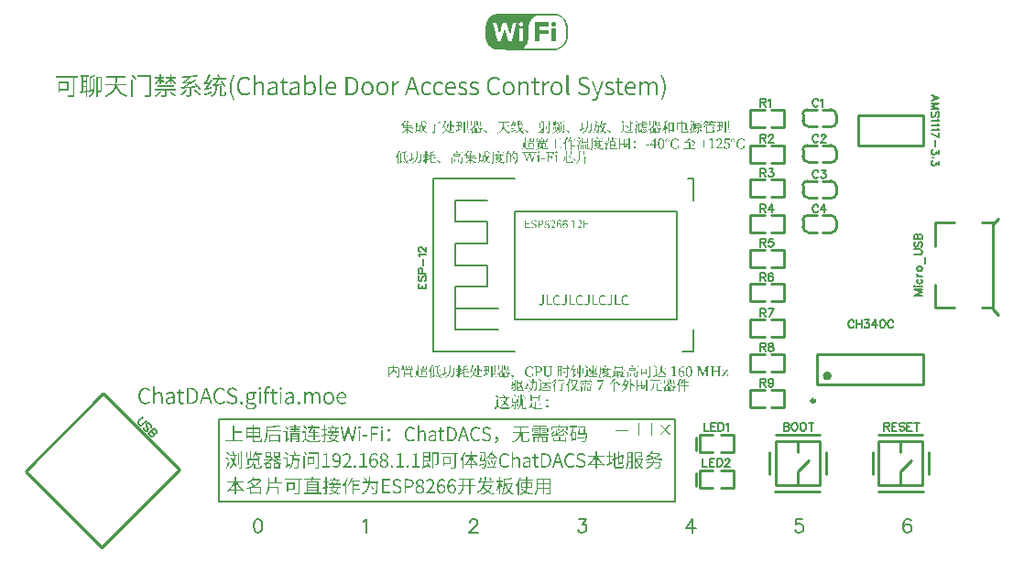
<source format=gto>
G04 Layer: TopSilkLayer*
G04 EasyEDA v6.3.21, 2020-02-02T17:40:02+08:00*
G04 1dbfad1c9a864778b0d2112e72029e1b,1a72cfc7dc544dba9386ef7e18e6054e,10*
G04 Gerber Generator version 0.2*
G04 Scale: 100 percent, Rotated: No, Reflected: No *
G04 Dimensions in inches *
G04 leading zeros omitted , absolute positions ,2 integer and 4 decimal *
%FSLAX24Y24*%
%MOIN*%
G90*
G70D02*

%ADD10C,0.010000*%
%ADD15C,0.008000*%
%ADD25C,0.009842*%
%ADD26C,0.007874*%
%ADD27C,0.015748*%
%ADD28C,0.011810*%
%ADD29C,0.006000*%
%ADD31C,0.005000*%

%LPD*%

%LPD*%
G36*
G01X18342Y19557D02*
G01X17600Y19557D01*
G01X17573Y19556D01*
G01X17473Y19556D01*
G01X17450Y19555D01*
G01X17388Y19555D01*
G01X17370Y19554D01*
G01X17337Y19554D01*
G01X17322Y19553D01*
G01X17296Y19553D01*
G01X17285Y19552D01*
G01X17276Y19552D01*
G01X17268Y19551D01*
G01X17261Y19551D01*
G01X17256Y19550D01*
G01X17253Y19550D01*
G01X17230Y19545D01*
G01X17208Y19540D01*
G01X17166Y19528D01*
G01X17126Y19512D01*
G01X17107Y19504D01*
G01X17089Y19494D01*
G01X17072Y19484D01*
G01X17055Y19473D01*
G01X17039Y19462D01*
G01X17023Y19450D01*
G01X17008Y19437D01*
G01X16994Y19423D01*
G01X16981Y19409D01*
G01X16968Y19394D01*
G01X16955Y19378D01*
G01X16944Y19361D01*
G01X16932Y19344D01*
G01X16922Y19326D01*
G01X16912Y19307D01*
G01X16894Y19267D01*
G01X16886Y19246D01*
G01X16879Y19224D01*
G01X16872Y19201D01*
G01X16866Y19178D01*
G01X16861Y19154D01*
G01X16856Y19129D01*
G01X16851Y19103D01*
G01X16848Y19077D01*
G01X16842Y19021D01*
G01X16840Y18992D01*
G01X16839Y18963D01*
G01X16838Y18932D01*
G01X16838Y18826D01*
G01X16839Y18793D01*
G01X16841Y18762D01*
G01X16843Y18733D01*
G01X16845Y18705D01*
G01X16848Y18678D01*
G01X16852Y18652D01*
G01X16856Y18628D01*
G01X16861Y18604D01*
G01X16867Y18582D01*
G01X16873Y18561D01*
G01X16880Y18540D01*
G01X16887Y18521D01*
G01X16896Y18502D01*
G01X16905Y18485D01*
G01X16915Y18467D01*
G01X16937Y18435D01*
G01X16949Y18420D01*
G01X16977Y18390D01*
G01X16992Y18376D01*
G01X17008Y18362D01*
G01X17024Y18349D01*
G01X17042Y18335D01*
G01X17061Y18322D01*
G01X17068Y18317D01*
G01X17074Y18313D01*
G01X17080Y18308D01*
G01X17092Y18300D01*
G01X17102Y18293D01*
G01X17118Y18282D01*
G01X17123Y18279D01*
G01X17134Y18273D01*
G01X17146Y18268D01*
G01X17152Y18266D01*
G01X17158Y18263D01*
G01X17172Y18259D01*
G01X17188Y18255D01*
G01X17197Y18253D01*
G01X17206Y18252D01*
G01X17226Y18248D01*
G01X17237Y18247D01*
G01X17249Y18246D01*
G01X17262Y18244D01*
G01X17275Y18243D01*
G01X17305Y18241D01*
G01X17321Y18240D01*
G01X17339Y18240D01*
G01X17357Y18239D01*
G01X17376Y18238D01*
G01X17397Y18237D01*
G01X17418Y18237D01*
G01X17441Y18236D01*
G01X17466Y18236D01*
G01X17491Y18235D01*
G01X17576Y18235D01*
G01X17607Y18234D01*
G01X17913Y18234D01*
G01X17960Y18233D01*
G01X18008Y18233D01*
G01X18058Y18234D01*
G01X18339Y18234D01*
G01X19413Y18233D01*
G01X19489Y18260D01*
G01X19521Y18271D01*
G01X19550Y18283D01*
G01X19575Y18294D01*
G01X19590Y18303D01*
G01X19601Y18311D01*
G01X19612Y18318D01*
G01X19621Y18324D01*
G01X19627Y18329D01*
G01X19647Y18345D01*
G01X19668Y18364D01*
G01X19690Y18387D01*
G01X19711Y18411D01*
G01X19732Y18437D01*
G01X19751Y18462D01*
G01X19767Y18487D01*
G01X19779Y18509D01*
G01X19789Y18529D01*
G01X19797Y18547D01*
G01X19805Y18564D01*
G01X19817Y18596D01*
G01X19821Y18612D01*
G01X19825Y18629D01*
G01X19828Y18647D01*
G01X19831Y18667D01*
G01X19833Y18688D01*
G01X19834Y18713D01*
G01X19835Y18741D01*
G01X19836Y18772D01*
G01X19836Y19127D01*
G01X19811Y19202D01*
G01X19801Y19228D01*
G01X19790Y19254D01*
G01X19778Y19279D01*
G01X19764Y19304D01*
G01X19749Y19328D01*
G01X19732Y19351D01*
G01X19715Y19373D01*
G01X19696Y19395D01*
G01X19677Y19415D01*
G01X19657Y19434D01*
G01X19637Y19452D01*
G01X19615Y19468D01*
G01X19594Y19483D01*
G01X19572Y19496D01*
G01X19550Y19507D01*
G01X19528Y19516D01*
G01X19514Y19522D01*
G01X19499Y19528D01*
G01X19483Y19535D01*
G01X19470Y19541D01*
G01X19468Y19541D01*
G01X19464Y19542D01*
G01X19459Y19542D01*
G01X19453Y19543D01*
G01X19445Y19543D01*
G01X19435Y19544D01*
G01X19425Y19544D01*
G01X19412Y19545D01*
G01X19399Y19545D01*
G01X19384Y19546D01*
G01X19351Y19546D01*
G01X19333Y19547D01*
G01X19313Y19547D01*
G01X19293Y19548D01*
G01X19271Y19548D01*
G01X19248Y19549D01*
G01X19200Y19549D01*
G01X19175Y19550D01*
G01X19148Y19550D01*
G01X19121Y19551D01*
G01X19064Y19551D01*
G01X19034Y19552D01*
G01X18973Y19552D01*
G01X18941Y19553D01*
G01X18876Y19553D01*
G01X18843Y19554D01*
G01X18740Y19554D01*
G01X18705Y19555D01*
G01X18598Y19555D01*
G01X18526Y19556D01*
G01X18416Y19556D01*
G01X18342Y19557D01*
G37*

%LPC*%
G36*
G01X18151Y19249D02*
G01X18132Y19250D01*
G01X18110Y19247D01*
G01X18092Y19240D01*
G01X18077Y19228D01*
G01X18065Y19214D01*
G01X18058Y19197D01*
G01X18054Y19179D01*
G01X18054Y19161D01*
G01X18058Y19143D01*
G01X18067Y19127D01*
G01X18079Y19113D01*
G01X18095Y19102D01*
G01X18116Y19095D01*
G01X18143Y19094D01*
G01X18166Y19101D01*
G01X18185Y19115D01*
G01X18200Y19133D01*
G01X18208Y19154D01*
G01X18210Y19178D01*
G01X18204Y19202D01*
G01X18190Y19225D01*
G01X18177Y19238D01*
G01X18165Y19245D01*
G01X18151Y19249D01*
G37*
G36*
G01X19204Y19501D02*
G01X19042Y19501D01*
G01X19010Y19500D01*
G01X18978Y19500D01*
G01X18947Y19499D01*
G01X18917Y19498D01*
G01X18888Y19497D01*
G01X18860Y19496D01*
G01X18835Y19494D01*
G01X18811Y19493D01*
G01X18790Y19491D01*
G01X18771Y19490D01*
G01X18754Y19488D01*
G01X18741Y19486D01*
G01X18731Y19484D01*
G01X18704Y19476D01*
G01X18679Y19468D01*
G01X18656Y19458D01*
G01X18634Y19448D01*
G01X18614Y19437D01*
G01X18595Y19424D01*
G01X18576Y19410D01*
G01X18558Y19395D01*
G01X18542Y19378D01*
G01X18525Y19359D01*
G01X18509Y19339D01*
G01X18493Y19317D01*
G01X18480Y19297D01*
G01X18469Y19280D01*
G01X18459Y19263D01*
G01X18450Y19247D01*
G01X18442Y19232D01*
G01X18436Y19215D01*
G01X18431Y19198D01*
G01X18426Y19179D01*
G01X18423Y19158D01*
G01X18420Y19133D01*
G01X18418Y19106D01*
G01X18416Y19074D01*
G01X18414Y19038D01*
G01X18413Y18997D01*
G01X18412Y18949D01*
G01X18411Y18896D01*
G01X18410Y18855D01*
G01X18409Y18816D01*
G01X18407Y18780D01*
G01X18406Y18746D01*
G01X18404Y18715D01*
G01X18402Y18685D01*
G01X18399Y18658D01*
G01X18396Y18632D01*
G01X18393Y18609D01*
G01X18389Y18586D01*
G01X18385Y18565D01*
G01X18380Y18546D01*
G01X18374Y18527D01*
G01X18368Y18509D01*
G01X18362Y18492D01*
G01X18346Y18460D01*
G01X18337Y18445D01*
G01X18327Y18430D01*
G01X18316Y18415D01*
G01X18305Y18399D01*
G01X18292Y18384D01*
G01X18278Y18368D01*
G01X18264Y18351D01*
G01X18209Y18291D01*
G01X18825Y18294D01*
G01X19440Y18296D01*
G01X19502Y18321D01*
G01X19522Y18330D01*
G01X19542Y18340D01*
G01X19580Y18362D01*
G01X19598Y18374D01*
G01X19615Y18388D01*
G01X19631Y18402D01*
G01X19647Y18417D01*
G01X19662Y18433D01*
G01X19676Y18449D01*
G01X19690Y18467D01*
G01X19703Y18485D01*
G01X19715Y18504D01*
G01X19726Y18524D01*
G01X19737Y18545D01*
G01X19747Y18567D01*
G01X19774Y18629D01*
G01X19776Y18867D01*
G01X19777Y18900D01*
G01X19776Y18933D01*
G01X19776Y18964D01*
G01X19775Y18994D01*
G01X19773Y19023D01*
G01X19771Y19051D01*
G01X19768Y19078D01*
G01X19765Y19104D01*
G01X19762Y19129D01*
G01X19757Y19153D01*
G01X19753Y19175D01*
G01X19748Y19197D01*
G01X19742Y19218D01*
G01X19728Y19258D01*
G01X19721Y19276D01*
G01X19713Y19293D01*
G01X19704Y19310D01*
G01X19695Y19326D01*
G01X19685Y19341D01*
G01X19674Y19355D01*
G01X19663Y19368D01*
G01X19651Y19381D01*
G01X19638Y19393D01*
G01X19625Y19404D01*
G01X19611Y19415D01*
G01X19596Y19425D01*
G01X19581Y19434D01*
G01X19565Y19443D01*
G01X19548Y19451D01*
G01X19512Y19465D01*
G01X19492Y19472D01*
G01X19472Y19478D01*
G01X19452Y19483D01*
G01X19430Y19488D01*
G01X19418Y19490D01*
G01X19404Y19492D01*
G01X19386Y19494D01*
G01X19366Y19495D01*
G01X19344Y19496D01*
G01X19319Y19498D01*
G01X19293Y19499D01*
G01X19265Y19499D01*
G01X19235Y19500D01*
G01X19204Y19501D01*
G37*
G36*
G01X18203Y19017D02*
G01X18061Y19017D01*
G01X18061Y18558D01*
G01X18203Y18558D01*
G01X18203Y19017D01*
G37*
G36*
G01X17573Y19234D02*
G01X17553Y19234D01*
G01X17541Y19233D01*
G01X17481Y19233D01*
G01X17419Y19020D01*
G01X17406Y18976D01*
G01X17394Y18937D01*
G01X17384Y18904D01*
G01X17375Y18876D01*
G01X17367Y18853D01*
G01X17361Y18835D01*
G01X17355Y18822D01*
G01X17351Y18813D01*
G01X17347Y18809D01*
G01X17344Y18808D01*
G01X17341Y18812D01*
G01X17340Y18819D01*
G01X17338Y18825D01*
G01X17335Y18839D01*
G01X17331Y18859D01*
G01X17325Y18886D01*
G01X17319Y18917D01*
G01X17311Y18952D01*
G01X17302Y18991D01*
G01X17293Y19031D01*
G01X17249Y19233D01*
G01X17110Y19233D01*
G01X17116Y19206D01*
G01X17120Y19189D01*
G01X17124Y19173D01*
G01X17129Y19154D01*
G01X17135Y19130D01*
G01X17142Y19104D01*
G01X17150Y19075D01*
G01X17158Y19044D01*
G01X17167Y19011D01*
G01X17185Y18941D01*
G01X17195Y18905D01*
G01X17204Y18869D01*
G01X17214Y18833D01*
G01X17223Y18798D01*
G01X17232Y18764D01*
G01X17241Y18732D01*
G01X17249Y18702D01*
G01X17256Y18675D01*
G01X17263Y18650D01*
G01X17269Y18629D01*
G01X17273Y18612D01*
G01X17277Y18598D01*
G01X17280Y18590D01*
G01X17289Y18558D01*
G01X17399Y18558D01*
G01X17452Y18742D01*
G01X17469Y18801D01*
G01X17484Y18852D01*
G01X17496Y18895D01*
G01X17506Y18931D01*
G01X17515Y18960D01*
G01X17522Y18983D01*
G01X17528Y19001D01*
G01X17532Y19015D01*
G01X17536Y19024D01*
G01X17538Y19029D01*
G01X17540Y19032D01*
G01X17541Y19032D01*
G01X17545Y19020D01*
G01X17554Y18990D01*
G01X17567Y18947D01*
G01X17582Y18896D01*
G01X17593Y18855D01*
G01X17604Y18817D01*
G01X17614Y18781D01*
G01X17624Y18748D01*
G01X17632Y18718D01*
G01X17640Y18691D01*
G01X17647Y18666D01*
G01X17654Y18644D01*
G01X17659Y18625D01*
G01X17664Y18609D01*
G01X17668Y18596D01*
G01X17671Y18586D01*
G01X17679Y18558D01*
G01X17737Y18558D01*
G01X17763Y18559D01*
G01X17782Y18561D01*
G01X17793Y18564D01*
G01X17798Y18569D01*
G01X17802Y18581D01*
G01X17808Y18607D01*
G01X17817Y18642D01*
G01X17828Y18683D01*
G01X17839Y18727D01*
G01X17850Y18768D01*
G01X17859Y18802D01*
G01X17866Y18825D01*
G01X17869Y18838D01*
G01X17874Y18857D01*
G01X17881Y18881D01*
G01X17888Y18908D01*
G01X17896Y18940D01*
G01X17905Y18973D01*
G01X17914Y19007D01*
G01X17923Y19043D01*
G01X17932Y19077D01*
G01X17941Y19110D01*
G01X17948Y19141D01*
G01X17955Y19168D01*
G01X17961Y19192D01*
G01X17966Y19210D01*
G01X17969Y19222D01*
G01X17970Y19227D01*
G01X17965Y19230D01*
G01X17951Y19232D01*
G01X17932Y19233D01*
G01X17908Y19233D01*
G01X17884Y19234D01*
G01X17867Y19233D01*
G01X17855Y19230D01*
G01X17845Y19221D01*
G01X17838Y19205D01*
G01X17830Y19180D01*
G01X17822Y19144D01*
G01X17811Y19094D01*
G01X17799Y19041D01*
G01X17788Y18994D01*
G01X17779Y18952D01*
G01X17770Y18916D01*
G01X17763Y18885D01*
G01X17757Y18859D01*
G01X17751Y18838D01*
G01X17747Y18821D01*
G01X17743Y18808D01*
G01X17740Y18799D01*
G01X17737Y18794D01*
G01X17736Y18792D01*
G01X17734Y18796D01*
G01X17729Y18807D01*
G01X17723Y18826D01*
G01X17716Y18850D01*
G01X17707Y18879D01*
G01X17697Y18913D01*
G01X17686Y18950D01*
G01X17675Y18990D01*
G01X17661Y19037D01*
G01X17650Y19078D01*
G01X17640Y19113D01*
G01X17631Y19142D01*
G01X17624Y19166D01*
G01X17618Y19186D01*
G01X17612Y19201D01*
G01X17606Y19213D01*
G01X17600Y19222D01*
G01X17595Y19228D01*
G01X17588Y19231D01*
G01X17581Y19233D01*
G01X17573Y19234D01*
G37*

%LPD*%
G36*
G01X19327Y19261D02*
G01X19309Y19261D01*
G01X19289Y19255D01*
G01X19270Y19244D01*
G01X19255Y19230D01*
G01X19244Y19214D01*
G01X19237Y19196D01*
G01X19234Y19178D01*
G01X19235Y19159D01*
G01X19239Y19142D01*
G01X19248Y19125D01*
G01X19260Y19111D01*
G01X19275Y19099D01*
G01X19294Y19091D01*
G01X19316Y19086D01*
G01X19343Y19086D01*
G01X19363Y19091D01*
G01X19380Y19103D01*
G01X19397Y19125D01*
G01X19406Y19143D01*
G01X19411Y19161D01*
G01X19411Y19179D01*
G01X19407Y19197D01*
G01X19400Y19213D01*
G01X19390Y19228D01*
G01X19377Y19241D01*
G01X19362Y19251D01*
G01X19345Y19258D01*
G01X19327Y19261D01*
G37*

%LPD*%
G36*
G01X19403Y19025D02*
G01X19245Y19025D01*
G01X19245Y18550D01*
G01X19403Y18550D01*
G01X19403Y19025D01*
G37*

%LPD*%
G36*
G01X18770Y19244D02*
G01X18742Y19245D01*
G01X18717Y19244D01*
G01X18640Y19244D01*
G01X18636Y19243D01*
G01X18635Y19241D01*
G01X18634Y19237D01*
G01X18633Y19229D01*
G01X18633Y19219D01*
G01X18632Y19206D01*
G01X18631Y19191D01*
G01X18631Y19172D01*
G01X18630Y19152D01*
G01X18630Y19128D01*
G01X18629Y19102D01*
G01X18629Y19074D01*
G01X18628Y19043D01*
G01X18628Y18550D01*
G01X18795Y18550D01*
G01X18795Y18817D01*
G01X19128Y18817D01*
G01X19128Y18967D01*
G01X18795Y18967D01*
G01X18795Y19092D01*
G01X19153Y19092D01*
G01X19153Y19241D01*
G01X18899Y19244D01*
G01X18770Y19244D01*
G37*

%LPD*%
G54D10*
G01X31953Y2400D02*
G01X31953Y2900D01*
G01X32353Y3300D01*
G01X31953Y4000D02*
G01X31953Y3600D01*
G01X31153Y4000D02*
G01X32753Y4000D01*
G01X32753Y2400D01*
G01X31153Y2400D01*
G01X31153Y4000D01*
G01X31131Y2157D02*
G01X32774Y2157D01*
G01X32976Y2799D02*
G01X32976Y3601D01*
G01X30929Y3601D02*
G01X30929Y2799D01*
G01X31156Y4224D02*
G01X32750Y4224D01*
G01X28203Y2400D02*
G01X28203Y2900D01*
G01X28603Y3300D01*
G01X28203Y4000D02*
G01X28203Y3600D01*
G01X27403Y4000D02*
G01X29003Y4000D01*
G01X29003Y2400D01*
G01X27403Y2400D01*
G01X27403Y4000D01*
G01X27381Y2157D02*
G01X29024Y2157D01*
G01X29226Y2799D02*
G01X29226Y3601D01*
G01X27179Y3601D02*
G01X27179Y2799D01*
G01X27406Y4224D02*
G01X29000Y4224D01*
G01X33903Y8845D02*
G01X33222Y8845D01*
G01X33222Y8845D02*
G01X33222Y9700D01*
G01X33222Y11955D02*
G01X33903Y11955D01*
G01X34903Y8845D02*
G01X35303Y8845D01*
G01X35300Y8845D02*
G01X35300Y11955D01*
G01X35303Y11955D02*
G01X34903Y11955D01*
G01X33222Y11100D02*
G01X33222Y11955D01*
G01X35303Y11900D02*
G01X35503Y12100D01*
G01X35303Y8900D02*
G01X35303Y8800D01*
G01X35503Y8600D01*
G54D25*
G01X2950Y5702D02*
G01X5706Y2946D01*
G01X2881Y121D01*
G01X111Y2891D01*
G01X2923Y5702D01*
G01X2936Y5688D01*
G54D26*
G01X17905Y8429D02*
G01X17905Y12366D01*
G01X23811Y12366D01*
G01X23811Y8429D01*
G01X17905Y8429D01*
G01X17315Y8823D02*
G01X15740Y8823D01*
G01X16921Y12760D02*
G01X15740Y12760D01*
G01X15740Y11973D01*
G01X16921Y11973D01*
G01X16921Y11185D01*
G01X15740Y11185D01*
G01X15740Y10398D01*
G01X16921Y10398D01*
G01X16921Y9611D01*
G01X15740Y9611D01*
G01X15740Y8036D01*
G01X17315Y8036D01*
G01X17905Y7248D02*
G01X14953Y7248D01*
G01X14953Y13548D01*
G01X17905Y13548D01*
G01X24402Y7252D02*
G01X24008Y7252D01*
G01X24401Y13548D02*
G01X24205Y13548D01*
G01X24401Y13548D02*
G01X24401Y12760D01*
G01X24402Y7252D02*
G01X24402Y8039D01*
G54D25*
G01X25095Y3583D02*
G01X25075Y3583D01*
G01X24633Y3583D01*
G01X24633Y4213D01*
G01X25095Y4213D01*
G01X25410Y3583D02*
G01X25867Y3583D01*
G01X25867Y4213D01*
G01X25410Y4213D01*
G01X24503Y4120D02*
G01X24503Y3660D01*
G01X25095Y2283D02*
G01X25075Y2283D01*
G01X24633Y2283D01*
G01X24633Y2913D01*
G01X25095Y2913D01*
G01X25410Y2283D02*
G01X25867Y2283D01*
G01X25867Y2913D01*
G01X25410Y2913D01*
G01X24503Y2820D02*
G01X24503Y2360D01*
G01X26991Y15434D02*
G01X26985Y15434D01*
G01X26488Y15434D01*
G01X26488Y16064D01*
G01X26991Y16064D01*
G01X27228Y15434D02*
G01X27722Y15434D01*
G01X27722Y16064D01*
G01X27228Y16064D01*
G01X26991Y14134D02*
G01X26985Y14134D01*
G01X26488Y14134D01*
G01X26488Y14764D01*
G01X26991Y14764D01*
G01X27228Y14134D02*
G01X27722Y14134D01*
G01X27722Y14764D01*
G01X27228Y14764D01*
G01X26991Y12884D02*
G01X26985Y12884D01*
G01X26488Y12884D01*
G01X26488Y13514D01*
G01X26991Y13514D01*
G01X27228Y12884D02*
G01X27722Y12884D01*
G01X27722Y13514D01*
G01X27228Y13514D01*
G01X26991Y11584D02*
G01X26985Y11584D01*
G01X26488Y11584D01*
G01X26488Y12214D01*
G01X26991Y12214D01*
G01X27228Y11584D02*
G01X27722Y11584D01*
G01X27722Y12214D01*
G01X27228Y12214D01*
G01X26991Y10334D02*
G01X26985Y10334D01*
G01X26488Y10334D01*
G01X26488Y10964D01*
G01X26991Y10964D01*
G01X27228Y10334D02*
G01X27722Y10334D01*
G01X27722Y10964D01*
G01X27228Y10964D01*
G01X26991Y9084D02*
G01X26985Y9084D01*
G01X26488Y9084D01*
G01X26488Y9714D01*
G01X26991Y9714D01*
G01X27228Y9084D02*
G01X27722Y9084D01*
G01X27722Y9714D01*
G01X27228Y9714D01*
G01X26991Y7784D02*
G01X26985Y7784D01*
G01X26488Y7784D01*
G01X26488Y8414D01*
G01X26991Y8414D01*
G01X27228Y7784D02*
G01X27722Y7784D01*
G01X27722Y8414D01*
G01X27228Y8414D01*
G01X26991Y6534D02*
G01X26985Y6534D01*
G01X26488Y6534D01*
G01X26488Y7164D01*
G01X26991Y7164D01*
G01X27228Y6534D02*
G01X27722Y6534D01*
G01X27722Y7164D01*
G01X27228Y7164D01*
G01X26991Y5234D02*
G01X26985Y5234D01*
G01X26488Y5234D01*
G01X26488Y5864D01*
G01X26991Y5864D01*
G01X27228Y5234D02*
G01X27722Y5234D01*
G01X27722Y5864D01*
G01X27228Y5864D01*
G01X29103Y12210D02*
G01X29423Y12210D01*
G01X29613Y12020D02*
G01X29613Y11750D01*
G01X29453Y11590D02*
G01X29113Y11590D01*
G01X29103Y11590D01*
G01X28903Y11590D02*
G01X28583Y11590D01*
G01X28393Y11780D02*
G01X28393Y12050D01*
G01X28553Y12210D02*
G01X28893Y12210D01*
G01X28903Y12210D01*
G01X29103Y13460D02*
G01X29423Y13460D01*
G01X29613Y13270D02*
G01X29613Y13000D01*
G01X29453Y12840D02*
G01X29113Y12840D01*
G01X29103Y12840D01*
G01X28903Y12840D02*
G01X28583Y12840D01*
G01X28393Y13030D02*
G01X28393Y13300D01*
G01X28553Y13460D02*
G01X28893Y13460D01*
G01X28903Y13460D01*
G01X29103Y14760D02*
G01X29423Y14760D01*
G01X29613Y14570D02*
G01X29613Y14300D01*
G01X29453Y14140D02*
G01X29113Y14140D01*
G01X29103Y14140D01*
G01X28903Y14140D02*
G01X28583Y14140D01*
G01X28393Y14330D02*
G01X28393Y14600D01*
G01X28553Y14760D02*
G01X28893Y14760D01*
G01X28903Y14760D01*
G01X29103Y16060D02*
G01X29423Y16060D01*
G01X29613Y15870D02*
G01X29613Y15600D01*
G01X29453Y15440D02*
G01X29113Y15440D01*
G01X29103Y15440D01*
G01X28903Y15440D02*
G01X28583Y15440D01*
G01X28393Y15630D02*
G01X28393Y15900D01*
G01X28553Y16060D02*
G01X28893Y16060D01*
G01X28903Y16060D01*
G01X30422Y14749D02*
G01X32784Y14749D01*
G01X32784Y14749D02*
G01X32784Y15851D01*
G01X32784Y15851D02*
G01X30422Y15851D01*
G01X30422Y15851D02*
G01X30422Y14749D01*
G54D10*
G01X28924Y6049D02*
G01X32782Y6049D01*
G01X28924Y7151D02*
G01X32782Y7151D01*
G01X28924Y7151D02*
G01X28924Y6049D01*
G01X32782Y7151D02*
G01X32782Y6049D01*

%LPD*%
G36*
G01X22057Y4375D02*
G01X21577Y4375D01*
G01X21577Y4341D01*
G01X22057Y4341D01*
G01X22057Y4375D01*
G37*

%LPD*%
G36*
G01X23386Y4441D02*
G01X23220Y4608D01*
G01X23194Y4581D01*
G01X23359Y4415D01*
G01X23194Y4249D01*
G01X23220Y4222D01*
G01X23386Y4389D01*
G01X23552Y4222D01*
G01X23578Y4249D01*
G01X23413Y4415D01*
G01X23578Y4581D01*
G01X23552Y4608D01*
G01X23386Y4441D01*
G37*

%LPD*%
G36*
G01X22892Y4658D02*
G01X22412Y4658D01*
G01X22412Y4178D01*
G01X22892Y4178D01*
G01X22892Y4658D01*
G37*

%LPC*%
G36*
G01X22870Y4636D02*
G01X22433Y4636D01*
G01X22433Y4200D01*
G01X22870Y4200D01*
G01X22870Y4636D01*
G37*

%LPD*%

%LPD*%
G36*
G01X11301Y4553D02*
G01X11289Y4570D01*
G01X11247Y4562D01*
G01X11256Y4548D01*
G01X11265Y4532D01*
G01X11281Y4500D01*
G01X11118Y4500D01*
G01X11118Y4458D01*
G01X11494Y4458D01*
G01X11494Y4500D01*
G01X11331Y4500D01*
G01X11322Y4517D01*
G01X11312Y4535D01*
G01X11301Y4553D01*
G37*

%LPD*%
G36*
G01X13081Y4525D02*
G01X13065Y4528D01*
G01X13049Y4525D01*
G01X13036Y4517D01*
G01X13028Y4505D01*
G01X13025Y4489D01*
G01X13028Y4473D01*
G01X13036Y4460D01*
G01X13049Y4452D01*
G01X13065Y4449D01*
G01X13081Y4452D01*
G01X13093Y4460D01*
G01X13101Y4473D01*
G01X13104Y4489D01*
G01X13101Y4505D01*
G01X13093Y4517D01*
G01X13081Y4525D01*
G37*

%LPD*%
G36*
G01X12271Y4525D02*
G01X12255Y4528D01*
G01X12239Y4525D01*
G01X12226Y4517D01*
G01X12218Y4505D01*
G01X12215Y4489D01*
G01X12218Y4473D01*
G01X12226Y4460D01*
G01X12239Y4452D01*
G01X12255Y4449D01*
G01X12271Y4452D01*
G01X12283Y4460D01*
G01X12291Y4473D01*
G01X12294Y4489D01*
G01X12291Y4505D01*
G01X12283Y4517D01*
G01X12271Y4525D01*
G37*

%LPD*%
G36*
G01X9588Y4533D02*
G01X9559Y4558D01*
G01X9529Y4530D01*
G01X9558Y4503D01*
G01X9586Y4475D01*
G01X9612Y4447D01*
G01X9632Y4423D01*
G01X9664Y4456D01*
G01X9644Y4479D01*
G01X9617Y4506D01*
G01X9588Y4533D01*
G37*

%LPD*%
G36*
G01X10260Y4551D02*
G01X10246Y4566D01*
G01X10211Y4544D01*
G01X10225Y4529D01*
G01X10253Y4495D01*
G01X10279Y4461D01*
G01X10291Y4445D01*
G01X10301Y4430D01*
G01X10309Y4416D01*
G01X10346Y4443D01*
G01X10338Y4456D01*
G01X10328Y4471D01*
G01X10316Y4487D01*
G01X10303Y4503D01*
G01X10289Y4519D01*
G01X10275Y4536D01*
G01X10260Y4551D01*
G37*

%LPD*%
G36*
G01X19550Y4565D02*
G01X19543Y4581D01*
G01X19499Y4574D01*
G01X19504Y4560D01*
G01X19509Y4544D01*
G01X19514Y4529D01*
G01X19517Y4514D01*
G01X19243Y4514D01*
G01X19243Y4379D01*
G01X19288Y4379D01*
G01X19288Y4472D01*
G01X19784Y4472D01*
G01X19784Y4379D01*
G01X19831Y4379D01*
G01X19831Y4514D01*
G01X19565Y4514D01*
G01X19561Y4530D01*
G01X19556Y4548D01*
G01X19550Y4565D01*
G37*

%LPD*%
G36*
G01X18773Y4388D02*
G01X18622Y4388D01*
G01X18622Y4356D01*
G01X18773Y4356D01*
G01X18773Y4388D01*
G37*

%LPD*%
G36*
G01X19050Y4388D02*
G01X18895Y4388D01*
G01X18895Y4356D01*
G01X19050Y4356D01*
G01X19050Y4388D01*
G37*

%LPD*%
G36*
G01X19493Y4442D02*
G01X19460Y4458D01*
G01X19436Y4430D01*
G01X19469Y4413D01*
G01X19503Y4393D01*
G01X19533Y4372D01*
G01X19556Y4353D01*
G01X19581Y4383D01*
G01X19557Y4402D01*
G01X19527Y4422D01*
G01X19493Y4442D01*
G37*

%LPD*%
G36*
G01X11221Y4426D02*
G01X11205Y4448D01*
G01X11170Y4433D01*
G01X11186Y4410D01*
G01X11200Y4386D01*
G01X11213Y4362D01*
G01X11222Y4341D01*
G01X11259Y4359D01*
G01X11249Y4379D01*
G01X11236Y4402D01*
G01X11221Y4426D01*
G37*

%LPD*%
G36*
G01X13353Y4429D02*
G01X13333Y4432D01*
G01X13314Y4429D01*
G01X13298Y4419D01*
G01X13287Y4403D01*
G01X13283Y4382D01*
G01X13287Y4361D01*
G01X13298Y4345D01*
G01X13314Y4335D01*
G01X13333Y4332D01*
G01X13353Y4335D01*
G01X13369Y4345D01*
G01X13380Y4361D01*
G01X13384Y4382D01*
G01X13380Y4403D01*
G01X13369Y4419D01*
G01X13353Y4429D01*
G37*

%LPD*%
G36*
G01X9926Y4574D02*
G01X9880Y4574D01*
G01X9880Y4518D01*
G01X9718Y4518D01*
G01X9718Y4482D01*
G01X9880Y4482D01*
G01X9880Y4435D01*
G01X9734Y4435D01*
G01X9734Y4400D01*
G01X9880Y4400D01*
G01X9880Y4348D01*
G01X9697Y4348D01*
G01X9697Y4311D01*
G01X10117Y4311D01*
G01X10117Y4348D01*
G01X9926Y4348D01*
G01X9926Y4400D01*
G01X10075Y4400D01*
G01X10075Y4435D01*
G01X9926Y4435D01*
G01X9926Y4482D01*
G01X10097Y4482D01*
G01X10097Y4518D01*
G01X9926Y4518D01*
G01X9926Y4574D01*
G37*

%LPD*%
G36*
G01X11434Y4436D02*
G01X11389Y4448D01*
G01X11377Y4421D01*
G01X11361Y4391D01*
G01X11345Y4362D01*
G01X11328Y4337D01*
G01X11093Y4337D01*
G01X11093Y4296D01*
G01X11513Y4296D01*
G01X11513Y4337D01*
G01X11374Y4337D01*
G01X11389Y4359D01*
G01X11404Y4384D01*
G01X11420Y4410D01*
G01X11434Y4436D01*
G37*

%LPD*%
G36*
G01X18774Y4315D02*
G01X18607Y4315D01*
G01X18607Y4283D01*
G01X18774Y4283D01*
G01X18774Y4315D01*
G37*

%LPD*%
G36*
G01X19067Y4315D02*
G01X18895Y4315D01*
G01X18895Y4283D01*
G01X19067Y4283D01*
G01X19067Y4315D01*
G37*

%LPD*%
G36*
G01X19089Y4546D02*
G01X18583Y4546D01*
G01X18583Y4508D01*
G01X18812Y4508D01*
G01X18812Y4465D01*
G01X18544Y4465D01*
G01X18544Y4332D01*
G01X18585Y4332D01*
G01X18585Y4430D01*
G01X18812Y4430D01*
G01X18812Y4262D01*
G01X18856Y4262D01*
G01X18856Y4430D01*
G01X19086Y4430D01*
G01X19086Y4332D01*
G01X19129Y4332D01*
G01X19129Y4465D01*
G01X18856Y4465D01*
G01X18856Y4508D01*
G01X19089Y4508D01*
G01X19089Y4546D01*
G37*

%LPD*%
G36*
G01X19355Y4359D02*
G01X19317Y4375D01*
G01X19309Y4359D01*
G01X19300Y4342D01*
G01X19278Y4308D01*
G01X19265Y4292D01*
G01X19252Y4277D01*
G01X19238Y4263D01*
G01X19222Y4250D01*
G01X19259Y4227D01*
G01X19274Y4241D01*
G01X19289Y4256D01*
G01X19302Y4272D01*
G01X19314Y4289D01*
G01X19326Y4307D01*
G01X19336Y4325D01*
G01X19346Y4342D01*
G01X19355Y4359D01*
G37*

%LPD*%
G36*
G01X19747Y4357D02*
G01X19730Y4372D01*
G01X19697Y4349D01*
G01X19714Y4334D01*
G01X19732Y4317D01*
G01X19749Y4300D01*
G01X19765Y4283D01*
G01X19780Y4265D01*
G01X19794Y4249D01*
G01X19806Y4233D01*
G01X19815Y4218D01*
G01X19851Y4243D01*
G01X19841Y4258D01*
G01X19828Y4274D01*
G01X19814Y4290D01*
G01X19799Y4307D01*
G01X19782Y4325D01*
G01X19765Y4341D01*
G01X19747Y4357D01*
G37*

%LPD*%
G36*
G01X12557Y4208D02*
G01X12380Y4208D01*
G01X12380Y4163D01*
G01X12557Y4163D01*
G01X12557Y4208D01*
G37*

%LPD*%
G36*
G01X19709Y4415D02*
G01X19669Y4434D01*
G01X19655Y4417D01*
G01X19640Y4402D01*
G01X19623Y4386D01*
G01X19606Y4371D01*
G01X19588Y4356D01*
G01X19570Y4342D01*
G01X19530Y4316D01*
G01X19509Y4303D01*
G01X19487Y4292D01*
G01X19465Y4280D01*
G01X19442Y4269D01*
G01X19442Y4388D01*
G01X19400Y4388D01*
G01X19400Y4249D01*
G01X19378Y4240D01*
G01X19355Y4231D01*
G01X19332Y4223D01*
G01X19309Y4216D01*
G01X19286Y4208D01*
G01X19262Y4202D01*
G01X19239Y4195D01*
G01X19215Y4189D01*
G01X19223Y4180D01*
G01X19231Y4169D01*
G01X19238Y4159D01*
G01X19243Y4150D01*
G01X19265Y4156D01*
G01X19286Y4163D01*
G01X19307Y4169D01*
G01X19328Y4176D01*
G01X19349Y4184D01*
G01X19370Y4191D01*
G01X19391Y4200D01*
G01X19411Y4208D01*
G01X19422Y4199D01*
G01X19438Y4194D01*
G01X19461Y4191D01*
G01X19490Y4190D01*
G01X19641Y4190D01*
G01X19661Y4191D01*
G01X19678Y4194D01*
G01X19691Y4200D01*
G01X19701Y4210D01*
G01X19708Y4223D01*
G01X19714Y4241D01*
G01X19718Y4264D01*
G01X19721Y4292D01*
G01X19711Y4294D01*
G01X19700Y4298D01*
G01X19690Y4303D01*
G01X19681Y4308D01*
G01X19678Y4266D01*
G01X19671Y4242D01*
G01X19659Y4231D01*
G01X19638Y4228D01*
G01X19481Y4228D01*
G01X19472Y4229D01*
G01X19464Y4229D01*
G01X19458Y4230D01*
G01X19483Y4242D01*
G01X19531Y4268D01*
G01X19554Y4282D01*
G01X19598Y4312D01*
G01X19638Y4344D01*
G01X19676Y4378D01*
G01X19693Y4396D01*
G01X19709Y4415D01*
G37*

%LPD*%
G36*
G01X20441Y4133D02*
G01X20172Y4133D01*
G01X20172Y4090D01*
G01X20441Y4090D01*
G01X20441Y4133D01*
G37*

%LPD*%
G36*
G01X10567Y4561D02*
G01X10518Y4574D01*
G01X10513Y4556D01*
G01X10501Y4520D01*
G01X10494Y4502D01*
G01X10376Y4502D01*
G01X10376Y4460D01*
G01X10478Y4460D01*
G01X10465Y4429D01*
G01X10453Y4403D01*
G01X10443Y4383D01*
G01X10435Y4369D01*
G01X10425Y4352D01*
G01X10416Y4338D01*
G01X10407Y4328D01*
G01X10398Y4323D01*
G01X10402Y4312D01*
G01X10407Y4300D01*
G01X10411Y4288D01*
G01X10413Y4278D01*
G01X10421Y4282D01*
G01X10434Y4285D01*
G01X10452Y4287D01*
G01X10475Y4288D01*
G01X10585Y4288D01*
G01X10585Y4187D01*
G01X10371Y4187D01*
G01X10371Y4143D01*
G01X10585Y4143D01*
G01X10585Y4010D01*
G01X10633Y4010D01*
G01X10633Y4143D01*
G01X10805Y4143D01*
G01X10805Y4187D01*
G01X10633Y4187D01*
G01X10633Y4288D01*
G01X10771Y4288D01*
G01X10771Y4332D01*
G01X10633Y4332D01*
G01X10633Y4420D01*
G01X10585Y4420D01*
G01X10585Y4332D01*
G01X10465Y4332D01*
G01X10481Y4361D01*
G01X10497Y4393D01*
G01X10512Y4426D01*
G01X10528Y4460D01*
G01X10791Y4460D01*
G01X10791Y4502D01*
G01X10544Y4502D01*
G01X10556Y4532D01*
G01X10562Y4546D01*
G01X10567Y4561D01*
G37*

%LPD*%
G36*
G01X16075Y4502D02*
G01X16012Y4502D01*
G01X15837Y3990D01*
G01X15895Y3990D01*
G01X15947Y4152D01*
G01X16138Y4152D01*
G01X16189Y3990D01*
G01X16251Y3990D01*
G01X16075Y4502D01*
G37*

%LPC*%
G36*
G01X16044Y4454D02*
G01X16041Y4454D01*
G01X16035Y4431D01*
G01X16028Y4409D01*
G01X16022Y4388D01*
G01X16015Y4366D01*
G01X16002Y4324D01*
G01X15995Y4303D01*
G01X15988Y4281D01*
G01X15962Y4197D01*
G01X16123Y4197D01*
G01X16097Y4281D01*
G01X16090Y4303D01*
G01X16083Y4324D01*
G01X16070Y4367D01*
G01X16063Y4388D01*
G01X16051Y4432D01*
G01X16044Y4454D01*
G37*

%LPD*%
G36*
G01X15560Y4502D02*
G01X15434Y4502D01*
G01X15434Y3990D01*
G01X15562Y3990D01*
G01X15590Y3991D01*
G01X15617Y3994D01*
G01X15641Y4000D01*
G01X15665Y4008D01*
G01X15686Y4017D01*
G01X15705Y4029D01*
G01X15723Y4043D01*
G01X15739Y4059D01*
G01X15753Y4076D01*
G01X15765Y4096D01*
G01X15775Y4117D01*
G01X15784Y4140D01*
G01X15791Y4164D01*
G01X15795Y4191D01*
G01X15798Y4219D01*
G01X15799Y4248D01*
G01X15798Y4277D01*
G01X15795Y4305D01*
G01X15791Y4331D01*
G01X15784Y4356D01*
G01X15775Y4378D01*
G01X15765Y4399D01*
G01X15753Y4418D01*
G01X15739Y4435D01*
G01X15722Y4451D01*
G01X15705Y4464D01*
G01X15685Y4476D01*
G01X15664Y4485D01*
G01X15641Y4492D01*
G01X15616Y4498D01*
G01X15589Y4501D01*
G01X15560Y4502D01*
G37*

%LPC*%
G36*
G01X15555Y4455D02*
G01X15492Y4455D01*
G01X15492Y4038D01*
G01X15555Y4038D01*
G01X15578Y4039D01*
G01X15599Y4042D01*
G01X15619Y4046D01*
G01X15637Y4052D01*
G01X15653Y4060D01*
G01X15669Y4070D01*
G01X15682Y4081D01*
G01X15695Y4094D01*
G01X15705Y4108D01*
G01X15715Y4124D01*
G01X15722Y4141D01*
G01X15729Y4160D01*
G01X15734Y4180D01*
G01X15737Y4201D01*
G01X15739Y4224D01*
G01X15740Y4248D01*
G01X15739Y4272D01*
G01X15737Y4295D01*
G01X15734Y4316D01*
G01X15729Y4336D01*
G01X15722Y4354D01*
G01X15715Y4371D01*
G01X15705Y4387D01*
G01X15695Y4401D01*
G01X15682Y4413D01*
G01X15669Y4424D01*
G01X15653Y4433D01*
G01X15637Y4441D01*
G01X15619Y4447D01*
G01X15599Y4451D01*
G01X15578Y4454D01*
G01X15555Y4455D01*
G37*

%LPD*%
G36*
G01X14425Y4547D02*
G01X14369Y4547D01*
G01X14369Y3990D01*
G01X14425Y3990D01*
G01X14425Y4266D01*
G01X14453Y4293D01*
G01X14479Y4312D01*
G01X14505Y4324D01*
G01X14533Y4328D01*
G01X14552Y4326D01*
G01X14567Y4322D01*
G01X14580Y4314D01*
G01X14591Y4303D01*
G01X14598Y4288D01*
G01X14604Y4270D01*
G01X14607Y4248D01*
G01X14608Y4223D01*
G01X14608Y3990D01*
G01X14665Y3990D01*
G01X14665Y4230D01*
G01X14663Y4264D01*
G01X14658Y4294D01*
G01X14650Y4319D01*
G01X14637Y4340D01*
G01X14621Y4357D01*
G01X14601Y4369D01*
G01X14578Y4376D01*
G01X14550Y4378D01*
G01X14531Y4377D01*
G01X14514Y4373D01*
G01X14497Y4367D01*
G01X14481Y4359D01*
G01X14466Y4349D01*
G01X14451Y4338D01*
G01X14437Y4326D01*
G01X14423Y4313D01*
G01X14425Y4393D01*
G01X14425Y4547D01*
G37*

%LPD*%
G36*
G01X13093Y4368D02*
G01X13037Y4368D01*
G01X13037Y3990D01*
G01X13093Y3990D01*
G01X13093Y4368D01*
G37*

%LPD*%
G36*
G01X12950Y4502D02*
G01X12659Y4502D01*
G01X12659Y3990D01*
G01X12717Y3990D01*
G01X12717Y4224D01*
G01X12915Y4224D01*
G01X12915Y4273D01*
G01X12717Y4273D01*
G01X12717Y4453D01*
G01X12950Y4453D01*
G01X12950Y4502D01*
G37*

%LPD*%
G36*
G01X12283Y4368D02*
G01X12226Y4368D01*
G01X12226Y3990D01*
G01X12283Y3990D01*
G01X12283Y4368D01*
G37*

%LPD*%
G36*
G01X11627Y4502D02*
G01X11568Y4502D01*
G01X11679Y3990D01*
G01X11746Y3990D01*
G01X11826Y4309D01*
G01X11833Y4339D01*
G01X11840Y4367D01*
G01X11846Y4396D01*
G01X11853Y4425D01*
G01X11856Y4425D01*
G01X11868Y4367D01*
G01X11875Y4339D01*
G01X11881Y4309D01*
G01X11963Y3990D01*
G01X12031Y3990D01*
G01X12139Y4502D01*
G01X12084Y4502D01*
G01X12027Y4218D01*
G01X12023Y4197D01*
G01X12020Y4177D01*
G01X12012Y4135D01*
G01X12008Y4115D01*
G01X12005Y4094D01*
G01X11997Y4052D01*
G01X11993Y4052D01*
G01X11984Y4094D01*
G01X11979Y4115D01*
G01X11975Y4136D01*
G01X11970Y4157D01*
G01X11965Y4177D01*
G01X11956Y4218D01*
G01X11882Y4502D01*
G01X11828Y4502D01*
G01X11755Y4218D01*
G01X11746Y4177D01*
G01X11741Y4156D01*
G01X11737Y4135D01*
G01X11732Y4115D01*
G01X11723Y4073D01*
G01X11718Y4052D01*
G01X11716Y4052D01*
G01X11712Y4073D01*
G01X11700Y4135D01*
G01X11692Y4177D01*
G01X11684Y4218D01*
G01X11627Y4502D01*
G37*

%LPD*%
G36*
G01X13353Y4085D02*
G01X13333Y4088D01*
G01X13314Y4085D01*
G01X13298Y4075D01*
G01X13287Y4059D01*
G01X13283Y4038D01*
G01X13287Y4017D01*
G01X13298Y4001D01*
G01X13314Y3991D01*
G01X13333Y3988D01*
G01X13353Y3991D01*
G01X13369Y4001D01*
G01X13380Y4017D01*
G01X13384Y4038D01*
G01X13380Y4059D01*
G01X13369Y4075D01*
G01X13353Y4085D01*
G37*

%LPD*%
G36*
G01X16912Y4511D02*
G01X16889Y4512D01*
G01X16867Y4511D01*
G01X16846Y4507D01*
G01X16826Y4502D01*
G01X16808Y4495D01*
G01X16791Y4485D01*
G01X16776Y4474D01*
G01X16762Y4462D01*
G01X16751Y4447D01*
G01X16742Y4432D01*
G01X16736Y4415D01*
G01X16732Y4397D01*
G01X16730Y4378D01*
G01X16733Y4352D01*
G01X16740Y4329D01*
G01X16751Y4309D01*
G01X16765Y4292D01*
G01X16781Y4278D01*
G01X16799Y4266D01*
G01X16817Y4256D01*
G01X16835Y4248D01*
G01X16909Y4215D01*
G01X16927Y4207D01*
G01X16943Y4199D01*
G01X16958Y4190D01*
G01X16971Y4180D01*
G01X16982Y4168D01*
G01X16989Y4155D01*
G01X16994Y4139D01*
G01X16996Y4120D01*
G01X16994Y4101D01*
G01X16989Y4084D01*
G01X16979Y4069D01*
G01X16966Y4057D01*
G01X16950Y4046D01*
G01X16931Y4038D01*
G01X16909Y4034D01*
G01X16884Y4032D01*
G01X16864Y4033D01*
G01X16844Y4037D01*
G01X16824Y4042D01*
G01X16805Y4049D01*
G01X16788Y4059D01*
G01X16771Y4070D01*
G01X16755Y4083D01*
G01X16740Y4097D01*
G01X16705Y4057D01*
G01X16722Y4040D01*
G01X16741Y4025D01*
G01X16762Y4012D01*
G01X16783Y4001D01*
G01X16806Y3993D01*
G01X16831Y3986D01*
G01X16856Y3982D01*
G01X16883Y3981D01*
G01X16909Y3982D01*
G01X16933Y3986D01*
G01X16955Y3992D01*
G01X16975Y4000D01*
G01X16993Y4010D01*
G01X17009Y4022D01*
G01X17023Y4036D01*
G01X17034Y4051D01*
G01X17043Y4068D01*
G01X17050Y4086D01*
G01X17054Y4104D01*
G01X17055Y4124D01*
G01X17053Y4151D01*
G01X17047Y4174D01*
G01X17037Y4195D01*
G01X17024Y4212D01*
G01X17009Y4227D01*
G01X16991Y4240D01*
G01X16971Y4252D01*
G01X16949Y4262D01*
G01X16875Y4293D01*
G01X16845Y4307D01*
G01X16817Y4324D01*
G01X16797Y4349D01*
G01X16789Y4382D01*
G01X16791Y4399D01*
G01X16796Y4414D01*
G01X16805Y4428D01*
G01X16817Y4439D01*
G01X16831Y4448D01*
G01X16848Y4455D01*
G01X16868Y4459D01*
G01X16889Y4460D01*
G01X16924Y4457D01*
G01X16955Y4447D01*
G01X16982Y4431D01*
G01X17007Y4411D01*
G01X17038Y4449D01*
G01X17024Y4462D01*
G01X17009Y4474D01*
G01X16992Y4485D01*
G01X16973Y4494D01*
G01X16954Y4502D01*
G01X16933Y4507D01*
G01X16912Y4511D01*
G37*

%LPD*%
G36*
G01X16535Y4511D02*
G01X16512Y4512D01*
G01X16488Y4511D01*
G01X16465Y4507D01*
G01X16443Y4502D01*
G01X16422Y4494D01*
G01X16402Y4484D01*
G01X16384Y4471D01*
G01X16366Y4457D01*
G01X16351Y4441D01*
G01X16337Y4423D01*
G01X16324Y4403D01*
G01X16313Y4381D01*
G01X16304Y4357D01*
G01X16297Y4332D01*
G01X16291Y4305D01*
G01X16288Y4276D01*
G01X16287Y4246D01*
G01X16288Y4216D01*
G01X16291Y4187D01*
G01X16297Y4160D01*
G01X16304Y4135D01*
G01X16313Y4111D01*
G01X16324Y4089D01*
G01X16336Y4069D01*
G01X16350Y4051D01*
G01X16366Y4035D01*
G01X16382Y4021D01*
G01X16401Y4009D01*
G01X16420Y3999D01*
G01X16441Y3991D01*
G01X16462Y3986D01*
G01X16485Y3982D01*
G01X16508Y3981D01*
G01X16532Y3982D01*
G01X16555Y3986D01*
G01X16576Y3992D01*
G01X16596Y4000D01*
G01X16615Y4011D01*
G01X16632Y4023D01*
G01X16649Y4038D01*
G01X16664Y4054D01*
G01X16632Y4091D01*
G01X16606Y4066D01*
G01X16577Y4047D01*
G01X16546Y4036D01*
G01X16511Y4032D01*
G01X16487Y4034D01*
G01X16464Y4039D01*
G01X16443Y4047D01*
G01X16424Y4058D01*
G01X16407Y4073D01*
G01X16391Y4090D01*
G01X16378Y4110D01*
G01X16367Y4133D01*
G01X16359Y4158D01*
G01X16352Y4186D01*
G01X16348Y4216D01*
G01X16347Y4248D01*
G01X16349Y4280D01*
G01X16353Y4309D01*
G01X16359Y4336D01*
G01X16368Y4361D01*
G01X16379Y4383D01*
G01X16393Y4403D01*
G01X16408Y4420D01*
G01X16426Y4434D01*
G01X16445Y4445D01*
G01X16466Y4453D01*
G01X16489Y4458D01*
G01X16513Y4460D01*
G01X16545Y4457D01*
G01X16573Y4447D01*
G01X16597Y4431D01*
G01X16619Y4411D01*
G01X16651Y4449D01*
G01X16639Y4461D01*
G01X16626Y4472D01*
G01X16611Y4483D01*
G01X16594Y4492D01*
G01X16576Y4501D01*
G01X16556Y4507D01*
G01X16535Y4511D01*
G37*

%LPD*%
G36*
G01X15238Y4475D02*
G01X15190Y4475D01*
G01X15183Y4368D01*
G01X15124Y4365D01*
G01X15124Y4321D01*
G01X15181Y4321D01*
G01X15181Y4104D01*
G01X15182Y4078D01*
G01X15186Y4054D01*
G01X15193Y4033D01*
G01X15204Y4015D01*
G01X15218Y4001D01*
G01X15236Y3990D01*
G01X15259Y3983D01*
G01X15286Y3981D01*
G01X15303Y3982D01*
G01X15320Y3985D01*
G01X15337Y3990D01*
G01X15353Y3995D01*
G01X15342Y4038D01*
G01X15332Y4034D01*
G01X15320Y4031D01*
G01X15308Y4029D01*
G01X15297Y4028D01*
G01X15269Y4033D01*
G01X15251Y4048D01*
G01X15241Y4071D01*
G01X15238Y4102D01*
G01X15238Y4321D01*
G01X15342Y4321D01*
G01X15342Y4368D01*
G01X15238Y4368D01*
G01X15238Y4475D01*
G37*

%LPD*%
G36*
G01X14951Y4377D02*
G01X14929Y4378D01*
G01X14907Y4377D01*
G01X14885Y4373D01*
G01X14864Y4368D01*
G01X14845Y4361D01*
G01X14827Y4353D01*
G01X14810Y4345D01*
G01X14795Y4336D01*
G01X14782Y4328D01*
G01X14805Y4288D01*
G01X14828Y4303D01*
G01X14856Y4317D01*
G01X14886Y4326D01*
G01X14919Y4330D01*
G01X14941Y4328D01*
G01X14960Y4321D01*
G01X14974Y4311D01*
G01X14985Y4299D01*
G01X14992Y4283D01*
G01X14997Y4266D01*
G01X15000Y4248D01*
G01X15000Y4229D01*
G01X14962Y4224D01*
G01X14927Y4218D01*
G01X14895Y4211D01*
G01X14867Y4203D01*
G01X14843Y4193D01*
G01X14822Y4182D01*
G01X14804Y4170D01*
G01X14790Y4157D01*
G01X14779Y4142D01*
G01X14771Y4125D01*
G01X14767Y4107D01*
G01X14765Y4087D01*
G01X14767Y4063D01*
G01X14774Y4042D01*
G01X14784Y4024D01*
G01X14797Y4009D01*
G01X14813Y3997D01*
G01X14832Y3988D01*
G01X14853Y3983D01*
G01X14875Y3981D01*
G01X14910Y3985D01*
G01X14943Y3997D01*
G01X14974Y4014D01*
G01X15003Y4036D01*
G01X15005Y4036D01*
G01X15010Y3990D01*
G01X15057Y3990D01*
G01X15057Y4224D01*
G01X15056Y4246D01*
G01X15054Y4267D01*
G01X15050Y4286D01*
G01X15044Y4304D01*
G01X15037Y4321D01*
G01X15027Y4335D01*
G01X15016Y4348D01*
G01X15003Y4358D01*
G01X14988Y4367D01*
G01X14970Y4373D01*
G01X14951Y4377D01*
G37*

%LPC*%
G36*
G01X15000Y4080D02*
G01X15000Y4190D01*
G01X14954Y4184D01*
G01X14916Y4176D01*
G01X14885Y4166D01*
G01X14860Y4154D01*
G01X14843Y4141D01*
G01X14830Y4126D01*
G01X14823Y4110D01*
G01X14821Y4091D01*
G01X14827Y4062D01*
G01X14841Y4042D01*
G01X14864Y4031D01*
G01X14891Y4027D01*
G01X14919Y4030D01*
G01X14945Y4040D01*
G01X14972Y4057D01*
G01X15000Y4080D01*
G37*

%LPD*%
G36*
G01X14147Y4511D02*
G01X14124Y4512D01*
G01X14100Y4511D01*
G01X14078Y4507D01*
G01X14056Y4502D01*
G01X14035Y4494D01*
G01X14015Y4484D01*
G01X13997Y4471D01*
G01X13979Y4457D01*
G01X13964Y4441D01*
G01X13950Y4423D01*
G01X13937Y4403D01*
G01X13926Y4381D01*
G01X13917Y4357D01*
G01X13910Y4332D01*
G01X13904Y4305D01*
G01X13901Y4276D01*
G01X13900Y4246D01*
G01X13901Y4216D01*
G01X13904Y4187D01*
G01X13910Y4160D01*
G01X13917Y4135D01*
G01X13926Y4111D01*
G01X13936Y4089D01*
G01X13949Y4069D01*
G01X13963Y4051D01*
G01X13978Y4035D01*
G01X13995Y4021D01*
G01X14013Y4009D01*
G01X14032Y3999D01*
G01X14053Y3991D01*
G01X14074Y3986D01*
G01X14097Y3982D01*
G01X14120Y3981D01*
G01X14144Y3982D01*
G01X14167Y3986D01*
G01X14188Y3992D01*
G01X14208Y4000D01*
G01X14227Y4011D01*
G01X14244Y4023D01*
G01X14261Y4038D01*
G01X14276Y4054D01*
G01X14244Y4091D01*
G01X14218Y4066D01*
G01X14190Y4047D01*
G01X14158Y4036D01*
G01X14123Y4032D01*
G01X14099Y4034D01*
G01X14076Y4039D01*
G01X14055Y4047D01*
G01X14036Y4058D01*
G01X14019Y4073D01*
G01X14003Y4090D01*
G01X13990Y4110D01*
G01X13979Y4133D01*
G01X13971Y4158D01*
G01X13964Y4186D01*
G01X13960Y4216D01*
G01X13959Y4248D01*
G01X13960Y4280D01*
G01X13965Y4309D01*
G01X13971Y4336D01*
G01X13980Y4361D01*
G01X13991Y4383D01*
G01X14005Y4403D01*
G01X14020Y4420D01*
G01X14038Y4434D01*
G01X14057Y4445D01*
G01X14078Y4453D01*
G01X14101Y4458D01*
G01X14125Y4460D01*
G01X14157Y4457D01*
G01X14185Y4447D01*
G01X14210Y4431D01*
G01X14231Y4411D01*
G01X14264Y4449D01*
G01X14252Y4461D01*
G01X14239Y4472D01*
G01X14223Y4483D01*
G01X14207Y4492D01*
G01X14188Y4501D01*
G01X14168Y4507D01*
G01X14147Y4511D01*
G37*

%LPD*%
G36*
G01X7700Y4563D02*
G01X7651Y4563D01*
G01X7651Y4017D01*
G01X7387Y4017D01*
G01X7387Y3970D01*
G01X8011Y3970D01*
G01X8011Y4017D01*
G01X7700Y4017D01*
G01X7700Y4300D01*
G01X7964Y4300D01*
G01X7964Y4347D01*
G01X7700Y4347D01*
G01X7700Y4563D01*
G37*

%LPD*%
G36*
G01X20161Y4537D02*
G01X19924Y4537D01*
G01X19924Y4493D01*
G01X20012Y4493D01*
G01X20007Y4466D01*
G01X20001Y4439D01*
G01X19995Y4413D01*
G01X19988Y4388D01*
G01X19980Y4363D01*
G01X19972Y4339D01*
G01X19963Y4315D01*
G01X19954Y4293D01*
G01X19944Y4272D01*
G01X19933Y4252D01*
G01X19922Y4233D01*
G01X19910Y4215D01*
G01X19917Y4205D01*
G01X19929Y4179D01*
G01X19932Y4168D01*
G01X19943Y4182D01*
G01X19952Y4197D01*
G01X19962Y4213D01*
G01X19971Y4229D01*
G01X19971Y3968D01*
G01X20011Y3968D01*
G01X20011Y4026D01*
G01X20140Y4026D01*
G01X20140Y4322D01*
G01X20011Y4322D01*
G01X20018Y4342D01*
G01X20025Y4363D01*
G01X20037Y4405D01*
G01X20052Y4471D01*
G01X20056Y4493D01*
G01X20161Y4493D01*
G01X20161Y4537D01*
G37*

%LPC*%
G36*
G01X20099Y4281D02*
G01X20011Y4281D01*
G01X20011Y4068D01*
G01X20099Y4068D01*
G01X20099Y4281D01*
G37*

%LPD*%
G36*
G01X9634Y4355D02*
G01X9481Y4355D01*
G01X9481Y4311D01*
G01X9589Y4311D01*
G01X9589Y4049D01*
G01X9586Y4028D01*
G01X9578Y4011D01*
G01X9567Y3999D01*
G01X9557Y3991D01*
G01X9564Y3982D01*
G01X9571Y3971D01*
G01X9577Y3960D01*
G01X9581Y3951D01*
G01X9585Y3956D01*
G01X9591Y3962D01*
G01X9601Y3970D01*
G01X9631Y3995D01*
G01X9655Y4013D01*
G01X9685Y4037D01*
G01X9724Y4067D01*
G01X9720Y4075D01*
G01X9716Y4085D01*
G01X9712Y4096D01*
G01X9708Y4106D01*
G01X9634Y4051D01*
G01X9634Y4355D01*
G37*

%LPD*%
G36*
G01X8417Y4574D02*
G01X8368Y4574D01*
G01X8368Y4474D01*
G01X8141Y4474D01*
G01X8141Y4084D01*
G01X8189Y4084D01*
G01X8189Y4127D01*
G01X8368Y4127D01*
G01X8368Y4046D01*
G01X8369Y4020D01*
G01X8373Y3999D01*
G01X8379Y3982D01*
G01X8389Y3969D01*
G01X8402Y3960D01*
G01X8419Y3954D01*
G01X8440Y3951D01*
G01X8465Y3950D01*
G01X8624Y3950D01*
G01X8649Y3952D01*
G01X8668Y3957D01*
G01X8684Y3967D01*
G01X8696Y3981D01*
G01X8705Y4001D01*
G01X8711Y4025D01*
G01X8716Y4055D01*
G01X8719Y4091D01*
G01X8707Y4095D01*
G01X8683Y4105D01*
G01X8673Y4112D01*
G01X8671Y4081D01*
G01X8668Y4055D01*
G01X8665Y4035D01*
G01X8660Y4020D01*
G01X8654Y4009D01*
G01X8646Y4002D01*
G01X8635Y3998D01*
G01X8622Y3997D01*
G01X8468Y3997D01*
G01X8443Y3999D01*
G01X8427Y4006D01*
G01X8419Y4021D01*
G01X8417Y4046D01*
G01X8417Y4127D01*
G01X8651Y4127D01*
G01X8651Y4474D01*
G01X8417Y4474D01*
G01X8417Y4574D01*
G37*

%LPC*%
G36*
G01X8368Y4279D02*
G01X8189Y4279D01*
G01X8189Y4172D01*
G01X8368Y4172D01*
G01X8368Y4279D01*
G37*
G36*
G01X8604Y4279D02*
G01X8417Y4279D01*
G01X8417Y4172D01*
G01X8604Y4172D01*
G01X8604Y4279D01*
G37*
G36*
G01X8368Y4428D02*
G01X8189Y4428D01*
G01X8189Y4322D01*
G01X8368Y4322D01*
G01X8368Y4428D01*
G37*
G36*
G01X8604Y4428D02*
G01X8417Y4428D01*
G01X8417Y4322D01*
G01X8604Y4322D01*
G01X8604Y4428D01*
G37*

%LPD*%
G36*
G01X20481Y4531D02*
G01X20448Y4535D01*
G01X20440Y4533D01*
G01X20197Y4533D01*
G01X20197Y4490D01*
G01X20433Y4490D01*
G01X20431Y4466D01*
G01X20428Y4440D01*
G01X20422Y4384D01*
G01X20419Y4354D01*
G01X20416Y4325D01*
G01X20413Y4297D01*
G01X20409Y4269D01*
G01X20256Y4269D01*
G01X20259Y4289D01*
G01X20261Y4310D01*
G01X20264Y4332D01*
G01X20266Y4354D01*
G01X20269Y4376D01*
G01X20273Y4420D01*
G01X20274Y4440D01*
G01X20230Y4443D01*
G01X20228Y4417D01*
G01X20226Y4389D01*
G01X20223Y4361D01*
G01X20220Y4332D01*
G01X20217Y4304D01*
G01X20214Y4277D01*
G01X20211Y4252D01*
G01X20208Y4229D01*
G01X20220Y4229D01*
G01X20220Y4228D01*
G01X20494Y4228D01*
G01X20489Y4173D01*
G01X20483Y4127D01*
G01X20477Y4088D01*
G01X20471Y4057D01*
G01X20465Y4032D01*
G01X20458Y4012D01*
G01X20452Y3998D01*
G01X20445Y3989D01*
G01X20440Y3985D01*
G01X20434Y3982D01*
G01X20388Y3982D01*
G01X20365Y3983D01*
G01X20340Y3985D01*
G01X20345Y3975D01*
G01X20349Y3964D01*
G01X20353Y3942D01*
G01X20378Y3941D01*
G01X20400Y3940D01*
G01X20420Y3941D01*
G01X20450Y3943D01*
G01X20462Y3946D01*
G01X20472Y3952D01*
G01X20482Y3961D01*
G01X20488Y3968D01*
G01X20494Y3978D01*
G01X20499Y3990D01*
G01X20505Y4005D01*
G01X20509Y4023D01*
G01X20514Y4043D01*
G01X20519Y4068D01*
G01X20523Y4095D01*
G01X20527Y4127D01*
G01X20531Y4163D01*
G01X20535Y4203D01*
G01X20539Y4248D01*
G01X20540Y4254D01*
G01X20540Y4269D01*
G01X20453Y4269D01*
G01X20456Y4291D01*
G01X20458Y4313D01*
G01X20461Y4336D01*
G01X20466Y4383D01*
G01X20469Y4406D01*
G01X20471Y4428D01*
G01X20473Y4451D01*
G01X20476Y4472D01*
G01X20478Y4493D01*
G01X20480Y4513D01*
G01X20481Y4531D01*
G37*

%LPD*%
G36*
G01X11009Y4574D02*
G01X10965Y4574D01*
G01X10965Y4432D01*
G01X10880Y4432D01*
G01X10880Y4389D01*
G01X10965Y4389D01*
G01X10965Y4230D01*
G01X10939Y4221D01*
G01X10915Y4214D01*
G01X10892Y4207D01*
G01X10871Y4201D01*
G01X10884Y4157D01*
G01X10903Y4163D01*
G01X10924Y4169D01*
G01X10944Y4176D01*
G01X10965Y4183D01*
G01X10965Y3987D01*
G01X10963Y3984D01*
G01X10959Y3982D01*
G01X10945Y3981D01*
G01X10913Y3981D01*
G01X10892Y3982D01*
G01X10897Y3972D01*
G01X10901Y3960D01*
G01X10904Y3949D01*
G01X10906Y3939D01*
G01X10934Y3939D01*
G01X10956Y3940D01*
G01X10974Y3943D01*
G01X10987Y3947D01*
G01X10997Y3954D01*
G01X11004Y3964D01*
G01X11008Y3976D01*
G01X11009Y3993D01*
G01X11009Y4197D01*
G01X11079Y4222D01*
G01X11072Y4264D01*
G01X11009Y4243D01*
G01X11009Y4389D01*
G01X11081Y4389D01*
G01X11081Y4432D01*
G01X11009Y4432D01*
G01X11009Y4574D01*
G37*

%LPD*%
G36*
G01X10061Y4269D02*
G01X9747Y4269D01*
G01X9747Y3938D01*
G01X9791Y3938D01*
G01X9791Y4047D01*
G01X10017Y4047D01*
G01X10017Y3992D01*
G01X10016Y3986D01*
G01X10014Y3983D01*
G01X10010Y3981D01*
G01X10003Y3980D01*
G01X9950Y3980D01*
G01X9924Y3981D01*
G01X9929Y3971D01*
G01X9933Y3961D01*
G01X9936Y3950D01*
G01X9938Y3941D01*
G01X9999Y3941D01*
G01X10021Y3943D01*
G01X10037Y3948D01*
G01X10049Y3954D01*
G01X10056Y3963D01*
G01X10060Y3975D01*
G01X10061Y3991D01*
G01X10061Y4269D01*
G37*

%LPC*%
G36*
G01X10017Y4141D02*
G01X9791Y4141D01*
G01X9791Y4081D01*
G01X10017Y4081D01*
G01X10017Y4141D01*
G37*
G36*
G01X10017Y4232D02*
G01X9791Y4232D01*
G01X9791Y4175D01*
G01X10017Y4175D01*
G01X10017Y4232D01*
G37*

%LPD*%
G36*
G01X19558Y4166D02*
G01X19511Y4166D01*
G01X19511Y4014D01*
G01X19348Y4014D01*
G01X19348Y4128D01*
G01X19302Y4128D01*
G01X19302Y3970D01*
G01X19729Y3970D01*
G01X19729Y3937D01*
G01X19775Y3937D01*
G01X19775Y4133D01*
G01X19729Y4133D01*
G01X19729Y4014D01*
G01X19558Y4014D01*
G01X19558Y4166D01*
G37*

%LPD*%
G36*
G01X19140Y4239D02*
G01X18534Y4239D01*
G01X18534Y4200D01*
G01X18807Y4200D01*
G01X18803Y4187D01*
G01X18799Y4173D01*
G01X18795Y4160D01*
G01X18790Y4147D01*
G01X18589Y4147D01*
G01X18589Y3938D01*
G01X18634Y3938D01*
G01X18634Y4108D01*
G01X18743Y4108D01*
G01X18743Y3943D01*
G01X18785Y3943D01*
G01X18785Y4108D01*
G01X18898Y4108D01*
G01X18898Y3943D01*
G01X18940Y3943D01*
G01X18940Y4108D01*
G01X19056Y4108D01*
G01X19056Y3981D01*
G01X19054Y3979D01*
G01X19051Y3977D01*
G01X19046Y3977D01*
G01X19037Y3976D01*
G01X19006Y3976D01*
G01X18985Y3977D01*
G01X18997Y3947D01*
G01X19000Y3937D01*
G01X19026Y3937D01*
G01X19048Y3938D01*
G01X19066Y3940D01*
G01X19080Y3944D01*
G01X19090Y3950D01*
G01X19096Y3959D01*
G01X19099Y3970D01*
G01X19100Y3984D01*
G01X19100Y4147D01*
G01X18835Y4147D01*
G01X18840Y4160D01*
G01X18846Y4173D01*
G01X18851Y4187D01*
G01X18855Y4200D01*
G01X19140Y4200D01*
G01X19140Y4239D01*
G37*

%LPD*%
G36*
G01X18408Y4527D02*
G01X17869Y4527D01*
G01X17869Y4481D01*
G01X18102Y4481D01*
G01X18101Y4462D01*
G01X18098Y4402D01*
G01X18096Y4382D01*
G01X18094Y4361D01*
G01X18091Y4341D01*
G01X18088Y4320D01*
G01X17825Y4320D01*
G01X17825Y4274D01*
G01X18080Y4274D01*
G01X18074Y4251D01*
G01X18067Y4229D01*
G01X18059Y4207D01*
G01X18050Y4185D01*
G01X18040Y4163D01*
G01X18028Y4142D01*
G01X18015Y4122D01*
G01X18000Y4102D01*
G01X17984Y4083D01*
G01X17966Y4065D01*
G01X17946Y4048D01*
G01X17924Y4031D01*
G01X17901Y4016D01*
G01X17875Y4001D01*
G01X17847Y3987D01*
G01X17817Y3975D01*
G01X17826Y3966D01*
G01X17835Y3956D01*
G01X17842Y3946D01*
G01X17848Y3936D01*
G01X17874Y3947D01*
G01X17899Y3959D01*
G01X17922Y3972D01*
G01X17943Y3986D01*
G01X17963Y4000D01*
G01X17982Y4015D01*
G01X17999Y4031D01*
G01X18015Y4047D01*
G01X18030Y4064D01*
G01X18044Y4081D01*
G01X18057Y4099D01*
G01X18068Y4117D01*
G01X18079Y4136D01*
G01X18097Y4174D01*
G01X18105Y4194D01*
G01X18112Y4213D01*
G01X18118Y4233D01*
G01X18123Y4254D01*
G01X18128Y4274D01*
G01X18145Y4274D01*
G01X18145Y4028D01*
G01X18146Y4008D01*
G01X18149Y3992D01*
G01X18155Y3979D01*
G01X18163Y3969D01*
G01X18175Y3961D01*
G01X18190Y3957D01*
G01X18210Y3954D01*
G01X18233Y3953D01*
G01X18368Y3953D01*
G01X18390Y3954D01*
G01X18408Y3959D01*
G01X18422Y3968D01*
G01X18433Y3981D01*
G01X18441Y3999D01*
G01X18447Y4023D01*
G01X18451Y4054D01*
G01X18454Y4091D01*
G01X18443Y4095D01*
G01X18431Y4100D01*
G01X18420Y4105D01*
G01X18410Y4111D01*
G01X18407Y4053D01*
G01X18400Y4018D01*
G01X18387Y4002D01*
G01X18365Y3998D01*
G01X18237Y3998D01*
G01X18215Y3999D01*
G01X18201Y4004D01*
G01X18195Y4013D01*
G01X18193Y4028D01*
G01X18193Y4274D01*
G01X18449Y4274D01*
G01X18449Y4320D01*
G01X18135Y4320D01*
G01X18138Y4341D01*
G01X18141Y4361D01*
G01X18143Y4382D01*
G01X18144Y4402D01*
G01X18146Y4422D01*
G01X18148Y4462D01*
G01X18149Y4481D01*
G01X18408Y4481D01*
G01X18408Y4527D01*
G37*

%LPD*%
G36*
G01X10321Y4338D02*
G01X10183Y4338D01*
G01X10183Y4294D01*
G01X10276Y4294D01*
G01X10276Y4070D01*
G01X10253Y4058D01*
G01X10228Y4038D01*
G01X10202Y4012D01*
G01X10175Y3981D01*
G01X10209Y3936D01*
G01X10234Y3972D01*
G01X10257Y4002D01*
G01X10278Y4022D01*
G01X10296Y4030D01*
G01X10309Y4026D01*
G01X10325Y4015D01*
G01X10343Y4000D01*
G01X10364Y3985D01*
G01X10383Y3974D01*
G01X10403Y3965D01*
G01X10425Y3958D01*
G01X10448Y3953D01*
G01X10473Y3949D01*
G01X10501Y3947D01*
G01X10531Y3945D01*
G01X10603Y3945D01*
G01X10625Y3946D01*
G01X10648Y3946D01*
G01X10672Y3947D01*
G01X10696Y3947D01*
G01X10720Y3948D01*
G01X10742Y3949D01*
G01X10763Y3950D01*
G01X10783Y3951D01*
G01X10799Y3952D01*
G01X10813Y3953D01*
G01X10815Y3966D01*
G01X10818Y3980D01*
G01X10822Y3994D01*
G01X10827Y4005D01*
G01X10809Y4003D01*
G01X10790Y4002D01*
G01X10769Y4000D01*
G01X10747Y3998D01*
G01X10725Y3997D01*
G01X10703Y3995D01*
G01X10656Y3993D01*
G01X10633Y3992D01*
G01X10610Y3992D01*
G01X10587Y3991D01*
G01X10535Y3991D01*
G01X10507Y3992D01*
G01X10481Y3994D01*
G01X10457Y3997D01*
G01X10435Y4002D01*
G01X10414Y4008D01*
G01X10394Y4017D01*
G01X10376Y4027D01*
G01X10359Y4039D01*
G01X10345Y4049D01*
G01X10332Y4059D01*
G01X10321Y4066D01*
G01X10321Y4338D01*
G37*

%LPD*%
G36*
G01X9362Y4234D02*
G01X8967Y4234D01*
G01X8967Y3936D01*
G01X9014Y3936D01*
G01X9014Y3973D01*
G01X9313Y3973D01*
G01X9313Y3937D01*
G01X9362Y3937D01*
G01X9362Y4234D01*
G37*

%LPC*%
G36*
G01X9313Y4190D02*
G01X9014Y4190D01*
G01X9014Y4017D01*
G01X9313Y4017D01*
G01X9313Y4190D01*
G37*

%LPD*%
G36*
G01X11297Y4283D02*
G01X11254Y4292D01*
G01X11246Y4274D01*
G01X11237Y4255D01*
G01X11217Y4217D01*
G01X11085Y4217D01*
G01X11085Y4176D01*
G01X11193Y4176D01*
G01X11177Y4152D01*
G01X11162Y4129D01*
G01X11146Y4107D01*
G01X11131Y4087D01*
G01X11149Y4082D01*
G01X11185Y4070D01*
G01X11204Y4063D01*
G01X11222Y4057D01*
G01X11241Y4050D01*
G01X11259Y4042D01*
G01X11277Y4035D01*
G01X11258Y4025D01*
G01X11237Y4015D01*
G01X11215Y4007D01*
G01X11190Y4000D01*
G01X11164Y3993D01*
G01X11136Y3988D01*
G01X11106Y3983D01*
G01X11074Y3979D01*
G01X11080Y3970D01*
G01X11086Y3960D01*
G01X11091Y3949D01*
G01X11094Y3939D01*
G01X11131Y3945D01*
G01X11165Y3952D01*
G01X11197Y3960D01*
G01X11227Y3968D01*
G01X11254Y3978D01*
G01X11280Y3989D01*
G01X11304Y4001D01*
G01X11325Y4015D01*
G01X11367Y3995D01*
G01X11387Y3985D01*
G01X11406Y3975D01*
G01X11424Y3964D01*
G01X11441Y3954D01*
G01X11456Y3945D01*
G01X11470Y3935D01*
G01X11501Y3971D01*
G01X11487Y3980D01*
G01X11472Y3990D01*
G01X11456Y3999D01*
G01X11439Y4008D01*
G01X11421Y4018D01*
G01X11402Y4027D01*
G01X11362Y4045D01*
G01X11374Y4058D01*
G01X11385Y4072D01*
G01X11396Y4087D01*
G01X11405Y4103D01*
G01X11414Y4120D01*
G01X11428Y4156D01*
G01X11434Y4176D01*
G01X11520Y4176D01*
G01X11520Y4217D01*
G01X11264Y4217D01*
G01X11273Y4234D01*
G01X11281Y4250D01*
G01X11290Y4267D01*
G01X11297Y4283D01*
G37*

%LPC*%
G36*
G01X11387Y4176D02*
G01X11240Y4176D01*
G01X11218Y4140D01*
G01X11196Y4108D01*
G01X11226Y4098D01*
G01X11256Y4087D01*
G01X11287Y4076D01*
G01X11317Y4064D01*
G01X11340Y4087D01*
G01X11359Y4113D01*
G01X11375Y4143D01*
G01X11387Y4176D01*
G37*

%LPD*%
G36*
G01X9364Y4530D02*
G01X9325Y4568D01*
G01X9309Y4564D01*
G01X9291Y4560D01*
G01X9272Y4557D01*
G01X9251Y4553D01*
G01X9230Y4550D01*
G01X9208Y4546D01*
G01X9162Y4540D01*
G01X9138Y4537D01*
G01X9088Y4531D01*
G01X9063Y4529D01*
G01X9037Y4526D01*
G01X9012Y4524D01*
G01X8986Y4521D01*
G01X8908Y4515D01*
G01X8883Y4514D01*
G01X8858Y4512D01*
G01X8858Y4290D01*
G01X8857Y4268D01*
G01X8856Y4245D01*
G01X8854Y4222D01*
G01X8852Y4198D01*
G01X8849Y4174D01*
G01X8845Y4150D01*
G01X8840Y4126D01*
G01X8828Y4078D01*
G01X8820Y4055D01*
G01X8811Y4032D01*
G01X8800Y4010D01*
G01X8788Y3989D01*
G01X8775Y3968D01*
G01X8785Y3961D01*
G01X8796Y3953D01*
G01X8806Y3943D01*
G01X8813Y3935D01*
G01X8827Y3957D01*
G01X8840Y3980D01*
G01X8851Y4004D01*
G01X8861Y4029D01*
G01X8870Y4055D01*
G01X8884Y4107D01*
G01X8889Y4133D01*
G01X8894Y4160D01*
G01X8900Y4212D01*
G01X8902Y4238D01*
G01X8904Y4263D01*
G01X8904Y4287D01*
G01X8905Y4310D01*
G01X8905Y4337D01*
G01X9413Y4337D01*
G01X9413Y4381D01*
G01X8905Y4381D01*
G01X8905Y4473D01*
G01X8929Y4475D01*
G01X8978Y4478D01*
G01X9003Y4480D01*
G01X9028Y4483D01*
G01X9052Y4485D01*
G01X9077Y4487D01*
G01X9102Y4490D01*
G01X9126Y4492D01*
G01X9174Y4498D01*
G01X9243Y4507D01*
G01X9265Y4511D01*
G01X9286Y4514D01*
G01X9307Y4518D01*
G01X9327Y4522D01*
G01X9346Y4526D01*
G01X9364Y4530D01*
G37*

%LPD*%
G36*
G01X17278Y4148D02*
G01X17253Y4154D01*
G01X17234Y4151D01*
G01X17218Y4142D01*
G01X17206Y4127D01*
G01X17202Y4106D01*
G01X17206Y4085D01*
G01X17217Y4070D01*
G01X17233Y4061D01*
G01X17252Y4058D01*
G01X17259Y4058D01*
G01X17262Y4059D01*
G01X17265Y4059D01*
G01X17263Y4041D01*
G01X17258Y4025D01*
G01X17251Y4010D01*
G01X17241Y3996D01*
G01X17228Y3983D01*
G01X17214Y3972D01*
G01X17197Y3961D01*
G01X17177Y3952D01*
G01X17192Y3919D01*
G01X17217Y3930D01*
G01X17240Y3943D01*
G01X17260Y3960D01*
G01X17277Y3978D01*
G01X17291Y4000D01*
G01X17301Y4023D01*
G01X17307Y4048D01*
G01X17309Y4076D01*
G01X17306Y4108D01*
G01X17295Y4133D01*
G01X17278Y4148D01*
G37*

%LPD*%

%LPD*%
G36*
G01X7673Y3585D02*
G01X7658Y3609D01*
G01X7619Y3593D01*
G01X7633Y3569D01*
G01X7647Y3543D01*
G01X7658Y3518D01*
G01X7667Y3497D01*
G01X7707Y3514D01*
G01X7698Y3535D01*
G01X7686Y3560D01*
G01X7673Y3585D01*
G37*

%LPD*%
G36*
G01X9919Y3587D02*
G01X9909Y3613D01*
G01X9866Y3602D01*
G01X9876Y3575D01*
G01X9885Y3546D01*
G01X9893Y3519D01*
G01X9899Y3496D01*
G01X9945Y3510D01*
G01X9938Y3532D01*
G01X9929Y3559D01*
G01X9919Y3587D01*
G37*

%LPD*%
G36*
G01X7467Y3574D02*
G01X7442Y3596D01*
G01X7411Y3572D01*
G01X7436Y3549D01*
G01X7461Y3524D01*
G01X7483Y3499D01*
G01X7500Y3477D01*
G01X7532Y3505D01*
G01X7515Y3526D01*
G01X7492Y3550D01*
G01X7467Y3574D01*
G37*

%LPD*%
G36*
G01X9602Y3578D02*
G01X9576Y3603D01*
G01X9543Y3575D01*
G01X9569Y3549D01*
G01X9596Y3521D01*
G01X9621Y3494D01*
G01X9641Y3471D01*
G01X9674Y3503D01*
G01X9654Y3525D01*
G01X9629Y3551D01*
G01X9602Y3578D01*
G37*

%LPD*%
G36*
G01X10303Y3563D02*
G01X10260Y3606D01*
G01X10226Y3584D01*
G01X10240Y3570D01*
G01X10254Y3555D01*
G01X10269Y3539D01*
G01X10283Y3523D01*
G01X10309Y3493D01*
G01X10320Y3480D01*
G01X10330Y3468D01*
G01X10365Y3493D01*
G01X10356Y3505D01*
G01X10344Y3518D01*
G01X10331Y3532D01*
G01X10317Y3547D01*
G01X10303Y3563D01*
G37*

%LPD*%
G36*
G01X9053Y3584D02*
G01X8841Y3584D01*
G01X8841Y3398D01*
G01X9053Y3398D01*
G01X9053Y3584D01*
G37*

%LPC*%
G36*
G01X9009Y3543D02*
G01X8883Y3543D01*
G01X8883Y3438D01*
G01X9009Y3438D01*
G01X9009Y3543D01*
G37*

%LPD*%
G36*
G01X9358Y3584D02*
G01X9137Y3584D01*
G01X9137Y3398D01*
G01X9358Y3398D01*
G01X9358Y3584D01*
G37*

%LPC*%
G36*
G01X9314Y3543D02*
G01X9181Y3543D01*
G01X9181Y3438D01*
G01X9314Y3438D01*
G01X9314Y3543D01*
G37*

%LPD*%
G36*
G01X8506Y3607D02*
G01X8461Y3616D01*
G01X8453Y3587D01*
G01X8444Y3558D01*
G01X8434Y3529D01*
G01X8422Y3502D01*
G01X8410Y3476D01*
G01X8397Y3451D01*
G01X8382Y3428D01*
G01X8367Y3408D01*
G01X8376Y3403D01*
G01X8387Y3396D01*
G01X8398Y3390D01*
G01X8405Y3384D01*
G01X8423Y3409D01*
G01X8440Y3437D01*
G01X8455Y3468D01*
G01X8470Y3501D01*
G01X8701Y3501D01*
G01X8701Y3543D01*
G01X8486Y3543D01*
G01X8497Y3575D01*
G01X8502Y3591D01*
G01X8506Y3607D01*
G37*

%LPD*%
G36*
G01X8178Y3578D02*
G01X8133Y3578D01*
G01X8133Y3382D01*
G01X8178Y3382D01*
G01X8178Y3578D01*
G37*

%LPD*%
G36*
G01X17170Y3399D02*
G01X16964Y3399D01*
G01X16964Y3359D01*
G01X17170Y3359D01*
G01X17170Y3399D01*
G37*

%LPD*%
G36*
G01X8323Y3609D02*
G01X8278Y3609D01*
G01X8278Y3359D01*
G01X8323Y3359D01*
G01X8323Y3609D01*
G37*

%LPD*%
G36*
G01X8566Y3460D02*
G01X8536Y3487D01*
G01X8497Y3471D01*
G01X8512Y3457D01*
G01X8526Y3443D01*
G01X8540Y3428D01*
G01X8553Y3412D01*
G01X8566Y3397D01*
G01X8577Y3382D01*
G01X8586Y3368D01*
G01X8594Y3355D01*
G01X8636Y3377D01*
G01X8618Y3403D01*
G01X8594Y3431D01*
G01X8566Y3460D01*
G37*

%LPD*%
G36*
G01X17099Y3607D02*
G01X17058Y3620D01*
G01X17047Y3596D01*
G01X17021Y3548D01*
G01X17006Y3526D01*
G01X16990Y3504D01*
G01X16973Y3483D01*
G01X16955Y3463D01*
G01X16937Y3444D01*
G01X16917Y3426D01*
G01X16877Y3394D01*
G01X16856Y3380D01*
G01X16863Y3372D01*
G01X16871Y3362D01*
G01X16878Y3352D01*
G01X16884Y3344D01*
G01X16901Y3356D01*
G01X16917Y3369D01*
G01X16934Y3383D01*
G01X16949Y3397D01*
G01X16980Y3428D01*
G01X17010Y3462D01*
G01X17024Y3480D01*
G01X17037Y3498D01*
G01X17050Y3517D01*
G01X17062Y3536D01*
G01X17088Y3502D01*
G01X17102Y3484D01*
G01X17132Y3450D01*
G01X17148Y3433D01*
G01X17180Y3401D01*
G01X17196Y3386D01*
G01X17213Y3371D01*
G01X17229Y3358D01*
G01X17244Y3345D01*
G01X17249Y3356D01*
G01X17256Y3367D01*
G01X17262Y3378D01*
G01X17269Y3387D01*
G01X17253Y3399D01*
G01X17236Y3412D01*
G01X17202Y3440D01*
G01X17168Y3472D01*
G01X17152Y3489D01*
G01X17137Y3507D01*
G01X17122Y3524D01*
G01X17108Y3541D01*
G01X17096Y3559D01*
G01X17084Y3576D01*
G01X17092Y3592D01*
G01X17099Y3607D01*
G37*

%LPD*%
G36*
G01X7438Y3389D02*
G01X7411Y3409D01*
G01X7382Y3382D01*
G01X7409Y3362D01*
G01X7436Y3339D01*
G01X7460Y3316D01*
G01X7478Y3296D01*
G01X7509Y3327D01*
G01X7490Y3347D01*
G01X7466Y3368D01*
G01X7438Y3389D01*
G37*

%LPD*%
G36*
G01X22938Y3607D02*
G01X22889Y3617D01*
G01X22879Y3601D01*
G01X22868Y3585D01*
G01X22856Y3569D01*
G01X22842Y3553D01*
G01X22827Y3536D01*
G01X22793Y3504D01*
G01X22774Y3489D01*
G01X22753Y3473D01*
G01X22732Y3459D01*
G01X22709Y3444D01*
G01X22685Y3431D01*
G01X22693Y3424D01*
G01X22709Y3406D01*
G01X22715Y3397D01*
G01X22742Y3413D01*
G01X22767Y3430D01*
G01X22791Y3447D01*
G01X22814Y3465D01*
G01X22837Y3440D01*
G01X22863Y3417D01*
G01X22892Y3396D01*
G01X22923Y3378D01*
G01X22902Y3371D01*
G01X22836Y3353D01*
G01X22790Y3343D01*
G01X22721Y3331D01*
G01X22675Y3325D01*
G01X22652Y3323D01*
G01X22658Y3314D01*
G01X22664Y3303D01*
G01X22669Y3292D01*
G01X22671Y3282D01*
G01X22697Y3285D01*
G01X22749Y3293D01*
G01X22775Y3298D01*
G01X22800Y3303D01*
G01X22826Y3308D01*
G01X22852Y3314D01*
G01X22902Y3328D01*
G01X22950Y3344D01*
G01X22974Y3353D01*
G01X22995Y3345D01*
G01X23017Y3337D01*
G01X23039Y3330D01*
G01X23061Y3324D01*
G01X23085Y3318D01*
G01X23108Y3313D01*
G01X23133Y3308D01*
G01X23157Y3304D01*
G01X23183Y3300D01*
G01X23208Y3296D01*
G01X23235Y3293D01*
G01X23261Y3291D01*
G01X23267Y3301D01*
G01X23273Y3313D01*
G01X23280Y3324D01*
G01X23287Y3333D01*
G01X23264Y3335D01*
G01X23240Y3337D01*
G01X23217Y3339D01*
G01X23195Y3342D01*
G01X23172Y3345D01*
G01X23150Y3348D01*
G01X23087Y3360D01*
G01X23067Y3365D01*
G01X23029Y3377D01*
G01X23058Y3391D01*
G01X23085Y3407D01*
G01X23111Y3424D01*
G01X23136Y3442D01*
G01X23158Y3461D01*
G01X23179Y3481D01*
G01X23198Y3503D01*
G01X23215Y3526D01*
G01X23187Y3546D01*
G01X23179Y3543D01*
G01X22891Y3543D01*
G01X22917Y3575D01*
G01X22928Y3591D01*
G01X22938Y3607D01*
G37*

%LPC*%
G36*
G01X23143Y3503D02*
G01X22855Y3503D01*
G01X22844Y3492D01*
G01X22856Y3477D01*
G01X22869Y3463D01*
G01X22884Y3450D01*
G01X22900Y3438D01*
G01X22917Y3426D01*
G01X22936Y3416D01*
G01X22955Y3405D01*
G01X22976Y3396D01*
G01X23001Y3407D01*
G01X23025Y3418D01*
G01X23048Y3431D01*
G01X23069Y3443D01*
G01X23090Y3457D01*
G01X23109Y3472D01*
G01X23127Y3487D01*
G01X23143Y3503D01*
G37*

%LPD*%
G36*
G01X17088Y3266D02*
G01X17078Y3308D01*
G01X17041Y3303D01*
G01X17051Y3261D01*
G01X17055Y3239D01*
G01X17059Y3216D01*
G01X17063Y3195D01*
G01X17066Y3174D01*
G01X17068Y3154D01*
G01X17070Y3136D01*
G01X17108Y3142D01*
G01X17106Y3160D01*
G01X17104Y3179D01*
G01X17101Y3200D01*
G01X17093Y3244D01*
G01X17088Y3266D01*
G37*

%LPD*%
G36*
G01X7872Y3540D02*
G01X7831Y3540D01*
G01X7831Y3130D01*
G01X7872Y3130D01*
G01X7872Y3540D01*
G37*

%LPD*%
G36*
G01X16971Y3253D02*
G01X16955Y3295D01*
G01X16919Y3286D01*
G01X16927Y3265D01*
G01X16934Y3244D01*
G01X16941Y3222D01*
G01X16947Y3199D01*
G01X16953Y3177D01*
G01X16958Y3156D01*
G01X16962Y3136D01*
G01X16964Y3118D01*
G01X17003Y3128D01*
G01X17000Y3146D01*
G01X16996Y3166D01*
G01X16984Y3208D01*
G01X16978Y3231D01*
G01X16971Y3253D01*
G37*

%LPD*%
G36*
G01X8618Y3337D02*
G01X8190Y3337D01*
G01X8190Y3116D01*
G01X8237Y3116D01*
G01X8237Y3295D01*
G01X8570Y3295D01*
G01X8570Y3119D01*
G01X8618Y3119D01*
G01X8618Y3337D01*
G37*

%LPD*%
G36*
G01X10618Y3405D02*
G01X10376Y3405D01*
G01X10376Y3105D01*
G01X10419Y3105D01*
G01X10419Y3151D01*
G01X10618Y3151D01*
G01X10618Y3405D01*
G37*

%LPC*%
G36*
G01X10573Y3363D02*
G01X10419Y3363D01*
G01X10419Y3193D01*
G01X10573Y3193D01*
G01X10573Y3363D01*
G37*

%LPD*%
G36*
G01X15588Y3412D02*
G01X15305Y3412D01*
G01X15305Y3099D01*
G01X15350Y3099D01*
G01X15350Y3155D01*
G01X15588Y3155D01*
G01X15588Y3412D01*
G37*

%LPC*%
G36*
G01X15543Y3368D02*
G01X15350Y3368D01*
G01X15350Y3199D01*
G01X15543Y3199D01*
G01X15543Y3368D01*
G37*

%LPD*%
G36*
G01X16806Y3144D02*
G01X16802Y3181D01*
G01X16776Y3174D01*
G01X16726Y3160D01*
G01X16702Y3153D01*
G01X16678Y3147D01*
G01X16656Y3142D01*
G01X16635Y3136D01*
G01X16616Y3132D01*
G01X16626Y3093D01*
G01X16647Y3098D01*
G01X16668Y3104D01*
G01X16690Y3111D01*
G01X16712Y3117D01*
G01X16736Y3124D01*
G01X16759Y3130D01*
G01X16806Y3144D01*
G37*

%LPD*%
G36*
G01X21385Y3608D02*
G01X21341Y3608D01*
G01X21341Y3447D01*
G01X21250Y3447D01*
G01X21250Y3403D01*
G01X21341Y3403D01*
G01X21341Y3176D01*
G01X21289Y3154D01*
G01X21266Y3145D01*
G01X21245Y3137D01*
G01X21263Y3091D01*
G01X21287Y3101D01*
G01X21312Y3113D01*
G01X21338Y3124D01*
G01X21365Y3136D01*
G01X21393Y3149D01*
G01X21421Y3161D01*
G01X21477Y3187D01*
G01X21467Y3228D01*
G01X21446Y3220D01*
G01X21426Y3211D01*
G01X21405Y3202D01*
G01X21385Y3193D01*
G01X21385Y3403D01*
G01X21469Y3403D01*
G01X21469Y3447D01*
G01X21385Y3447D01*
G01X21385Y3608D01*
G37*

%LPD*%
G36*
G01X19507Y3543D02*
G01X19444Y3543D01*
G01X19269Y3031D01*
G01X19327Y3031D01*
G01X19379Y3193D01*
G01X19570Y3193D01*
G01X19621Y3031D01*
G01X19683Y3031D01*
G01X19507Y3543D01*
G37*

%LPC*%
G36*
G01X19476Y3495D02*
G01X19473Y3495D01*
G01X19467Y3472D01*
G01X19460Y3450D01*
G01X19454Y3429D01*
G01X19448Y3407D01*
G01X19441Y3386D01*
G01X19435Y3365D01*
G01X19428Y3344D01*
G01X19421Y3322D01*
G01X19394Y3238D01*
G01X19556Y3238D01*
G01X19529Y3322D01*
G01X19522Y3344D01*
G01X19515Y3365D01*
G01X19502Y3408D01*
G01X19495Y3429D01*
G01X19483Y3473D01*
G01X19476Y3495D01*
G37*

%LPD*%
G36*
G01X18992Y3543D02*
G01X18866Y3543D01*
G01X18866Y3031D01*
G01X18994Y3031D01*
G01X19023Y3032D01*
G01X19049Y3035D01*
G01X19074Y3041D01*
G01X19097Y3049D01*
G01X19119Y3058D01*
G01X19138Y3070D01*
G01X19156Y3084D01*
G01X19172Y3100D01*
G01X19186Y3117D01*
G01X19198Y3137D01*
G01X19208Y3158D01*
G01X19217Y3181D01*
G01X19224Y3205D01*
G01X19228Y3232D01*
G01X19231Y3260D01*
G01X19232Y3289D01*
G01X19231Y3318D01*
G01X19228Y3346D01*
G01X19224Y3372D01*
G01X19217Y3397D01*
G01X19208Y3419D01*
G01X19198Y3440D01*
G01X19186Y3459D01*
G01X19171Y3476D01*
G01X19155Y3492D01*
G01X19138Y3505D01*
G01X19118Y3517D01*
G01X19096Y3526D01*
G01X19073Y3533D01*
G01X19048Y3539D01*
G01X19021Y3542D01*
G01X18992Y3543D01*
G37*

%LPC*%
G36*
G01X18987Y3496D02*
G01X18924Y3496D01*
G01X18924Y3079D01*
G01X18987Y3079D01*
G01X19010Y3080D01*
G01X19031Y3083D01*
G01X19051Y3087D01*
G01X19069Y3093D01*
G01X19085Y3101D01*
G01X19101Y3111D01*
G01X19114Y3122D01*
G01X19127Y3135D01*
G01X19137Y3149D01*
G01X19147Y3165D01*
G01X19154Y3182D01*
G01X19161Y3201D01*
G01X19166Y3221D01*
G01X19169Y3242D01*
G01X19171Y3265D01*
G01X19172Y3289D01*
G01X19171Y3313D01*
G01X19169Y3336D01*
G01X19166Y3357D01*
G01X19161Y3377D01*
G01X19154Y3395D01*
G01X19147Y3412D01*
G01X19137Y3428D01*
G01X19127Y3442D01*
G01X19114Y3454D01*
G01X19101Y3465D01*
G01X19085Y3474D01*
G01X19069Y3482D01*
G01X19051Y3488D01*
G01X19031Y3492D01*
G01X19010Y3495D01*
G01X18987Y3496D01*
G37*

%LPD*%
G36*
G01X17857Y3588D02*
G01X17801Y3588D01*
G01X17801Y3031D01*
G01X17857Y3031D01*
G01X17857Y3307D01*
G01X17885Y3334D01*
G01X17911Y3353D01*
G01X17937Y3365D01*
G01X17965Y3369D01*
G01X17984Y3367D01*
G01X17999Y3363D01*
G01X18012Y3355D01*
G01X18023Y3344D01*
G01X18030Y3329D01*
G01X18036Y3311D01*
G01X18039Y3289D01*
G01X18040Y3264D01*
G01X18040Y3031D01*
G01X18098Y3031D01*
G01X18098Y3271D01*
G01X18096Y3305D01*
G01X18091Y3335D01*
G01X18082Y3360D01*
G01X18070Y3381D01*
G01X18054Y3398D01*
G01X18034Y3410D01*
G01X18010Y3417D01*
G01X17982Y3419D01*
G01X17963Y3418D01*
G01X17946Y3414D01*
G01X17929Y3408D01*
G01X17913Y3400D01*
G01X17898Y3390D01*
G01X17883Y3379D01*
G01X17869Y3367D01*
G01X17855Y3354D01*
G01X17857Y3434D01*
G01X17857Y3588D01*
G37*

%LPD*%
G36*
G01X14340Y3543D02*
G01X14297Y3543D01*
G01X14276Y3532D01*
G01X14252Y3523D01*
G01X14224Y3515D01*
G01X14193Y3508D01*
G01X14193Y3471D01*
G01X14283Y3471D01*
G01X14283Y3079D01*
G01X14168Y3079D01*
G01X14168Y3031D01*
G01X14444Y3031D01*
G01X14444Y3079D01*
G01X14340Y3079D01*
G01X14340Y3543D01*
G37*

%LPD*%
G36*
G01X13767Y3543D02*
G01X13723Y3543D01*
G01X13702Y3532D01*
G01X13678Y3523D01*
G01X13651Y3515D01*
G01X13620Y3508D01*
G01X13620Y3471D01*
G01X13710Y3471D01*
G01X13710Y3079D01*
G01X13595Y3079D01*
G01X13595Y3031D01*
G01X13871Y3031D01*
G01X13871Y3079D01*
G01X13767Y3079D01*
G01X13767Y3543D01*
G37*

%LPD*%
G36*
G01X12425Y3543D02*
G01X12381Y3543D01*
G01X12360Y3532D01*
G01X12336Y3523D01*
G01X12309Y3515D01*
G01X12278Y3508D01*
G01X12278Y3471D01*
G01X12368Y3471D01*
G01X12368Y3079D01*
G01X12253Y3079D01*
G01X12253Y3031D01*
G01X12529Y3031D01*
G01X12529Y3079D01*
G01X12425Y3079D01*
G01X12425Y3543D01*
G37*

%LPD*%
G36*
G01X11817Y3552D02*
G01X11795Y3553D01*
G01X11772Y3552D01*
G01X11751Y3547D01*
G01X11731Y3541D01*
G01X11712Y3532D01*
G01X11694Y3521D01*
G01X11678Y3508D01*
G01X11662Y3494D01*
G01X11646Y3478D01*
G01X11679Y3445D01*
G01X11703Y3469D01*
G01X11729Y3489D01*
G01X11758Y3501D01*
G01X11788Y3506D01*
G01X11812Y3504D01*
G01X11832Y3498D01*
G01X11849Y3489D01*
G01X11862Y3476D01*
G01X11873Y3461D01*
G01X11880Y3443D01*
G01X11885Y3423D01*
G01X11886Y3401D01*
G01X11885Y3384D01*
G01X11883Y3367D01*
G01X11878Y3349D01*
G01X11872Y3331D01*
G01X11864Y3312D01*
G01X11854Y3293D01*
G01X11843Y3274D01*
G01X11829Y3253D01*
G01X11814Y3232D01*
G01X11796Y3211D01*
G01X11777Y3188D01*
G01X11755Y3165D01*
G01X11732Y3141D01*
G01X11706Y3117D01*
G01X11679Y3091D01*
G01X11649Y3065D01*
G01X11649Y3031D01*
G01X11966Y3031D01*
G01X11966Y3080D01*
G01X11799Y3080D01*
G01X11778Y3079D01*
G01X11756Y3078D01*
G01X11735Y3076D01*
G01X11758Y3098D01*
G01X11780Y3119D01*
G01X11801Y3141D01*
G01X11821Y3162D01*
G01X11839Y3183D01*
G01X11856Y3203D01*
G01X11872Y3224D01*
G01X11886Y3244D01*
G01X11899Y3265D01*
G01X11910Y3285D01*
G01X11920Y3305D01*
G01X11928Y3324D01*
G01X11934Y3344D01*
G01X11938Y3364D01*
G01X11941Y3383D01*
G01X11942Y3403D01*
G01X11941Y3425D01*
G01X11938Y3446D01*
G01X11932Y3465D01*
G01X11924Y3482D01*
G01X11915Y3498D01*
G01X11903Y3512D01*
G01X11889Y3524D01*
G01X11874Y3534D01*
G01X11857Y3542D01*
G01X11838Y3548D01*
G01X11817Y3552D01*
G37*

%LPD*%
G36*
G01X11083Y3543D02*
G01X11039Y3543D01*
G01X11018Y3532D01*
G01X10994Y3523D01*
G01X10967Y3515D01*
G01X10936Y3508D01*
G01X10936Y3471D01*
G01X11026Y3471D01*
G01X11026Y3079D01*
G01X10911Y3079D01*
G01X10911Y3031D01*
G01X11187Y3031D01*
G01X11187Y3079D01*
G01X11083Y3079D01*
G01X11083Y3543D01*
G37*

%LPD*%
G36*
G01X20344Y3552D02*
G01X20321Y3553D01*
G01X20299Y3552D01*
G01X20278Y3548D01*
G01X20258Y3543D01*
G01X20240Y3536D01*
G01X20223Y3526D01*
G01X20208Y3515D01*
G01X20195Y3503D01*
G01X20184Y3488D01*
G01X20175Y3473D01*
G01X20169Y3456D01*
G01X20165Y3438D01*
G01X20163Y3419D01*
G01X20166Y3393D01*
G01X20173Y3370D01*
G01X20183Y3350D01*
G01X20197Y3333D01*
G01X20213Y3319D01*
G01X20231Y3307D01*
G01X20249Y3297D01*
G01X20267Y3289D01*
G01X20341Y3256D01*
G01X20359Y3248D01*
G01X20376Y3240D01*
G01X20391Y3231D01*
G01X20404Y3221D01*
G01X20414Y3209D01*
G01X20422Y3196D01*
G01X20427Y3180D01*
G01X20429Y3161D01*
G01X20427Y3142D01*
G01X20421Y3125D01*
G01X20412Y3110D01*
G01X20399Y3097D01*
G01X20383Y3087D01*
G01X20363Y3079D01*
G01X20341Y3075D01*
G01X20316Y3073D01*
G01X20296Y3074D01*
G01X20276Y3078D01*
G01X20256Y3083D01*
G01X20237Y3090D01*
G01X20220Y3100D01*
G01X20203Y3111D01*
G01X20187Y3124D01*
G01X20172Y3138D01*
G01X20137Y3098D01*
G01X20154Y3081D01*
G01X20173Y3066D01*
G01X20194Y3053D01*
G01X20215Y3042D01*
G01X20238Y3034D01*
G01X20263Y3027D01*
G01X20288Y3023D01*
G01X20315Y3022D01*
G01X20341Y3023D01*
G01X20365Y3027D01*
G01X20387Y3033D01*
G01X20407Y3041D01*
G01X20425Y3051D01*
G01X20441Y3063D01*
G01X20455Y3077D01*
G01X20466Y3092D01*
G01X20475Y3109D01*
G01X20482Y3127D01*
G01X20486Y3145D01*
G01X20487Y3165D01*
G01X20485Y3192D01*
G01X20479Y3215D01*
G01X20469Y3236D01*
G01X20456Y3253D01*
G01X20441Y3268D01*
G01X20423Y3281D01*
G01X20403Y3293D01*
G01X20381Y3303D01*
G01X20307Y3334D01*
G01X20277Y3348D01*
G01X20250Y3365D01*
G01X20229Y3390D01*
G01X20221Y3423D01*
G01X20223Y3440D01*
G01X20228Y3455D01*
G01X20237Y3469D01*
G01X20249Y3480D01*
G01X20263Y3489D01*
G01X20280Y3496D01*
G01X20300Y3500D01*
G01X20321Y3501D01*
G01X20356Y3498D01*
G01X20387Y3488D01*
G01X20415Y3472D01*
G01X20439Y3452D01*
G01X20470Y3490D01*
G01X20456Y3503D01*
G01X20441Y3515D01*
G01X20424Y3526D01*
G01X20405Y3535D01*
G01X20386Y3543D01*
G01X20365Y3548D01*
G01X20344Y3552D01*
G37*

%LPD*%
G36*
G01X19967Y3552D02*
G01X19944Y3553D01*
G01X19920Y3552D01*
G01X19897Y3548D01*
G01X19876Y3543D01*
G01X19855Y3535D01*
G01X19835Y3525D01*
G01X19816Y3512D01*
G01X19799Y3498D01*
G01X19783Y3482D01*
G01X19769Y3464D01*
G01X19756Y3444D01*
G01X19745Y3422D01*
G01X19736Y3398D01*
G01X19729Y3373D01*
G01X19724Y3346D01*
G01X19720Y3317D01*
G01X19719Y3287D01*
G01X19720Y3257D01*
G01X19723Y3228D01*
G01X19729Y3201D01*
G01X19736Y3176D01*
G01X19745Y3152D01*
G01X19756Y3130D01*
G01X19768Y3110D01*
G01X19782Y3092D01*
G01X19798Y3076D01*
G01X19814Y3062D01*
G01X19833Y3050D01*
G01X19852Y3040D01*
G01X19873Y3032D01*
G01X19894Y3027D01*
G01X19917Y3023D01*
G01X19940Y3022D01*
G01X19964Y3023D01*
G01X19987Y3027D01*
G01X20008Y3033D01*
G01X20028Y3041D01*
G01X20047Y3052D01*
G01X20064Y3064D01*
G01X20081Y3079D01*
G01X20096Y3095D01*
G01X20064Y3132D01*
G01X20038Y3107D01*
G01X20009Y3088D01*
G01X19978Y3077D01*
G01X19943Y3073D01*
G01X19919Y3075D01*
G01X19896Y3080D01*
G01X19875Y3088D01*
G01X19856Y3099D01*
G01X19839Y3114D01*
G01X19823Y3131D01*
G01X19810Y3151D01*
G01X19799Y3174D01*
G01X19791Y3199D01*
G01X19784Y3227D01*
G01X19780Y3257D01*
G01X19779Y3289D01*
G01X19781Y3321D01*
G01X19785Y3350D01*
G01X19791Y3377D01*
G01X19800Y3402D01*
G01X19811Y3424D01*
G01X19825Y3444D01*
G01X19840Y3461D01*
G01X19858Y3475D01*
G01X19877Y3486D01*
G01X19898Y3494D01*
G01X19921Y3499D01*
G01X19945Y3501D01*
G01X19977Y3498D01*
G01X20005Y3488D01*
G01X20030Y3472D01*
G01X20051Y3452D01*
G01X20083Y3490D01*
G01X20071Y3502D01*
G01X20058Y3513D01*
G01X20043Y3524D01*
G01X20026Y3533D01*
G01X20008Y3542D01*
G01X19988Y3548D01*
G01X19967Y3552D01*
G37*

%LPD*%
G36*
G01X18670Y3516D02*
G01X18623Y3516D01*
G01X18616Y3409D01*
G01X18556Y3406D01*
G01X18556Y3362D01*
G01X18613Y3362D01*
G01X18613Y3145D01*
G01X18614Y3119D01*
G01X18618Y3095D01*
G01X18626Y3074D01*
G01X18636Y3056D01*
G01X18650Y3042D01*
G01X18668Y3031D01*
G01X18691Y3024D01*
G01X18718Y3022D01*
G01X18735Y3023D01*
G01X18752Y3026D01*
G01X18769Y3031D01*
G01X18785Y3036D01*
G01X18774Y3079D01*
G01X18764Y3075D01*
G01X18753Y3072D01*
G01X18741Y3070D01*
G01X18730Y3069D01*
G01X18701Y3074D01*
G01X18683Y3089D01*
G01X18673Y3112D01*
G01X18670Y3143D01*
G01X18670Y3362D01*
G01X18774Y3362D01*
G01X18774Y3409D01*
G01X18670Y3409D01*
G01X18670Y3516D01*
G37*

%LPD*%
G36*
G01X18383Y3418D02*
G01X18361Y3419D01*
G01X18339Y3418D01*
G01X18317Y3414D01*
G01X18297Y3409D01*
G01X18277Y3402D01*
G01X18259Y3394D01*
G01X18243Y3386D01*
G01X18227Y3377D01*
G01X18214Y3369D01*
G01X18237Y3329D01*
G01X18261Y3344D01*
G01X18288Y3358D01*
G01X18319Y3367D01*
G01X18352Y3371D01*
G01X18374Y3369D01*
G01X18392Y3362D01*
G01X18406Y3352D01*
G01X18417Y3340D01*
G01X18424Y3324D01*
G01X18429Y3307D01*
G01X18432Y3289D01*
G01X18432Y3270D01*
G01X18394Y3265D01*
G01X18359Y3259D01*
G01X18327Y3252D01*
G01X18300Y3244D01*
G01X18275Y3234D01*
G01X18254Y3223D01*
G01X18237Y3211D01*
G01X18223Y3198D01*
G01X18212Y3183D01*
G01X18204Y3166D01*
G01X18200Y3148D01*
G01X18198Y3128D01*
G01X18200Y3104D01*
G01X18207Y3083D01*
G01X18216Y3065D01*
G01X18230Y3049D01*
G01X18246Y3038D01*
G01X18264Y3029D01*
G01X18285Y3024D01*
G01X18308Y3022D01*
G01X18343Y3026D01*
G01X18376Y3038D01*
G01X18407Y3055D01*
G01X18435Y3077D01*
G01X18437Y3077D01*
G01X18442Y3031D01*
G01X18489Y3031D01*
G01X18489Y3265D01*
G01X18488Y3287D01*
G01X18486Y3308D01*
G01X18482Y3327D01*
G01X18476Y3345D01*
G01X18469Y3362D01*
G01X18459Y3376D01*
G01X18448Y3389D01*
G01X18435Y3399D01*
G01X18420Y3408D01*
G01X18402Y3414D01*
G01X18383Y3418D01*
G37*

%LPC*%
G36*
G01X18432Y3121D02*
G01X18432Y3231D01*
G01X18386Y3225D01*
G01X18348Y3217D01*
G01X18317Y3207D01*
G01X18292Y3195D01*
G01X18275Y3182D01*
G01X18262Y3167D01*
G01X18255Y3151D01*
G01X18253Y3132D01*
G01X18259Y3103D01*
G01X18274Y3083D01*
G01X18296Y3072D01*
G01X18323Y3068D01*
G01X18351Y3071D01*
G01X18378Y3081D01*
G01X18404Y3098D01*
G01X18432Y3121D01*
G37*

%LPD*%
G36*
G01X17579Y3552D02*
G01X17556Y3553D01*
G01X17532Y3552D01*
G01X17510Y3548D01*
G01X17488Y3543D01*
G01X17467Y3535D01*
G01X17447Y3525D01*
G01X17429Y3512D01*
G01X17412Y3498D01*
G01X17396Y3482D01*
G01X17382Y3464D01*
G01X17369Y3444D01*
G01X17358Y3422D01*
G01X17349Y3398D01*
G01X17342Y3373D01*
G01X17337Y3346D01*
G01X17333Y3317D01*
G01X17332Y3287D01*
G01X17333Y3257D01*
G01X17336Y3228D01*
G01X17342Y3201D01*
G01X17349Y3176D01*
G01X17358Y3152D01*
G01X17369Y3130D01*
G01X17381Y3110D01*
G01X17395Y3092D01*
G01X17410Y3076D01*
G01X17427Y3062D01*
G01X17445Y3050D01*
G01X17465Y3040D01*
G01X17485Y3032D01*
G01X17507Y3027D01*
G01X17529Y3023D01*
G01X17552Y3022D01*
G01X17576Y3023D01*
G01X17599Y3027D01*
G01X17620Y3033D01*
G01X17640Y3041D01*
G01X17659Y3052D01*
G01X17676Y3064D01*
G01X17693Y3079D01*
G01X17708Y3095D01*
G01X17676Y3132D01*
G01X17650Y3107D01*
G01X17622Y3088D01*
G01X17591Y3077D01*
G01X17555Y3073D01*
G01X17531Y3075D01*
G01X17508Y3080D01*
G01X17487Y3088D01*
G01X17468Y3099D01*
G01X17451Y3114D01*
G01X17435Y3131D01*
G01X17422Y3151D01*
G01X17411Y3174D01*
G01X17403Y3199D01*
G01X17396Y3227D01*
G01X17392Y3257D01*
G01X17391Y3289D01*
G01X17393Y3321D01*
G01X17397Y3350D01*
G01X17403Y3377D01*
G01X17412Y3402D01*
G01X17423Y3424D01*
G01X17437Y3444D01*
G01X17452Y3461D01*
G01X17470Y3475D01*
G01X17489Y3486D01*
G01X17510Y3494D01*
G01X17533Y3499D01*
G01X17557Y3501D01*
G01X17589Y3498D01*
G01X17617Y3488D01*
G01X17642Y3472D01*
G01X17664Y3452D01*
G01X17696Y3490D01*
G01X17684Y3502D01*
G01X17671Y3513D01*
G01X17655Y3524D01*
G01X17639Y3533D01*
G01X17620Y3542D01*
G01X17600Y3548D01*
G01X17579Y3552D01*
G37*

%LPD*%
G36*
G01X14028Y3110D02*
G01X14011Y3113D01*
G01X13995Y3110D01*
G01X13981Y3101D01*
G01X13972Y3086D01*
G01X13968Y3067D01*
G01X13972Y3049D01*
G01X13981Y3034D01*
G01X13995Y3025D01*
G01X14011Y3022D01*
G01X14028Y3025D01*
G01X14042Y3034D01*
G01X14051Y3049D01*
G01X14054Y3067D01*
G01X14051Y3086D01*
G01X14042Y3101D01*
G01X14028Y3110D01*
G37*

%LPD*%
G36*
G01X13454Y3110D02*
G01X13438Y3113D01*
G01X13422Y3110D01*
G01X13408Y3101D01*
G01X13399Y3086D01*
G01X13395Y3067D01*
G01X13399Y3049D01*
G01X13408Y3034D01*
G01X13422Y3025D01*
G01X13438Y3022D01*
G01X13454Y3025D01*
G01X13468Y3034D01*
G01X13478Y3049D01*
G01X13481Y3067D01*
G01X13478Y3086D01*
G01X13468Y3101D01*
G01X13454Y3110D01*
G37*

%LPD*%
G36*
G01X13186Y3548D02*
G01X13155Y3551D01*
G01X13127Y3549D01*
G01X13100Y3542D01*
G01X13077Y3530D01*
G01X13057Y3515D01*
G01X13040Y3497D01*
G01X13028Y3475D01*
G01X13020Y3450D01*
G01X13017Y3422D01*
G01X13023Y3384D01*
G01X13038Y3352D01*
G01X13060Y3325D01*
G01X13086Y3304D01*
G01X13086Y3301D01*
G01X13069Y3291D01*
G01X13052Y3278D01*
G01X13035Y3263D01*
G01X13021Y3246D01*
G01X13009Y3227D01*
G01X12999Y3206D01*
G01X12993Y3183D01*
G01X12991Y3158D01*
G01X12993Y3139D01*
G01X12997Y3120D01*
G01X13003Y3103D01*
G01X13013Y3088D01*
G01X13024Y3073D01*
G01X13037Y3060D01*
G01X13053Y3049D01*
G01X13070Y3040D01*
G01X13089Y3032D01*
G01X13109Y3027D01*
G01X13130Y3023D01*
G01X13153Y3022D01*
G01X13176Y3023D01*
G01X13198Y3027D01*
G01X13218Y3032D01*
G01X13237Y3040D01*
G01X13253Y3049D01*
G01X13268Y3060D01*
G01X13281Y3073D01*
G01X13292Y3087D01*
G01X13301Y3102D01*
G01X13307Y3118D01*
G01X13311Y3135D01*
G01X13312Y3153D01*
G01X13310Y3178D01*
G01X13305Y3200D01*
G01X13297Y3220D01*
G01X13285Y3237D01*
G01X13272Y3253D01*
G01X13258Y3266D01*
G01X13242Y3278D01*
G01X13225Y3288D01*
G01X13225Y3291D01*
G01X13237Y3301D01*
G01X13249Y3313D01*
G01X13260Y3327D01*
G01X13271Y3342D01*
G01X13280Y3359D01*
G01X13288Y3377D01*
G01X13292Y3396D01*
G01X13294Y3416D01*
G01X13292Y3444D01*
G01X13285Y3470D01*
G01X13273Y3493D01*
G01X13257Y3513D01*
G01X13237Y3529D01*
G01X13214Y3541D01*
G01X13186Y3548D01*
G37*

%LPC*%
G36*
G01X13175Y3506D02*
G01X13154Y3508D01*
G01X13136Y3506D01*
G01X13120Y3502D01*
G01X13106Y3494D01*
G01X13093Y3484D01*
G01X13083Y3472D01*
G01X13076Y3457D01*
G01X13071Y3440D01*
G01X13069Y3422D01*
G01X13072Y3400D01*
G01X13079Y3380D01*
G01X13091Y3364D01*
G01X13106Y3349D01*
G01X13124Y3337D01*
G01X13144Y3326D01*
G01X13166Y3316D01*
G01X13188Y3307D01*
G01X13213Y3331D01*
G01X13230Y3357D01*
G01X13241Y3384D01*
G01X13244Y3413D01*
G01X13243Y3432D01*
G01X13238Y3450D01*
G01X13231Y3466D01*
G01X13221Y3480D01*
G01X13208Y3492D01*
G01X13193Y3500D01*
G01X13175Y3506D01*
G37*
G36*
G01X13144Y3272D02*
G01X13117Y3283D01*
G01X13102Y3272D01*
G01X13087Y3260D01*
G01X13075Y3247D01*
G01X13064Y3232D01*
G01X13055Y3216D01*
G01X13049Y3199D01*
G01X13045Y3182D01*
G01X13043Y3163D01*
G01X13045Y3143D01*
G01X13052Y3124D01*
G01X13061Y3107D01*
G01X13075Y3093D01*
G01X13091Y3081D01*
G01X13110Y3072D01*
G01X13131Y3067D01*
G01X13154Y3065D01*
G01X13176Y3067D01*
G01X13196Y3072D01*
G01X13214Y3080D01*
G01X13229Y3090D01*
G01X13241Y3104D01*
G01X13250Y3119D01*
G01X13255Y3136D01*
G01X13257Y3155D01*
G01X13254Y3180D01*
G01X13246Y3201D01*
G01X13232Y3219D01*
G01X13215Y3234D01*
G01X13194Y3248D01*
G01X13170Y3260D01*
G01X13144Y3272D01*
G37*

%LPD*%
G36*
G01X12839Y3549D02*
G01X12803Y3553D01*
G01X12785Y3552D01*
G01X12767Y3549D01*
G01X12749Y3545D01*
G01X12732Y3538D01*
G01X12716Y3529D01*
G01X12701Y3518D01*
G01X12686Y3505D01*
G01X12672Y3490D01*
G01X12660Y3472D01*
G01X12649Y3452D01*
G01X12639Y3429D01*
G01X12631Y3404D01*
G01X12624Y3376D01*
G01X12619Y3345D01*
G01X12616Y3311D01*
G01X12615Y3275D01*
G01X12616Y3244D01*
G01X12618Y3216D01*
G01X12622Y3189D01*
G01X12628Y3165D01*
G01X12635Y3142D01*
G01X12643Y3121D01*
G01X12652Y3102D01*
G01X12663Y3085D01*
G01X12675Y3071D01*
G01X12688Y3058D01*
G01X12702Y3047D01*
G01X12717Y3038D01*
G01X12733Y3031D01*
G01X12749Y3026D01*
G01X12767Y3023D01*
G01X12785Y3022D01*
G01X12804Y3023D01*
G01X12822Y3027D01*
G01X12840Y3034D01*
G01X12857Y3043D01*
G01X12872Y3054D01*
G01X12886Y3068D01*
G01X12898Y3083D01*
G01X12909Y3101D01*
G01X12918Y3120D01*
G01X12924Y3141D01*
G01X12928Y3164D01*
G01X12929Y3188D01*
G01X12928Y3213D01*
G01X12925Y3237D01*
G01X12919Y3258D01*
G01X12912Y3277D01*
G01X12902Y3293D01*
G01X12891Y3308D01*
G01X12878Y3320D01*
G01X12863Y3330D01*
G01X12846Y3338D01*
G01X12828Y3344D01*
G01X12808Y3347D01*
G01X12787Y3348D01*
G01X12756Y3344D01*
G01X12725Y3331D01*
G01X12695Y3312D01*
G01X12669Y3286D01*
G01X12671Y3325D01*
G01X12675Y3359D01*
G01X12682Y3389D01*
G01X12690Y3416D01*
G01X12700Y3438D01*
G01X12711Y3457D01*
G01X12724Y3472D01*
G01X12739Y3485D01*
G01X12754Y3494D01*
G01X12770Y3500D01*
G01X12787Y3504D01*
G01X12805Y3505D01*
G01X12828Y3502D01*
G01X12850Y3494D01*
G01X12870Y3482D01*
G01X12887Y3466D01*
G01X12920Y3501D01*
G01X12897Y3522D01*
G01X12871Y3538D01*
G01X12839Y3549D01*
G37*

%LPC*%
G36*
G01X12801Y3303D02*
G01X12778Y3305D01*
G01X12753Y3301D01*
G01X12725Y3290D01*
G01X12697Y3269D01*
G01X12670Y3237D01*
G01X12672Y3211D01*
G01X12676Y3187D01*
G01X12682Y3165D01*
G01X12688Y3145D01*
G01X12696Y3127D01*
G01X12705Y3111D01*
G01X12715Y3098D01*
G01X12727Y3087D01*
G01X12740Y3078D01*
G01X12754Y3072D01*
G01X12769Y3068D01*
G01X12785Y3067D01*
G01X12804Y3069D01*
G01X12821Y3076D01*
G01X12836Y3086D01*
G01X12849Y3101D01*
G01X12860Y3118D01*
G01X12868Y3139D01*
G01X12873Y3162D01*
G01X12875Y3188D01*
G01X12874Y3213D01*
G01X12869Y3236D01*
G01X12862Y3256D01*
G01X12851Y3273D01*
G01X12838Y3287D01*
G01X12821Y3297D01*
G01X12801Y3303D01*
G37*

%LPD*%
G36*
G01X12113Y3110D02*
G01X12096Y3113D01*
G01X12080Y3110D01*
G01X12066Y3101D01*
G01X12057Y3086D01*
G01X12053Y3067D01*
G01X12057Y3049D01*
G01X12066Y3034D01*
G01X12080Y3025D01*
G01X12096Y3022D01*
G01X12113Y3025D01*
G01X12127Y3034D01*
G01X12136Y3049D01*
G01X12139Y3067D01*
G01X12136Y3086D01*
G01X12127Y3101D01*
G01X12113Y3110D01*
G37*

%LPD*%
G36*
G01X11427Y3552D02*
G01X11409Y3553D01*
G01X11390Y3552D01*
G01X11371Y3548D01*
G01X11354Y3541D01*
G01X11337Y3532D01*
G01X11322Y3520D01*
G01X11308Y3507D01*
G01X11296Y3491D01*
G01X11285Y3474D01*
G01X11277Y3454D01*
G01X11270Y3433D01*
G01X11266Y3411D01*
G01X11265Y3387D01*
G01X11266Y3362D01*
G01X11270Y3339D01*
G01X11275Y3318D01*
G01X11282Y3299D01*
G01X11292Y3282D01*
G01X11303Y3267D01*
G01X11316Y3255D01*
G01X11331Y3244D01*
G01X11347Y3236D01*
G01X11365Y3231D01*
G01X11384Y3227D01*
G01X11405Y3226D01*
G01X11438Y3231D01*
G01X11470Y3244D01*
G01X11499Y3264D01*
G01X11525Y3291D01*
G01X11523Y3252D01*
G01X11518Y3217D01*
G01X11512Y3187D01*
G01X11504Y3160D01*
G01X11494Y3137D01*
G01X11483Y3118D01*
G01X11470Y3102D01*
G01X11457Y3090D01*
G01X11442Y3080D01*
G01X11427Y3074D01*
G01X11411Y3070D01*
G01X11394Y3069D01*
G01X11369Y3072D01*
G01X11346Y3080D01*
G01X11325Y3092D01*
G01X11307Y3109D01*
G01X11275Y3073D01*
G01X11298Y3053D01*
G01X11325Y3037D01*
G01X11358Y3026D01*
G01X11395Y3022D01*
G01X11413Y3023D01*
G01X11430Y3026D01*
G01X11447Y3031D01*
G01X11464Y3038D01*
G01X11480Y3047D01*
G01X11495Y3058D01*
G01X11509Y3072D01*
G01X11523Y3088D01*
G01X11535Y3106D01*
G01X11546Y3127D01*
G01X11556Y3151D01*
G01X11564Y3177D01*
G01X11570Y3206D01*
G01X11575Y3238D01*
G01X11578Y3273D01*
G01X11579Y3311D01*
G01X11578Y3340D01*
G01X11576Y3367D01*
G01X11572Y3393D01*
G01X11566Y3416D01*
G01X11560Y3438D01*
G01X11552Y3458D01*
G01X11542Y3476D01*
G01X11531Y3492D01*
G01X11519Y3506D01*
G01X11506Y3519D01*
G01X11492Y3529D01*
G01X11478Y3538D01*
G01X11462Y3544D01*
G01X11445Y3549D01*
G01X11427Y3552D01*
G37*

%LPC*%
G36*
G01X11434Y3505D02*
G01X11409Y3508D01*
G01X11391Y3506D01*
G01X11374Y3499D01*
G01X11358Y3489D01*
G01X11345Y3474D01*
G01X11334Y3457D01*
G01X11326Y3436D01*
G01X11321Y3413D01*
G01X11319Y3387D01*
G01X11321Y3362D01*
G01X11325Y3339D01*
G01X11332Y3319D01*
G01X11343Y3302D01*
G01X11356Y3288D01*
G01X11372Y3278D01*
G01X11392Y3271D01*
G01X11414Y3269D01*
G01X11442Y3273D01*
G01X11470Y3286D01*
G01X11498Y3308D01*
G01X11524Y3340D01*
G01X11520Y3378D01*
G01X11513Y3411D01*
G01X11503Y3440D01*
G01X11490Y3464D01*
G01X11474Y3483D01*
G01X11455Y3497D01*
G01X11434Y3505D01*
G37*

%LPD*%
G36*
G01X17242Y3287D02*
G01X17199Y3298D01*
G01X17193Y3279D01*
G01X17186Y3259D01*
G01X17178Y3238D01*
G01X17170Y3216D01*
G01X17153Y3173D01*
G01X17143Y3151D01*
G01X17125Y3109D01*
G01X17115Y3090D01*
G01X17106Y3071D01*
G01X17097Y3054D01*
G01X16896Y3054D01*
G01X16896Y3013D01*
G01X17248Y3013D01*
G01X17248Y3054D01*
G01X17137Y3054D01*
G01X17146Y3071D01*
G01X17155Y3089D01*
G01X17165Y3107D01*
G01X17201Y3187D01*
G01X17210Y3208D01*
G01X17219Y3228D01*
G01X17235Y3268D01*
G01X17242Y3287D01*
G37*

%LPD*%
G36*
G01X9640Y3397D02*
G01X9484Y3397D01*
G01X9484Y3352D01*
G01X9594Y3352D01*
G01X9594Y3114D01*
G01X9590Y3092D01*
G01X9580Y3074D01*
G01X9568Y3060D01*
G01X9556Y3051D01*
G01X9564Y3043D01*
G01X9580Y3021D01*
G01X9586Y3012D01*
G01X9590Y3017D01*
G01X9596Y3024D01*
G01X9605Y3032D01*
G01X9618Y3043D01*
G01X9636Y3058D01*
G01X9661Y3077D01*
G01X9694Y3101D01*
G01X9735Y3132D01*
G01X9731Y3140D01*
G01X9727Y3149D01*
G01X9723Y3160D01*
G01X9720Y3170D01*
G01X9640Y3113D01*
G01X9640Y3397D01*
G37*

%LPD*%
G36*
G01X14832Y3578D02*
G01X14570Y3578D01*
G01X14570Y3091D01*
G01X14567Y3074D01*
G01X14560Y3061D01*
G01X14550Y3053D01*
G01X14541Y3047D01*
G01X14547Y3036D01*
G01X14553Y3024D01*
G01X14557Y3011D01*
G01X14560Y3000D01*
G01X14566Y3004D01*
G01X14575Y3009D01*
G01X14588Y3015D01*
G01X14607Y3023D01*
G01X14633Y3033D01*
G01X14669Y3046D01*
G01X14716Y3063D01*
G01X14775Y3085D01*
G01X14785Y3065D01*
G01X14794Y3046D01*
G01X14802Y3028D01*
G01X14809Y3013D01*
G01X14850Y3036D01*
G01X14842Y3054D01*
G01X14832Y3075D01*
G01X14821Y3097D01*
G01X14808Y3120D01*
G01X14766Y3192D01*
G01X14752Y3214D01*
G01X14714Y3196D01*
G01X14724Y3178D01*
G01X14735Y3160D01*
G01X14746Y3140D01*
G01X14756Y3121D01*
G01X14616Y3074D01*
G01X14616Y3253D01*
G01X14832Y3253D01*
G01X14832Y3578D01*
G37*

%LPC*%
G36*
G01X14786Y3398D02*
G01X14616Y3398D01*
G01X14616Y3295D01*
G01X14786Y3295D01*
G01X14786Y3398D01*
G37*
G36*
G01X14786Y3536D02*
G01X14616Y3536D01*
G01X14616Y3440D01*
G01X14786Y3440D01*
G01X14786Y3536D01*
G37*

%LPD*%
G36*
G01X7527Y3208D02*
G01X7492Y3234D01*
G01X7481Y3206D01*
G01X7457Y3148D01*
G01X7445Y3120D01*
G01X7432Y3093D01*
G01X7420Y3067D01*
G01X7408Y3044D01*
G01X7397Y3023D01*
G01X7437Y2998D01*
G01X7448Y3021D01*
G01X7472Y3073D01*
G01X7484Y3100D01*
G01X7495Y3127D01*
G01X7507Y3155D01*
G01X7517Y3182D01*
G01X7527Y3208D01*
G37*

%LPD*%
G36*
G01X21709Y3616D02*
G01X21665Y3616D01*
G01X21665Y3421D01*
G01X21564Y3378D01*
G01X21564Y3552D01*
G01X21520Y3552D01*
G01X21520Y3359D01*
G01X21443Y3327D01*
G01X21461Y3287D01*
G01X21520Y3312D01*
G01X21520Y3084D01*
G01X21521Y3060D01*
G01X21525Y3040D01*
G01X21531Y3024D01*
G01X21541Y3012D01*
G01X21554Y3004D01*
G01X21571Y2999D01*
G01X21593Y2996D01*
G01X21619Y2995D01*
G01X21796Y2995D01*
G01X21820Y2996D01*
G01X21840Y3001D01*
G01X21855Y3009D01*
G01X21867Y3022D01*
G01X21875Y3038D01*
G01X21882Y3060D01*
G01X21886Y3087D01*
G01X21889Y3119D01*
G01X21879Y3122D01*
G01X21857Y3132D01*
G01X21847Y3138D01*
G01X21843Y3088D01*
G01X21835Y3057D01*
G01X21820Y3041D01*
G01X21794Y3037D01*
G01X21620Y3037D01*
G01X21592Y3039D01*
G01X21575Y3046D01*
G01X21566Y3061D01*
G01X21564Y3084D01*
G01X21564Y3331D01*
G01X21665Y3373D01*
G01X21665Y3132D01*
G01X21709Y3132D01*
G01X21709Y3391D01*
G01X21813Y3436D01*
G01X21813Y3323D01*
G01X21812Y3293D01*
G01X21812Y3267D01*
G01X21811Y3247D01*
G01X21810Y3231D01*
G01X21808Y3221D01*
G01X21804Y3211D01*
G01X21799Y3205D01*
G01X21793Y3203D01*
G01X21786Y3202D01*
G01X21751Y3202D01*
G01X21737Y3203D01*
G01X21741Y3194D01*
G01X21744Y3184D01*
G01X21746Y3173D01*
G01X21748Y3163D01*
G01X21781Y3163D01*
G01X21797Y3165D01*
G01X21812Y3167D01*
G01X21826Y3172D01*
G01X21838Y3180D01*
G01X21846Y3193D01*
G01X21850Y3211D01*
G01X21852Y3219D01*
G01X21853Y3231D01*
G01X21854Y3245D01*
G01X21855Y3262D01*
G01X21856Y3282D01*
G01X21856Y3304D01*
G01X21857Y3328D01*
G01X21857Y3355D01*
G01X21858Y3383D01*
G01X21858Y3475D01*
G01X21860Y3485D01*
G01X21827Y3498D01*
G01X21819Y3490D01*
G01X21808Y3481D01*
G01X21709Y3439D01*
G01X21709Y3616D01*
G37*

%LPD*%
G36*
G01X7801Y3495D02*
G01X7547Y3495D01*
G01X7547Y3452D01*
G01X7710Y3452D01*
G01X7707Y3429D01*
G01X7699Y3385D01*
G01X7694Y3364D01*
G01X7690Y3343D01*
G01X7685Y3322D01*
G01X7680Y3302D01*
G01X7674Y3282D01*
G01X7655Y3310D01*
G01X7635Y3338D01*
G01X7615Y3365D01*
G01X7595Y3391D01*
G01X7562Y3369D01*
G01X7574Y3353D01*
G01X7586Y3336D01*
G01X7598Y3320D01*
G01X7610Y3302D01*
G01X7622Y3285D01*
G01X7646Y3249D01*
G01X7657Y3231D01*
G01X7649Y3210D01*
G01X7631Y3170D01*
G01X7621Y3151D01*
G01X7611Y3133D01*
G01X7600Y3115D01*
G01X7589Y3098D01*
G01X7576Y3082D01*
G01X7564Y3067D01*
G01X7550Y3052D01*
G01X7536Y3038D01*
G01X7521Y3025D01*
G01X7538Y3008D01*
G01X7547Y2998D01*
G01X7553Y2991D01*
G01X7574Y3011D01*
G01X7593Y3032D01*
G01X7611Y3054D01*
G01X7628Y3078D01*
G01X7643Y3103D01*
G01X7658Y3129D01*
G01X7672Y3156D01*
G01X7684Y3184D01*
G01X7703Y3150D01*
G01X7720Y3118D01*
G01X7734Y3088D01*
G01X7745Y3060D01*
G01X7782Y3086D01*
G01X7776Y3102D01*
G01X7768Y3119D01*
G01X7760Y3137D01*
G01X7740Y3175D01*
G01X7729Y3195D01*
G01X7717Y3215D01*
G01X7704Y3236D01*
G01X7720Y3286D01*
G01X7727Y3312D01*
G01X7739Y3366D01*
G01X7744Y3394D01*
G01X7750Y3423D01*
G01X7754Y3452D01*
G01X7801Y3452D01*
G01X7801Y3495D01*
G37*

%LPD*%
G36*
G01X8465Y3160D02*
G01X8419Y3160D01*
G01X8419Y3047D01*
G01X8423Y3018D01*
G01X8436Y3000D01*
G01X8462Y2991D01*
G01X8502Y2988D01*
G01X8628Y2988D01*
G01X8646Y2989D01*
G01X8661Y2992D01*
G01X8673Y2998D01*
G01X8682Y3007D01*
G01X8689Y3020D01*
G01X8695Y3037D01*
G01X8699Y3059D01*
G01X8701Y3086D01*
G01X8691Y3088D01*
G01X8679Y3092D01*
G01X8659Y3102D01*
G01X8657Y3063D01*
G01X8651Y3041D01*
G01X8641Y3030D01*
G01X8624Y3028D01*
G01X8505Y3028D01*
G01X8485Y3029D01*
G01X8473Y3032D01*
G01X8467Y3038D01*
G01X8465Y3048D01*
G01X8465Y3160D01*
G37*

%LPD*%
G36*
G01X16851Y3583D02*
G01X16640Y3583D01*
G01X16640Y3543D01*
G01X16807Y3543D01*
G01X16806Y3521D01*
G01X16804Y3499D01*
G01X16803Y3477D01*
G01X16801Y3455D01*
G01X16799Y3432D01*
G01X16795Y3388D01*
G01X16793Y3367D01*
G01X16790Y3346D01*
G01X16788Y3326D01*
G01X16784Y3290D01*
G01X16692Y3290D01*
G01X16695Y3313D01*
G01X16697Y3337D01*
G01X16700Y3362D01*
G01X16702Y3387D01*
G01X16706Y3439D01*
G01X16708Y3463D01*
G01X16709Y3487D01*
G01X16670Y3490D01*
G01X16668Y3461D01*
G01X16666Y3430D01*
G01X16657Y3334D01*
G01X16654Y3304D01*
G01X16651Y3276D01*
G01X16648Y3252D01*
G01X16835Y3252D01*
G01X16832Y3201D01*
G01X16828Y3158D01*
G01X16824Y3121D01*
G01X16820Y3092D01*
G01X16815Y3069D01*
G01X16810Y3051D01*
G01X16805Y3039D01*
G01X16799Y3031D01*
G01X16794Y3027D01*
G01X16789Y3024D01*
G01X16783Y3023D01*
G01X16743Y3023D01*
G01X16720Y3025D01*
G01X16694Y3027D01*
G01X16699Y3018D01*
G01X16703Y3008D01*
G01X16706Y2998D01*
G01X16707Y2988D01*
G01X16732Y2986D01*
G01X16755Y2985D01*
G01X16775Y2985D01*
G01X16790Y2986D01*
G01X16804Y2988D01*
G01X16816Y2991D01*
G01X16825Y2997D01*
G01X16834Y3005D01*
G01X16839Y3012D01*
G01X16844Y3020D01*
G01X16849Y3031D01*
G01X16853Y3045D01*
G01X16856Y3061D01*
G01X16860Y3080D01*
G01X16863Y3102D01*
G01X16866Y3128D01*
G01X16869Y3157D01*
G01X16872Y3191D01*
G01X16875Y3228D01*
G01X16878Y3270D01*
G01X16879Y3275D01*
G01X16879Y3290D01*
G01X16824Y3290D01*
G01X16826Y3310D01*
G01X16829Y3331D01*
G01X16831Y3354D01*
G01X16834Y3379D01*
G01X16836Y3404D01*
G01X16838Y3430D01*
G01X16841Y3456D01*
G01X16843Y3482D01*
G01X16845Y3509D01*
G01X16849Y3559D01*
G01X16851Y3583D01*
G37*

%LPD*%
G36*
G01X10780Y3576D02*
G01X10399Y3576D01*
G01X10399Y3532D01*
G01X10734Y3532D01*
G01X10734Y3046D01*
G01X10733Y3038D01*
G01X10730Y3033D01*
G01X10725Y3031D01*
G01X10717Y3030D01*
G01X10622Y3030D01*
G01X10627Y3020D01*
G01X10631Y3007D01*
G01X10635Y2995D01*
G01X10637Y2983D01*
G01X10676Y2983D01*
G01X10707Y2984D01*
G01X10733Y2987D01*
G01X10752Y2992D01*
G01X10765Y2999D01*
G01X10774Y3010D01*
G01X10779Y3025D01*
G01X10780Y3046D01*
G01X10780Y3576D01*
G37*

%LPD*%
G36*
G01X16343Y3614D02*
G01X16299Y3614D01*
G01X16299Y3472D01*
G01X16098Y3472D01*
G01X16098Y3427D01*
G01X16268Y3427D01*
G01X16260Y3405D01*
G01X16251Y3382D01*
G01X16241Y3360D01*
G01X16230Y3338D01*
G01X16219Y3317D01*
G01X16208Y3295D01*
G01X16196Y3275D01*
G01X16183Y3255D01*
G01X16171Y3236D01*
G01X16157Y3217D01*
G01X16144Y3199D01*
G01X16116Y3167D01*
G01X16102Y3152D01*
G01X16088Y3139D01*
G01X16073Y3127D01*
G01X16082Y3120D01*
G01X16091Y3110D01*
G01X16100Y3101D01*
G01X16107Y3092D01*
G01X16121Y3105D01*
G01X16135Y3119D01*
G01X16149Y3135D01*
G01X16162Y3151D01*
G01X16176Y3168D01*
G01X16202Y3206D01*
G01X16214Y3225D01*
G01X16238Y3267D01*
G01X16271Y3333D01*
G01X16281Y3356D01*
G01X16290Y3379D01*
G01X16299Y3403D01*
G01X16299Y3152D01*
G01X16180Y3152D01*
G01X16180Y3110D01*
G01X16299Y3110D01*
G01X16299Y2981D01*
G01X16343Y2981D01*
G01X16343Y3110D01*
G01X16460Y3110D01*
G01X16460Y3152D01*
G01X16343Y3152D01*
G01X16343Y3406D01*
G01X16361Y3360D01*
G01X16381Y3314D01*
G01X16391Y3292D01*
G01X16403Y3270D01*
G01X16414Y3249D01*
G01X16426Y3228D01*
G01X16438Y3208D01*
G01X16464Y3170D01*
G01X16477Y3153D01*
G01X16491Y3136D01*
G01X16504Y3121D01*
G01X16518Y3106D01*
G01X16532Y3093D01*
G01X16540Y3103D01*
G01X16549Y3113D01*
G01X16559Y3123D01*
G01X16567Y3130D01*
G01X16553Y3142D01*
G01X16539Y3155D01*
G01X16525Y3169D01*
G01X16511Y3185D01*
G01X16497Y3202D01*
G01X16484Y3219D01*
G01X16471Y3237D01*
G01X16458Y3256D01*
G01X16446Y3276D01*
G01X16435Y3297D01*
G01X16423Y3317D01*
G01X16413Y3339D01*
G01X16402Y3361D01*
G01X16375Y3427D01*
G01X16555Y3427D01*
G01X16555Y3472D01*
G01X16343Y3472D01*
G01X16343Y3614D01*
G37*

%LPD*%
G36*
G01X22982Y3294D02*
G01X22934Y3298D01*
G01X22932Y3279D01*
G01X22928Y3261D01*
G01X22920Y3227D01*
G01X22710Y3227D01*
G01X22710Y3186D01*
G01X22907Y3186D01*
G01X22896Y3163D01*
G01X22884Y3142D01*
G01X22870Y3123D01*
G01X22854Y3106D01*
G01X22836Y3090D01*
G01X22817Y3076D01*
G01X22795Y3063D01*
G01X22772Y3052D01*
G01X22747Y3042D01*
G01X22720Y3033D01*
G01X22691Y3026D01*
G01X22660Y3019D01*
G01X22667Y3010D01*
G01X22675Y2999D01*
G01X22681Y2988D01*
G01X22685Y2979D01*
G01X22711Y2986D01*
G01X22735Y2993D01*
G01X22758Y3001D01*
G01X22780Y3010D01*
G01X22801Y3019D01*
G01X22821Y3029D01*
G01X22839Y3040D01*
G01X22856Y3052D01*
G01X22873Y3065D01*
G01X22888Y3079D01*
G01X22902Y3094D01*
G01X22915Y3110D01*
G01X22926Y3127D01*
G01X22937Y3146D01*
G01X22947Y3165D01*
G01X22956Y3186D01*
G01X23173Y3186D01*
G01X23169Y3152D01*
G01X23164Y3123D01*
G01X23159Y3098D01*
G01X23154Y3078D01*
G01X23148Y3061D01*
G01X23143Y3048D01*
G01X23137Y3038D01*
G01X23131Y3032D01*
G01X23125Y3028D01*
G01X23118Y3026D01*
G01X23110Y3025D01*
G01X23083Y3025D01*
G01X23059Y3026D01*
G01X23029Y3027D01*
G01X22997Y3030D01*
G01X23003Y3020D01*
G01X23007Y3009D01*
G01X23010Y2998D01*
G01X23012Y2988D01*
G01X23042Y2987D01*
G01X23070Y2986D01*
G01X23113Y2986D01*
G01X23130Y2987D01*
G01X23144Y2990D01*
G01X23156Y2996D01*
G01X23167Y3004D01*
G01X23175Y3013D01*
G01X23183Y3026D01*
G01X23190Y3043D01*
G01X23197Y3064D01*
G01X23203Y3091D01*
G01X23209Y3123D01*
G01X23215Y3161D01*
G01X23221Y3206D01*
G01X23222Y3212D01*
G01X23223Y3219D01*
G01X23223Y3227D01*
G01X22968Y3227D01*
G01X22976Y3259D01*
G01X22980Y3276D01*
G01X22982Y3294D01*
G37*

%LPD*%
G36*
G01X16114Y3601D02*
G01X16071Y3613D01*
G01X16062Y3586D01*
G01X16052Y3560D01*
G01X16041Y3534D01*
G01X16029Y3508D01*
G01X16017Y3483D01*
G01X16004Y3458D01*
G01X15991Y3435D01*
G01X15977Y3412D01*
G01X15962Y3390D01*
G01X15947Y3370D01*
G01X15932Y3351D01*
G01X15916Y3333D01*
G01X15924Y3323D01*
G01X15932Y3310D01*
G01X15939Y3297D01*
G01X15944Y3287D01*
G01X15960Y3306D01*
G01X15976Y3327D01*
G01X15992Y3350D01*
G01X16007Y3373D01*
G01X16007Y2979D01*
G01X16051Y2979D01*
G01X16051Y3450D01*
G01X16060Y3468D01*
G01X16069Y3487D01*
G01X16077Y3505D01*
G01X16093Y3543D01*
G01X16101Y3563D01*
G01X16108Y3582D01*
G01X16114Y3601D01*
G37*

%LPD*%
G36*
G01X15851Y3566D02*
G01X15232Y3566D01*
G01X15232Y3519D01*
G01X15717Y3519D01*
G01X15717Y3048D01*
G01X15716Y3039D01*
G01X15713Y3033D01*
G01X15707Y3030D01*
G01X15697Y3028D01*
G01X15609Y3028D01*
G01X15567Y3030D01*
G01X15573Y3018D01*
G01X15579Y3004D01*
G01X15584Y2991D01*
G01X15587Y2979D01*
G01X15634Y2979D01*
G01X15674Y2980D01*
G01X15706Y2983D01*
G01X15730Y2988D01*
G01X15746Y2996D01*
G01X15757Y3007D01*
G01X15762Y3024D01*
G01X15764Y3047D01*
G01X15764Y3519D01*
G01X15851Y3519D01*
G01X15851Y3566D01*
G37*

%LPD*%
G36*
G01X20892Y3615D02*
G01X20844Y3615D01*
G01X20844Y3466D01*
G01X20566Y3466D01*
G01X20566Y3419D01*
G01X20784Y3419D01*
G01X20774Y3397D01*
G01X20763Y3374D01*
G01X20751Y3352D01*
G01X20739Y3331D01*
G01X20726Y3310D01*
G01X20712Y3289D01*
G01X20682Y3249D01*
G01X20667Y3231D01*
G01X20651Y3213D01*
G01X20635Y3196D01*
G01X20618Y3180D01*
G01X20601Y3165D01*
G01X20584Y3151D01*
G01X20567Y3138D01*
G01X20549Y3127D01*
G01X20567Y3109D01*
G01X20575Y3099D01*
G01X20583Y3090D01*
G01X20602Y3103D01*
G01X20620Y3118D01*
G01X20639Y3134D01*
G01X20674Y3169D01*
G01X20691Y3188D01*
G01X20708Y3208D01*
G01X20740Y3250D01*
G01X20755Y3273D01*
G01X20783Y3319D01*
G01X20796Y3344D01*
G01X20809Y3368D01*
G01X20820Y3393D01*
G01X20831Y3419D01*
G01X20844Y3419D01*
G01X20844Y3158D01*
G01X20678Y3158D01*
G01X20678Y3111D01*
G01X20844Y3111D01*
G01X20844Y2978D01*
G01X20892Y2978D01*
G01X20892Y3111D01*
G01X21059Y3111D01*
G01X21059Y3158D01*
G01X20892Y3158D01*
G01X20892Y3419D01*
G01X20903Y3419D01*
G01X20914Y3393D01*
G01X20926Y3368D01*
G01X20938Y3344D01*
G01X20951Y3319D01*
G01X20965Y3296D01*
G01X20979Y3272D01*
G01X20995Y3250D01*
G01X21010Y3228D01*
G01X21044Y3188D01*
G01X21061Y3169D01*
G01X21079Y3151D01*
G01X21098Y3135D01*
G01X21116Y3119D01*
G01X21136Y3105D01*
G01X21155Y3092D01*
G01X21163Y3102D01*
G01X21172Y3112D01*
G01X21191Y3131D01*
G01X21173Y3142D01*
G01X21154Y3154D01*
G01X21118Y3182D01*
G01X21101Y3198D01*
G01X21084Y3215D01*
G01X21068Y3232D01*
G01X21052Y3251D01*
G01X21037Y3270D01*
G01X21022Y3290D01*
G01X21008Y3310D01*
G01X20994Y3331D01*
G01X20982Y3353D01*
G01X20970Y3374D01*
G01X20959Y3397D01*
G01X20949Y3419D01*
G01X21172Y3419D01*
G01X21172Y3466D01*
G01X20892Y3466D01*
G01X20892Y3615D01*
G37*

%LPD*%
G36*
G01X15127Y3574D02*
G01X14900Y3574D01*
G01X14900Y2978D01*
G01X14946Y2978D01*
G01X14946Y3531D01*
G01X15081Y3531D01*
G01X15081Y3168D01*
G01X15078Y3163D01*
G01X15074Y3161D01*
G01X15067Y3160D01*
G01X15014Y3160D01*
G01X14986Y3161D01*
G01X14991Y3150D01*
G01X14995Y3139D01*
G01X14998Y3127D01*
G01X15000Y3117D01*
G01X15035Y3117D01*
G01X15064Y3118D01*
G01X15085Y3120D01*
G01X15102Y3125D01*
G01X15114Y3132D01*
G01X15121Y3142D01*
G01X15126Y3156D01*
G01X15127Y3174D01*
G01X15127Y3574D01*
G37*

%LPD*%
G36*
G01X9105Y3394D02*
G01X9057Y3403D01*
G01X9047Y3383D01*
G01X9035Y3363D01*
G01X9022Y3344D01*
G01X9006Y3324D01*
G01X8788Y3324D01*
G01X8788Y3282D01*
G01X8965Y3282D01*
G01X8947Y3266D01*
G01X8927Y3250D01*
G01X8905Y3235D01*
G01X8882Y3221D01*
G01X8857Y3207D01*
G01X8831Y3194D01*
G01X8803Y3181D01*
G01X8774Y3170D01*
G01X8781Y3162D01*
G01X8789Y3153D01*
G01X8795Y3143D01*
G01X8800Y3134D01*
G01X8811Y3138D01*
G01X8821Y3143D01*
G01X8841Y3151D01*
G01X8841Y2978D01*
G01X8884Y2978D01*
G01X8884Y3000D01*
G01X9009Y3000D01*
G01X9009Y2983D01*
G01X9053Y2983D01*
G01X9053Y3192D01*
G01X8916Y3192D01*
G01X8948Y3213D01*
G01X8976Y3235D01*
G01X9003Y3258D01*
G01X9026Y3282D01*
G01X9157Y3282D01*
G01X9182Y3258D01*
G01X9210Y3234D01*
G01X9241Y3212D01*
G01X9274Y3192D01*
G01X9139Y3192D01*
G01X9139Y2978D01*
G01X9182Y2978D01*
G01X9182Y3000D01*
G01X9314Y3000D01*
G01X9314Y2983D01*
G01X9358Y2983D01*
G01X9358Y3153D01*
G01X9368Y3150D01*
G01X9395Y3141D01*
G01X9401Y3151D01*
G01X9409Y3161D01*
G01X9417Y3170D01*
G01X9424Y3178D01*
G01X9396Y3186D01*
G01X9367Y3196D01*
G01X9339Y3207D01*
G01X9311Y3220D01*
G01X9284Y3233D01*
G01X9259Y3249D01*
G01X9235Y3265D01*
G01X9214Y3282D01*
G01X9411Y3282D01*
G01X9411Y3324D01*
G01X9289Y3324D01*
G01X9306Y3343D01*
G01X9286Y3357D01*
G01X9260Y3371D01*
G01X9231Y3384D01*
G01X9203Y3395D01*
G01X9180Y3370D01*
G01X9204Y3360D01*
G01X9227Y3349D01*
G01X9250Y3336D01*
G01X9270Y3324D01*
G01X9061Y3324D01*
G01X9074Y3341D01*
G01X9096Y3377D01*
G01X9105Y3394D01*
G37*

%LPC*%
G36*
G01X9009Y3151D02*
G01X8884Y3151D01*
G01X8884Y3041D01*
G01X9009Y3041D01*
G01X9009Y3151D01*
G37*
G36*
G01X9314Y3151D02*
G01X9182Y3151D01*
G01X9182Y3041D01*
G01X9314Y3041D01*
G01X9314Y3151D01*
G37*

%LPD*%
G36*
G01X7987Y3615D02*
G01X7945Y3615D01*
G01X7945Y3032D01*
G01X7944Y3026D01*
G01X7942Y3022D01*
G01X7938Y3020D01*
G01X7932Y3019D01*
G01X7923Y3018D01*
G01X7886Y3018D01*
G01X7863Y3019D01*
G01X7868Y3009D01*
G01X7872Y2998D01*
G01X7875Y2987D01*
G01X7877Y2978D01*
G01X7908Y2978D01*
G01X7932Y2979D01*
G01X7950Y2981D01*
G01X7964Y2985D01*
G01X7975Y2992D01*
G01X7982Y3001D01*
G01X7986Y3014D01*
G01X7987Y3032D01*
G01X7987Y3615D01*
G37*

%LPD*%
G36*
G01X22553Y3587D02*
G01X22262Y3587D01*
G01X22262Y2978D01*
G01X22306Y2978D01*
G01X22306Y3310D01*
G01X22326Y3310D01*
G01X22335Y3282D01*
G01X22345Y3255D01*
G01X22356Y3228D01*
G01X22367Y3203D01*
G01X22380Y3178D01*
G01X22393Y3154D01*
G01X22407Y3131D01*
G01X22421Y3109D01*
G01X22396Y3081D01*
G01X22368Y3056D01*
G01X22340Y3035D01*
G01X22311Y3017D01*
G01X22319Y3010D01*
G01X22327Y3001D01*
G01X22333Y2991D01*
G01X22338Y2983D01*
G01X22367Y3002D01*
G01X22395Y3023D01*
G01X22422Y3047D01*
G01X22447Y3074D01*
G01X22460Y3059D01*
G01X22474Y3045D01*
G01X22502Y3019D01*
G01X22517Y3007D01*
G01X22532Y2996D01*
G01X22548Y2986D01*
G01X22564Y2977D01*
G01X22570Y2986D01*
G01X22578Y2996D01*
G01X22586Y3005D01*
G01X22594Y3013D01*
G01X22578Y3022D01*
G01X22561Y3032D01*
G01X22546Y3042D01*
G01X22530Y3054D01*
G01X22516Y3066D01*
G01X22501Y3079D01*
G01X22488Y3093D01*
G01X22474Y3108D01*
G01X22496Y3140D01*
G01X22516Y3176D01*
G01X22525Y3194D01*
G01X22533Y3214D01*
G01X22542Y3234D01*
G01X22549Y3254D01*
G01X22556Y3276D01*
G01X22562Y3298D01*
G01X22568Y3321D01*
G01X22573Y3344D01*
G01X22545Y3354D01*
G01X22538Y3352D01*
G01X22306Y3352D01*
G01X22306Y3544D01*
G01X22508Y3544D01*
G01X22508Y3448D01*
G01X22505Y3445D01*
G01X22501Y3443D01*
G01X22494Y3442D01*
G01X22482Y3441D01*
G01X22462Y3441D01*
G01X22435Y3442D01*
G01X22404Y3443D01*
G01X22409Y3433D01*
G01X22413Y3423D01*
G01X22417Y3412D01*
G01X22419Y3402D01*
G01X22455Y3402D01*
G01X22485Y3403D01*
G01X22509Y3405D01*
G01X22527Y3409D01*
G01X22540Y3415D01*
G01X22548Y3424D01*
G01X22552Y3437D01*
G01X22553Y3453D01*
G01X22553Y3587D01*
G37*

%LPC*%
G36*
G01X22522Y3310D02*
G01X22367Y3310D01*
G01X22375Y3287D01*
G01X22383Y3265D01*
G01X22392Y3244D01*
G01X22412Y3202D01*
G01X22423Y3182D01*
G01X22447Y3144D01*
G01X22459Y3162D01*
G01X22470Y3181D01*
G01X22481Y3201D01*
G01X22490Y3221D01*
G01X22499Y3242D01*
G01X22508Y3264D01*
G01X22522Y3310D01*
G37*

%LPD*%
G36*
G01X22197Y3590D02*
G01X21997Y3590D01*
G01X21997Y3279D01*
G01X21994Y3213D01*
G01X21992Y3191D01*
G01X21990Y3168D01*
G01X21987Y3146D01*
G01X21983Y3123D01*
G01X21979Y3102D01*
G01X21974Y3080D01*
G01X21968Y3059D01*
G01X21962Y3039D01*
G01X21954Y3019D01*
G01X21945Y3000D01*
G01X21955Y2996D01*
G01X21966Y2990D01*
G01X21976Y2983D01*
G01X21983Y2977D01*
G01X21995Y3003D01*
G01X22004Y3031D01*
G01X22013Y3060D01*
G01X22019Y3090D01*
G01X22025Y3121D01*
G01X22030Y3152D01*
G01X22036Y3214D01*
G01X22153Y3214D01*
G01X22153Y3036D01*
G01X22152Y3029D01*
G01X22150Y3025D01*
G01X22146Y3023D01*
G01X22139Y3022D01*
G01X22092Y3022D01*
G01X22067Y3023D01*
G01X22072Y3012D01*
G01X22080Y2988D01*
G01X22081Y2978D01*
G01X22113Y2978D01*
G01X22139Y2979D01*
G01X22159Y2981D01*
G01X22174Y2986D01*
G01X22185Y2994D01*
G01X22192Y3004D01*
G01X22196Y3018D01*
G01X22197Y3035D01*
G01X22197Y3590D01*
G37*

%LPC*%
G36*
G01X22153Y3546D02*
G01X22040Y3546D01*
G01X22040Y3426D01*
G01X22153Y3426D01*
G01X22153Y3546D01*
G37*
G36*
G01X22153Y3382D02*
G01X22040Y3382D01*
G01X22040Y3301D01*
G01X22039Y3280D01*
G01X22039Y3259D01*
G01X22153Y3259D01*
G01X22153Y3382D01*
G37*

%LPD*%
G36*
G01X10264Y3461D02*
G01X10218Y3461D01*
G01X10218Y2977D01*
G01X10264Y2977D01*
G01X10264Y3461D01*
G37*

%LPD*%
G36*
G01X10113Y3493D02*
G01X9713Y3493D01*
G01X9713Y3447D01*
G01X9814Y3447D01*
G01X9814Y3421D01*
G01X9813Y3394D01*
G01X9812Y3368D01*
G01X9810Y3343D01*
G01X9809Y3317D01*
G01X9807Y3292D01*
G01X9804Y3267D01*
G01X9801Y3243D01*
G01X9797Y3219D01*
G01X9792Y3196D01*
G01X9786Y3174D01*
G01X9779Y3152D01*
G01X9772Y3131D01*
G01X9764Y3110D01*
G01X9754Y3091D01*
G01X9743Y3073D01*
G01X9731Y3055D01*
G01X9703Y3023D01*
G01X9686Y3009D01*
G01X9696Y3002D01*
G01X9705Y2994D01*
G01X9714Y2985D01*
G01X9721Y2976D01*
G01X9737Y2990D01*
G01X9751Y3005D01*
G01X9764Y3021D01*
G01X9776Y3038D01*
G01X9787Y3056D01*
G01X9797Y3075D01*
G01X9806Y3094D01*
G01X9814Y3114D01*
G01X9822Y3135D01*
G01X9828Y3156D01*
G01X9834Y3178D01*
G01X9839Y3201D01*
G01X9843Y3224D01*
G01X9847Y3248D01*
G01X9850Y3272D01*
G01X9852Y3296D01*
G01X10015Y3296D01*
G01X10013Y3254D01*
G01X10010Y3216D01*
G01X10008Y3182D01*
G01X10006Y3153D01*
G01X10004Y3127D01*
G01X10001Y3105D01*
G01X9998Y3086D01*
G01X9995Y3070D01*
G01X9992Y3057D01*
G01X9989Y3047D01*
G01X9986Y3039D01*
G01X9982Y3034D01*
G01X9977Y3030D01*
G01X9971Y3027D01*
G01X9965Y3025D01*
G01X9943Y3025D01*
G01X9923Y3026D01*
G01X9899Y3027D01*
G01X9872Y3029D01*
G01X9877Y3019D01*
G01X9881Y3008D01*
G01X9883Y2996D01*
G01X9884Y2985D01*
G01X9911Y2984D01*
G01X9936Y2983D01*
G01X9958Y2983D01*
G01X9975Y2984D01*
G01X9990Y2986D01*
G01X10002Y2989D01*
G01X10012Y2996D01*
G01X10022Y3005D01*
G01X10027Y3012D01*
G01X10032Y3022D01*
G01X10036Y3035D01*
G01X10040Y3050D01*
G01X10043Y3069D01*
G01X10046Y3091D01*
G01X10049Y3117D01*
G01X10052Y3148D01*
G01X10054Y3183D01*
G01X10057Y3223D01*
G01X10060Y3268D01*
G01X10062Y3318D01*
G01X10062Y3340D01*
G01X9856Y3340D01*
G01X9858Y3366D01*
G01X9861Y3447D01*
G01X10113Y3447D01*
G01X10113Y3493D01*
G37*

%LPD*%
G36*
G01X8421Y3262D02*
G01X8372Y3262D01*
G01X8372Y3197D01*
G01X8371Y3186D01*
G01X8369Y3174D01*
G01X8366Y3161D01*
G01X8360Y3149D01*
G01X8353Y3136D01*
G01X8344Y3123D01*
G01X8332Y3110D01*
G01X8317Y3097D01*
G01X8298Y3084D01*
G01X8276Y3072D01*
G01X8250Y3059D01*
G01X8219Y3047D01*
G01X8184Y3035D01*
G01X8144Y3024D01*
G01X8099Y3013D01*
G01X8107Y3005D01*
G01X8123Y2985D01*
G01X8128Y2976D01*
G01X8175Y2988D01*
G01X8217Y3001D01*
G01X8254Y3015D01*
G01X8286Y3029D01*
G01X8314Y3043D01*
G01X8337Y3058D01*
G01X8357Y3073D01*
G01X8374Y3088D01*
G01X8388Y3103D01*
G01X8398Y3119D01*
G01X8407Y3134D01*
G01X8413Y3149D01*
G01X8417Y3164D01*
G01X8419Y3179D01*
G01X8421Y3193D01*
G01X8421Y3262D01*
G37*

%LPD*%

%LPD*%
G36*
G01X11351Y2653D02*
G01X11339Y2670D01*
G01X11297Y2662D01*
G01X11306Y2648D01*
G01X11315Y2632D01*
G01X11331Y2600D01*
G01X11168Y2600D01*
G01X11168Y2558D01*
G01X11544Y2558D01*
G01X11544Y2600D01*
G01X11381Y2600D01*
G01X11372Y2617D01*
G01X11362Y2635D01*
G01X11351Y2653D01*
G37*

%LPD*%
G36*
G01X17029Y2638D02*
G01X17004Y2663D01*
G01X16969Y2642D01*
G01X16994Y2616D01*
G01X17018Y2588D01*
G01X17041Y2561D01*
G01X17059Y2537D01*
G01X17095Y2563D01*
G01X17077Y2585D01*
G01X17054Y2611D01*
G01X17029Y2638D01*
G37*

%LPD*%
G36*
G01X12479Y2631D02*
G01X12457Y2656D01*
G01X12417Y2637D01*
G01X12439Y2611D01*
G01X12460Y2583D01*
G01X12479Y2556D01*
G01X12492Y2532D01*
G01X12534Y2553D01*
G01X12520Y2577D01*
G01X12501Y2603D01*
G01X12479Y2631D01*
G37*

%LPD*%
G36*
G01X11271Y2526D02*
G01X11255Y2548D01*
G01X11220Y2533D01*
G01X11236Y2510D01*
G01X11250Y2486D01*
G01X11263Y2462D01*
G01X11272Y2441D01*
G01X11309Y2459D01*
G01X11299Y2479D01*
G01X11286Y2502D01*
G01X11271Y2526D01*
G37*

%LPD*%
G36*
G01X11484Y2536D02*
G01X11439Y2548D01*
G01X11427Y2521D01*
G01X11411Y2491D01*
G01X11395Y2462D01*
G01X11378Y2437D01*
G01X11143Y2437D01*
G01X11143Y2396D01*
G01X11563Y2396D01*
G01X11563Y2437D01*
G01X11424Y2437D01*
G01X11439Y2459D01*
G01X11454Y2484D01*
G01X11470Y2510D01*
G01X11484Y2536D01*
G37*

%LPD*%
G36*
G01X12703Y2355D02*
G01X12688Y2371D01*
G01X12651Y2352D01*
G01X12665Y2335D01*
G01X12693Y2299D01*
G01X12706Y2280D01*
G01X12719Y2262D01*
G01X12731Y2244D01*
G01X12740Y2228D01*
G01X12748Y2213D01*
G01X12788Y2236D01*
G01X12780Y2251D01*
G01X12770Y2267D01*
G01X12758Y2284D01*
G01X12732Y2320D01*
G01X12717Y2337D01*
G01X12703Y2355D01*
G37*

%LPD*%
G36*
G01X9897Y2471D02*
G01X9614Y2471D01*
G01X9614Y2158D01*
G01X9659Y2158D01*
G01X9659Y2214D01*
G01X9897Y2214D01*
G01X9897Y2471D01*
G37*

%LPC*%
G36*
G01X9851Y2427D02*
G01X9659Y2427D01*
G01X9659Y2258D01*
G01X9851Y2258D01*
G01X9851Y2427D01*
G37*

%LPD*%
G36*
G01X14844Y2611D02*
G01X14822Y2612D01*
G01X14799Y2611D01*
G01X14778Y2606D01*
G01X14758Y2600D01*
G01X14739Y2591D01*
G01X14721Y2580D01*
G01X14705Y2567D01*
G01X14689Y2553D01*
G01X14673Y2537D01*
G01X14706Y2504D01*
G01X14730Y2528D01*
G01X14756Y2548D01*
G01X14785Y2560D01*
G01X14816Y2565D01*
G01X14839Y2563D01*
G01X14859Y2557D01*
G01X14876Y2548D01*
G01X14889Y2535D01*
G01X14900Y2520D01*
G01X14907Y2502D01*
G01X14912Y2482D01*
G01X14913Y2460D01*
G01X14912Y2443D01*
G01X14910Y2426D01*
G01X14905Y2408D01*
G01X14899Y2390D01*
G01X14891Y2371D01*
G01X14881Y2352D01*
G01X14870Y2333D01*
G01X14856Y2312D01*
G01X14841Y2291D01*
G01X14823Y2270D01*
G01X14804Y2247D01*
G01X14782Y2224D01*
G01X14759Y2200D01*
G01X14733Y2176D01*
G01X14706Y2150D01*
G01X14676Y2124D01*
G01X14676Y2090D01*
G01X14993Y2090D01*
G01X14993Y2139D01*
G01X14826Y2139D01*
G01X14805Y2138D01*
G01X14783Y2137D01*
G01X14762Y2135D01*
G01X14785Y2157D01*
G01X14807Y2178D01*
G01X14828Y2200D01*
G01X14848Y2221D01*
G01X14866Y2242D01*
G01X14883Y2262D01*
G01X14899Y2283D01*
G01X14913Y2303D01*
G01X14926Y2324D01*
G01X14937Y2344D01*
G01X14947Y2364D01*
G01X14954Y2383D01*
G01X14961Y2403D01*
G01X14965Y2423D01*
G01X14968Y2442D01*
G01X14969Y2462D01*
G01X14968Y2484D01*
G01X14965Y2505D01*
G01X14959Y2524D01*
G01X14951Y2541D01*
G01X14941Y2557D01*
G01X14930Y2571D01*
G01X14916Y2583D01*
G01X14901Y2593D01*
G01X14884Y2601D01*
G01X14865Y2607D01*
G01X14844Y2611D01*
G37*

%LPD*%
G36*
G01X14036Y2602D02*
G01X13894Y2602D01*
G01X13894Y2090D01*
G01X13952Y2090D01*
G01X13952Y2297D01*
G01X14039Y2297D01*
G01X14066Y2298D01*
G01X14092Y2301D01*
G01X14116Y2307D01*
G01X14138Y2314D01*
G01X14158Y2324D01*
G01X14175Y2336D01*
G01X14190Y2350D01*
G01X14203Y2366D01*
G01X14213Y2385D01*
G01X14220Y2406D01*
G01X14225Y2429D01*
G01X14226Y2454D01*
G01X14225Y2480D01*
G01X14220Y2503D01*
G01X14213Y2524D01*
G01X14202Y2541D01*
G01X14190Y2556D01*
G01X14174Y2569D01*
G01X14157Y2580D01*
G01X14137Y2588D01*
G01X14114Y2594D01*
G01X14090Y2599D01*
G01X14064Y2601D01*
G01X14036Y2602D01*
G37*

%LPC*%
G36*
G01X14027Y2556D02*
G01X13952Y2556D01*
G01X13952Y2345D01*
G01X14030Y2345D01*
G01X14063Y2347D01*
G01X14091Y2351D01*
G01X14115Y2359D01*
G01X14135Y2371D01*
G01X14150Y2386D01*
G01X14161Y2405D01*
G01X14167Y2427D01*
G01X14169Y2454D01*
G01X14167Y2480D01*
G01X14160Y2502D01*
G01X14149Y2520D01*
G01X14133Y2534D01*
G01X14113Y2544D01*
G01X14089Y2551D01*
G01X14060Y2555D01*
G01X14027Y2556D01*
G37*

%LPD*%
G36*
G01X13362Y2602D02*
G01X13070Y2602D01*
G01X13070Y2090D01*
G01X13370Y2090D01*
G01X13370Y2139D01*
G01X13129Y2139D01*
G01X13129Y2336D01*
G01X13325Y2336D01*
G01X13325Y2385D01*
G01X13129Y2385D01*
G01X13129Y2553D01*
G01X13362Y2553D01*
G01X13362Y2602D01*
G37*

%LPD*%
G36*
G01X15677Y2608D02*
G01X15641Y2612D01*
G01X15623Y2611D01*
G01X15605Y2608D01*
G01X15587Y2604D01*
G01X15570Y2597D01*
G01X15554Y2588D01*
G01X15539Y2577D01*
G01X15524Y2564D01*
G01X15510Y2549D01*
G01X15498Y2531D01*
G01X15487Y2511D01*
G01X15477Y2488D01*
G01X15469Y2463D01*
G01X15462Y2435D01*
G01X15457Y2404D01*
G01X15454Y2370D01*
G01X15453Y2334D01*
G01X15454Y2303D01*
G01X15456Y2275D01*
G01X15460Y2248D01*
G01X15466Y2224D01*
G01X15472Y2201D01*
G01X15481Y2180D01*
G01X15490Y2161D01*
G01X15501Y2145D01*
G01X15513Y2130D01*
G01X15526Y2117D01*
G01X15540Y2106D01*
G01X15555Y2097D01*
G01X15571Y2090D01*
G01X15587Y2085D01*
G01X15605Y2082D01*
G01X15623Y2081D01*
G01X15642Y2082D01*
G01X15660Y2086D01*
G01X15678Y2093D01*
G01X15695Y2102D01*
G01X15710Y2113D01*
G01X15724Y2127D01*
G01X15736Y2142D01*
G01X15747Y2160D01*
G01X15756Y2179D01*
G01X15762Y2200D01*
G01X15766Y2223D01*
G01X15767Y2247D01*
G01X15766Y2272D01*
G01X15763Y2296D01*
G01X15757Y2317D01*
G01X15750Y2336D01*
G01X15740Y2352D01*
G01X15729Y2367D01*
G01X15716Y2379D01*
G01X15701Y2389D01*
G01X15684Y2397D01*
G01X15666Y2403D01*
G01X15646Y2406D01*
G01X15625Y2407D01*
G01X15594Y2403D01*
G01X15563Y2390D01*
G01X15533Y2371D01*
G01X15507Y2345D01*
G01X15509Y2384D01*
G01X15513Y2418D01*
G01X15520Y2448D01*
G01X15528Y2475D01*
G01X15538Y2497D01*
G01X15549Y2516D01*
G01X15562Y2531D01*
G01X15577Y2544D01*
G01X15592Y2553D01*
G01X15608Y2559D01*
G01X15625Y2563D01*
G01X15643Y2564D01*
G01X15666Y2561D01*
G01X15688Y2553D01*
G01X15709Y2541D01*
G01X15726Y2525D01*
G01X15758Y2560D01*
G01X15735Y2581D01*
G01X15709Y2597D01*
G01X15677Y2608D01*
G37*

%LPC*%
G36*
G01X15639Y2362D02*
G01X15616Y2364D01*
G01X15591Y2360D01*
G01X15564Y2349D01*
G01X15536Y2328D01*
G01X15509Y2296D01*
G01X15513Y2258D01*
G01X15520Y2224D01*
G01X15530Y2195D01*
G01X15543Y2170D01*
G01X15559Y2151D01*
G01X15578Y2137D01*
G01X15599Y2129D01*
G01X15623Y2126D01*
G01X15642Y2128D01*
G01X15659Y2135D01*
G01X15674Y2145D01*
G01X15687Y2159D01*
G01X15698Y2177D01*
G01X15706Y2198D01*
G01X15711Y2221D01*
G01X15713Y2247D01*
G01X15712Y2272D01*
G01X15707Y2295D01*
G01X15700Y2315D01*
G01X15689Y2332D01*
G01X15676Y2346D01*
G01X15659Y2356D01*
G01X15639Y2362D01*
G37*

%LPD*%
G36*
G01X15293Y2608D02*
G01X15257Y2612D01*
G01X15239Y2611D01*
G01X15221Y2608D01*
G01X15203Y2604D01*
G01X15186Y2597D01*
G01X15170Y2588D01*
G01X15154Y2577D01*
G01X15140Y2564D01*
G01X15126Y2549D01*
G01X15114Y2531D01*
G01X15103Y2511D01*
G01X15093Y2488D01*
G01X15085Y2463D01*
G01X15078Y2435D01*
G01X15073Y2404D01*
G01X15070Y2370D01*
G01X15069Y2334D01*
G01X15070Y2303D01*
G01X15072Y2275D01*
G01X15076Y2248D01*
G01X15082Y2224D01*
G01X15089Y2201D01*
G01X15097Y2180D01*
G01X15106Y2161D01*
G01X15117Y2145D01*
G01X15129Y2130D01*
G01X15141Y2117D01*
G01X15156Y2106D01*
G01X15170Y2097D01*
G01X15186Y2090D01*
G01X15203Y2085D01*
G01X15220Y2082D01*
G01X15238Y2081D01*
G01X15257Y2082D01*
G01X15276Y2086D01*
G01X15294Y2093D01*
G01X15310Y2102D01*
G01X15326Y2113D01*
G01X15340Y2127D01*
G01X15352Y2142D01*
G01X15363Y2160D01*
G01X15372Y2179D01*
G01X15378Y2200D01*
G01X15382Y2223D01*
G01X15383Y2247D01*
G01X15382Y2272D01*
G01X15379Y2296D01*
G01X15373Y2317D01*
G01X15366Y2336D01*
G01X15356Y2352D01*
G01X15345Y2367D01*
G01X15332Y2379D01*
G01X15316Y2389D01*
G01X15300Y2397D01*
G01X15282Y2403D01*
G01X15262Y2406D01*
G01X15241Y2407D01*
G01X15210Y2403D01*
G01X15179Y2390D01*
G01X15149Y2371D01*
G01X15123Y2345D01*
G01X15125Y2384D01*
G01X15129Y2418D01*
G01X15135Y2448D01*
G01X15144Y2475D01*
G01X15154Y2497D01*
G01X15165Y2516D01*
G01X15178Y2531D01*
G01X15193Y2544D01*
G01X15208Y2553D01*
G01X15224Y2559D01*
G01X15241Y2563D01*
G01X15259Y2564D01*
G01X15282Y2561D01*
G01X15304Y2553D01*
G01X15324Y2541D01*
G01X15341Y2525D01*
G01X15373Y2560D01*
G01X15350Y2581D01*
G01X15324Y2597D01*
G01X15293Y2608D01*
G37*

%LPC*%
G36*
G01X15255Y2362D02*
G01X15232Y2364D01*
G01X15207Y2360D01*
G01X15179Y2349D01*
G01X15151Y2328D01*
G01X15124Y2296D01*
G01X15128Y2258D01*
G01X15135Y2224D01*
G01X15145Y2195D01*
G01X15158Y2170D01*
G01X15174Y2151D01*
G01X15193Y2137D01*
G01X15214Y2129D01*
G01X15238Y2126D01*
G01X15257Y2128D01*
G01X15274Y2135D01*
G01X15289Y2145D01*
G01X15303Y2159D01*
G01X15314Y2177D01*
G01X15322Y2198D01*
G01X15327Y2221D01*
G01X15329Y2247D01*
G01X15328Y2272D01*
G01X15323Y2295D01*
G01X15316Y2315D01*
G01X15305Y2332D01*
G01X15292Y2346D01*
G01X15275Y2356D01*
G01X15255Y2362D01*
G37*

%LPD*%
G36*
G01X14487Y2607D02*
G01X14456Y2610D01*
G01X14428Y2608D01*
G01X14401Y2601D01*
G01X14378Y2589D01*
G01X14358Y2574D01*
G01X14341Y2556D01*
G01X14329Y2534D01*
G01X14321Y2509D01*
G01X14318Y2481D01*
G01X14324Y2443D01*
G01X14339Y2411D01*
G01X14361Y2384D01*
G01X14387Y2363D01*
G01X14387Y2360D01*
G01X14370Y2350D01*
G01X14353Y2337D01*
G01X14336Y2322D01*
G01X14322Y2305D01*
G01X14310Y2286D01*
G01X14300Y2265D01*
G01X14294Y2242D01*
G01X14292Y2217D01*
G01X14294Y2198D01*
G01X14298Y2179D01*
G01X14304Y2162D01*
G01X14314Y2147D01*
G01X14325Y2132D01*
G01X14338Y2119D01*
G01X14354Y2108D01*
G01X14371Y2099D01*
G01X14390Y2091D01*
G01X14410Y2086D01*
G01X14431Y2082D01*
G01X14454Y2081D01*
G01X14477Y2082D01*
G01X14499Y2086D01*
G01X14519Y2091D01*
G01X14538Y2099D01*
G01X14554Y2108D01*
G01X14569Y2119D01*
G01X14582Y2132D01*
G01X14593Y2146D01*
G01X14602Y2161D01*
G01X14608Y2177D01*
G01X14612Y2194D01*
G01X14613Y2212D01*
G01X14611Y2237D01*
G01X14606Y2259D01*
G01X14597Y2279D01*
G01X14587Y2296D01*
G01X14574Y2312D01*
G01X14559Y2325D01*
G01X14543Y2337D01*
G01X14526Y2347D01*
G01X14526Y2350D01*
G01X14538Y2360D01*
G01X14550Y2372D01*
G01X14561Y2386D01*
G01X14572Y2401D01*
G01X14581Y2418D01*
G01X14589Y2436D01*
G01X14593Y2455D01*
G01X14595Y2475D01*
G01X14593Y2503D01*
G01X14586Y2529D01*
G01X14574Y2552D01*
G01X14558Y2572D01*
G01X14538Y2588D01*
G01X14515Y2600D01*
G01X14487Y2607D01*
G37*

%LPC*%
G36*
G01X14445Y2331D02*
G01X14418Y2342D01*
G01X14403Y2331D01*
G01X14388Y2319D01*
G01X14376Y2306D01*
G01X14365Y2291D01*
G01X14356Y2275D01*
G01X14350Y2258D01*
G01X14346Y2241D01*
G01X14344Y2222D01*
G01X14346Y2202D01*
G01X14353Y2183D01*
G01X14362Y2166D01*
G01X14376Y2152D01*
G01X14392Y2140D01*
G01X14411Y2131D01*
G01X14432Y2126D01*
G01X14455Y2124D01*
G01X14477Y2126D01*
G01X14497Y2131D01*
G01X14515Y2139D01*
G01X14530Y2149D01*
G01X14542Y2163D01*
G01X14551Y2178D01*
G01X14556Y2195D01*
G01X14558Y2214D01*
G01X14555Y2239D01*
G01X14547Y2260D01*
G01X14533Y2278D01*
G01X14516Y2293D01*
G01X14495Y2307D01*
G01X14471Y2319D01*
G01X14445Y2331D01*
G37*
G36*
G01X14475Y2565D02*
G01X14455Y2567D01*
G01X14437Y2565D01*
G01X14421Y2561D01*
G01X14407Y2553D01*
G01X14394Y2543D01*
G01X14384Y2531D01*
G01X14377Y2516D01*
G01X14372Y2499D01*
G01X14370Y2481D01*
G01X14373Y2459D01*
G01X14380Y2439D01*
G01X14392Y2423D01*
G01X14407Y2409D01*
G01X14425Y2396D01*
G01X14445Y2385D01*
G01X14466Y2375D01*
G01X14489Y2366D01*
G01X14514Y2390D01*
G01X14531Y2416D01*
G01X14541Y2443D01*
G01X14545Y2472D01*
G01X14544Y2491D01*
G01X14539Y2509D01*
G01X14532Y2525D01*
G01X14522Y2539D01*
G01X14509Y2551D01*
G01X14493Y2559D01*
G01X14475Y2565D01*
G37*

%LPD*%
G36*
G01X13647Y2611D02*
G01X13625Y2612D01*
G01X13603Y2611D01*
G01X13582Y2607D01*
G01X13562Y2602D01*
G01X13544Y2595D01*
G01X13527Y2585D01*
G01X13512Y2574D01*
G01X13499Y2562D01*
G01X13488Y2547D01*
G01X13479Y2532D01*
G01X13472Y2515D01*
G01X13469Y2497D01*
G01X13467Y2478D01*
G01X13470Y2452D01*
G01X13477Y2429D01*
G01X13487Y2409D01*
G01X13501Y2392D01*
G01X13517Y2378D01*
G01X13535Y2366D01*
G01X13553Y2356D01*
G01X13571Y2348D01*
G01X13645Y2315D01*
G01X13663Y2307D01*
G01X13679Y2299D01*
G01X13695Y2290D01*
G01X13708Y2280D01*
G01X13718Y2268D01*
G01X13726Y2255D01*
G01X13731Y2239D01*
G01X13733Y2220D01*
G01X13731Y2201D01*
G01X13725Y2184D01*
G01X13716Y2169D01*
G01X13703Y2157D01*
G01X13687Y2146D01*
G01X13667Y2138D01*
G01X13645Y2134D01*
G01X13620Y2132D01*
G01X13600Y2133D01*
G01X13580Y2137D01*
G01X13560Y2142D01*
G01X13542Y2149D01*
G01X13524Y2159D01*
G01X13507Y2170D01*
G01X13491Y2183D01*
G01X13476Y2197D01*
G01X13441Y2157D01*
G01X13459Y2140D01*
G01X13478Y2125D01*
G01X13498Y2112D01*
G01X13520Y2101D01*
G01X13543Y2093D01*
G01X13567Y2086D01*
G01X13592Y2082D01*
G01X13619Y2081D01*
G01X13645Y2082D01*
G01X13669Y2086D01*
G01X13691Y2092D01*
G01X13711Y2100D01*
G01X13729Y2110D01*
G01X13745Y2122D01*
G01X13759Y2136D01*
G01X13770Y2151D01*
G01X13779Y2168D01*
G01X13786Y2186D01*
G01X13790Y2204D01*
G01X13791Y2224D01*
G01X13789Y2251D01*
G01X13783Y2274D01*
G01X13773Y2295D01*
G01X13760Y2312D01*
G01X13745Y2327D01*
G01X13727Y2340D01*
G01X13707Y2352D01*
G01X13685Y2362D01*
G01X13611Y2393D01*
G01X13581Y2407D01*
G01X13554Y2424D01*
G01X13533Y2449D01*
G01X13525Y2482D01*
G01X13527Y2499D01*
G01X13532Y2514D01*
G01X13541Y2528D01*
G01X13553Y2539D01*
G01X13567Y2548D01*
G01X13584Y2555D01*
G01X13604Y2559D01*
G01X13625Y2560D01*
G01X13660Y2557D01*
G01X13691Y2547D01*
G01X13719Y2531D01*
G01X13743Y2511D01*
G01X13774Y2549D01*
G01X13760Y2562D01*
G01X13745Y2574D01*
G01X13728Y2585D01*
G01X13709Y2594D01*
G01X13690Y2602D01*
G01X13669Y2607D01*
G01X13647Y2611D01*
G37*

%LPD*%
G36*
G01X10574Y2670D02*
G01X10522Y2675D01*
G01X10521Y2661D01*
G01X10515Y2613D01*
G01X10255Y2613D01*
G01X10255Y2570D01*
G01X10509Y2570D01*
G01X10507Y2554D01*
G01X10505Y2539D01*
G01X10499Y2511D01*
G01X10335Y2511D01*
G01X10335Y2106D01*
G01X10234Y2106D01*
G01X10234Y2063D01*
G01X10865Y2063D01*
G01X10865Y2106D01*
G01X10769Y2106D01*
G01X10769Y2511D01*
G01X10543Y2511D01*
G01X10547Y2525D01*
G01X10556Y2570D01*
G01X10843Y2570D01*
G01X10843Y2613D01*
G01X10564Y2613D01*
G01X10566Y2628D01*
G01X10572Y2656D01*
G01X10574Y2670D01*
G37*

%LPC*%
G36*
G01X10722Y2371D02*
G01X10380Y2371D01*
G01X10380Y2312D01*
G01X10722Y2312D01*
G01X10722Y2371D01*
G37*
G36*
G01X10722Y2173D02*
G01X10380Y2173D01*
G01X10380Y2106D01*
G01X10722Y2106D01*
G01X10722Y2173D01*
G37*
G36*
G01X10722Y2275D02*
G01X10380Y2275D01*
G01X10380Y2210D01*
G01X10722Y2210D01*
G01X10722Y2275D01*
G37*
G36*
G01X10722Y2471D02*
G01X10380Y2471D01*
G01X10380Y2409D01*
G01X10722Y2409D01*
G01X10722Y2471D01*
G37*

%LPD*%
G36*
G01X12638Y2674D02*
G01X12591Y2674D01*
G01X12591Y2573D01*
G01X12590Y2551D01*
G01X12590Y2529D01*
G01X12588Y2506D01*
G01X12360Y2506D01*
G01X12360Y2460D01*
G01X12583Y2460D01*
G01X12577Y2422D01*
G01X12573Y2402D01*
G01X12568Y2383D01*
G01X12562Y2363D01*
G01X12556Y2344D01*
G01X12540Y2304D01*
G01X12530Y2284D01*
G01X12519Y2265D01*
G01X12508Y2245D01*
G01X12495Y2226D01*
G01X12465Y2188D01*
G01X12448Y2169D01*
G01X12429Y2150D01*
G01X12410Y2132D01*
G01X12388Y2114D01*
G01X12365Y2097D01*
G01X12340Y2080D01*
G01X12349Y2073D01*
G01X12369Y2055D01*
G01X12376Y2047D01*
G01X12403Y2065D01*
G01X12427Y2084D01*
G01X12450Y2104D01*
G01X12471Y2123D01*
G01X12491Y2143D01*
G01X12509Y2164D01*
G01X12525Y2185D01*
G01X12540Y2205D01*
G01X12554Y2227D01*
G01X12566Y2248D01*
G01X12577Y2269D01*
G01X12587Y2291D01*
G01X12596Y2312D01*
G01X12603Y2334D01*
G01X12610Y2355D01*
G01X12616Y2376D01*
G01X12621Y2398D01*
G01X12625Y2419D01*
G01X12628Y2439D01*
G01X12631Y2460D01*
G01X12876Y2460D01*
G01X12874Y2416D01*
G01X12872Y2375D01*
G01X12871Y2338D01*
G01X12869Y2304D01*
G01X12867Y2273D01*
G01X12864Y2244D01*
G01X12862Y2219D01*
G01X12860Y2196D01*
G01X12857Y2176D01*
G01X12854Y2159D01*
G01X12851Y2144D01*
G01X12848Y2131D01*
G01X12845Y2120D01*
G01X12841Y2111D01*
G01X12838Y2105D01*
G01X12834Y2100D01*
G01X12829Y2095D01*
G01X12822Y2092D01*
G01X12814Y2090D01*
G01X12787Y2090D01*
G01X12761Y2091D01*
G01X12729Y2092D01*
G01X12695Y2095D01*
G01X12701Y2084D01*
G01X12706Y2071D01*
G01X12710Y2058D01*
G01X12711Y2047D01*
G01X12743Y2045D01*
G01X12773Y2044D01*
G01X12822Y2044D01*
G01X12839Y2047D01*
G01X12853Y2052D01*
G01X12865Y2059D01*
G01X12876Y2070D01*
G01X12881Y2077D01*
G01X12886Y2086D01*
G01X12890Y2096D01*
G01X12894Y2109D01*
G01X12898Y2124D01*
G01X12901Y2141D01*
G01X12904Y2161D01*
G01X12907Y2183D01*
G01X12910Y2208D01*
G01X12912Y2237D01*
G01X12915Y2269D01*
G01X12917Y2304D01*
G01X12919Y2342D01*
G01X12921Y2385D01*
G01X12923Y2431D01*
G01X12925Y2482D01*
G01X12925Y2488D01*
G01X12926Y2496D01*
G01X12926Y2506D01*
G01X12635Y2506D01*
G01X12637Y2529D01*
G01X12637Y2551D01*
G01X12638Y2572D01*
G01X12638Y2674D01*
G37*

%LPD*%
G36*
G01X11059Y2674D02*
G01X11015Y2674D01*
G01X11015Y2532D01*
G01X10930Y2532D01*
G01X10930Y2489D01*
G01X11015Y2489D01*
G01X11015Y2330D01*
G01X10989Y2321D01*
G01X10965Y2314D01*
G01X10942Y2307D01*
G01X10921Y2301D01*
G01X10934Y2257D01*
G01X10953Y2263D01*
G01X10974Y2269D01*
G01X10994Y2276D01*
G01X11015Y2283D01*
G01X11015Y2087D01*
G01X11013Y2084D01*
G01X11009Y2082D01*
G01X10995Y2081D01*
G01X10963Y2081D01*
G01X10942Y2082D01*
G01X10947Y2072D01*
G01X10951Y2060D01*
G01X10954Y2049D01*
G01X10956Y2039D01*
G01X10984Y2039D01*
G01X11006Y2040D01*
G01X11024Y2043D01*
G01X11037Y2047D01*
G01X11047Y2054D01*
G01X11054Y2064D01*
G01X11058Y2076D01*
G01X11059Y2093D01*
G01X11059Y2297D01*
G01X11129Y2322D01*
G01X11122Y2364D01*
G01X11059Y2343D01*
G01X11059Y2489D01*
G01X11131Y2489D01*
G01X11131Y2532D01*
G01X11059Y2532D01*
G01X11059Y2674D01*
G37*

%LPD*%
G36*
G01X17385Y2675D02*
G01X17340Y2675D01*
G01X17340Y2540D01*
G01X17242Y2540D01*
G01X17242Y2496D01*
G01X17336Y2496D01*
G01X17330Y2471D01*
G01X17316Y2421D01*
G01X17307Y2395D01*
G01X17298Y2370D01*
G01X17289Y2346D01*
G01X17279Y2323D01*
G01X17268Y2300D01*
G01X17258Y2279D01*
G01X17247Y2260D01*
G01X17235Y2242D01*
G01X17224Y2227D01*
G01X17231Y2217D01*
G01X17238Y2205D01*
G01X17244Y2193D01*
G01X17249Y2182D01*
G01X17262Y2202D01*
G01X17274Y2225D01*
G01X17286Y2250D01*
G01X17298Y2277D01*
G01X17310Y2306D01*
G01X17320Y2336D01*
G01X17331Y2367D01*
G01X17340Y2398D01*
G01X17340Y2038D01*
G01X17385Y2038D01*
G01X17385Y2415D01*
G01X17415Y2359D01*
G01X17428Y2333D01*
G01X17437Y2312D01*
G01X17466Y2348D01*
G01X17451Y2372D01*
G01X17428Y2408D01*
G01X17404Y2444D01*
G01X17385Y2471D01*
G01X17385Y2496D01*
G01X17469Y2496D01*
G01X17469Y2540D01*
G01X17385Y2540D01*
G01X17385Y2675D01*
G37*

%LPD*%
G36*
G01X11848Y2658D02*
G01X11803Y2672D01*
G01X11793Y2645D01*
G01X11769Y2593D01*
G01X11756Y2567D01*
G01X11741Y2542D01*
G01X11727Y2517D01*
G01X11712Y2494D01*
G01X11696Y2471D01*
G01X11679Y2449D01*
G01X11663Y2429D01*
G01X11646Y2410D01*
G01X11628Y2392D01*
G01X11635Y2382D01*
G01X11643Y2369D01*
G01X11650Y2356D01*
G01X11655Y2346D01*
G01X11674Y2366D01*
G01X11693Y2388D01*
G01X11711Y2411D01*
G01X11729Y2436D01*
G01X11729Y2038D01*
G01X11776Y2038D01*
G01X11776Y2508D01*
G01X11786Y2526D01*
G01X11796Y2545D01*
G01X11806Y2563D01*
G01X11824Y2601D01*
G01X11848Y2658D01*
G37*

%LPD*%
G36*
G01X10160Y2625D02*
G01X9541Y2625D01*
G01X9541Y2578D01*
G01X10025Y2578D01*
G01X10025Y2107D01*
G01X10024Y2098D01*
G01X10021Y2092D01*
G01X10015Y2089D01*
G01X10006Y2087D01*
G01X9918Y2087D01*
G01X9876Y2089D01*
G01X9882Y2077D01*
G01X9887Y2063D01*
G01X9892Y2050D01*
G01X9896Y2038D01*
G01X9943Y2038D01*
G01X9983Y2039D01*
G01X10015Y2042D01*
G01X10039Y2047D01*
G01X10055Y2055D01*
G01X10066Y2066D01*
G01X10071Y2083D01*
G01X10073Y2106D01*
G01X10073Y2578D01*
G01X10160Y2578D01*
G01X10160Y2625D01*
G37*

%LPD*%
G36*
G01X12013Y2654D02*
G01X11968Y2665D01*
G01X11959Y2640D01*
G01X11949Y2614D01*
G01X11939Y2589D01*
G01X11915Y2541D01*
G01X11902Y2517D01*
G01X11888Y2494D01*
G01X11860Y2452D01*
G01X11845Y2432D01*
G01X11829Y2414D01*
G01X11813Y2397D01*
G01X11822Y2390D01*
G01X11833Y2381D01*
G01X11843Y2372D01*
G01X11850Y2365D01*
G01X11876Y2397D01*
G01X11889Y2414D01*
G01X11915Y2452D01*
G01X11927Y2471D01*
G01X11939Y2492D01*
G01X11950Y2513D01*
G01X12002Y2513D01*
G01X12002Y2037D01*
G01X12049Y2037D01*
G01X12049Y2210D01*
G01X12263Y2210D01*
G01X12263Y2254D01*
G01X12049Y2254D01*
G01X12049Y2364D01*
G01X12254Y2364D01*
G01X12254Y2408D01*
G01X12049Y2408D01*
G01X12049Y2513D01*
G01X12269Y2513D01*
G01X12269Y2558D01*
G01X11973Y2558D01*
G01X11984Y2581D01*
G01X12004Y2629D01*
G01X12013Y2654D01*
G37*

%LPD*%
G36*
G01X8439Y2666D02*
G01X8387Y2677D01*
G01X8376Y2660D01*
G01X8363Y2643D01*
G01X8349Y2625D01*
G01X8333Y2607D01*
G01X8316Y2590D01*
G01X8297Y2572D01*
G01X8277Y2555D01*
G01X8255Y2538D01*
G01X8232Y2521D01*
G01X8207Y2505D01*
G01X8181Y2490D01*
G01X8153Y2476D01*
G01X8161Y2469D01*
G01X8170Y2460D01*
G01X8179Y2450D01*
G01X8185Y2441D01*
G01X8210Y2454D01*
G01X8233Y2468D01*
G01X8256Y2483D01*
G01X8277Y2498D01*
G01X8298Y2514D01*
G01X8317Y2529D01*
G01X8336Y2546D01*
G01X8353Y2562D01*
G01X8618Y2562D01*
G01X8601Y2538D01*
G01X8583Y2516D01*
G01X8563Y2494D01*
G01X8541Y2473D01*
G01X8518Y2453D01*
G01X8493Y2434D01*
G01X8468Y2416D01*
G01X8441Y2399D01*
G01X8415Y2422D01*
G01X8385Y2446D01*
G01X8354Y2469D01*
G01X8324Y2490D01*
G01X8289Y2463D01*
G01X8317Y2443D01*
G01X8346Y2420D01*
G01X8374Y2397D01*
G01X8399Y2375D01*
G01X8357Y2353D01*
G01X8335Y2343D01*
G01X8314Y2334D01*
G01X8270Y2316D01*
G01X8247Y2309D01*
G01X8203Y2295D01*
G01X8180Y2289D01*
G01X8136Y2279D01*
G01X8143Y2269D01*
G01X8150Y2258D01*
G01X8156Y2247D01*
G01X8160Y2236D01*
G01X8189Y2243D01*
G01X8219Y2252D01*
G01X8248Y2261D01*
G01X8278Y2271D01*
G01X8278Y2037D01*
G01X8324Y2037D01*
G01X8324Y2075D01*
G01X8644Y2075D01*
G01X8644Y2037D01*
G01X8690Y2037D01*
G01X8690Y2325D01*
G01X8403Y2325D01*
G01X8426Y2337D01*
G01X8447Y2349D01*
G01X8469Y2363D01*
G01X8490Y2376D01*
G01X8510Y2391D01*
G01X8530Y2405D01*
G01X8568Y2437D01*
G01X8586Y2454D01*
G01X8603Y2471D01*
G01X8619Y2489D01*
G01X8649Y2527D01*
G01X8663Y2547D01*
G01X8675Y2567D01*
G01X8687Y2588D01*
G01X8656Y2607D01*
G01X8648Y2605D01*
G01X8393Y2605D01*
G01X8406Y2620D01*
G01X8418Y2635D01*
G01X8429Y2651D01*
G01X8439Y2666D01*
G37*

%LPC*%
G36*
G01X8644Y2283D02*
G01X8324Y2283D01*
G01X8324Y2118D01*
G01X8644Y2118D01*
G01X8644Y2283D01*
G37*

%LPD*%
G36*
G01X7773Y2674D02*
G01X7724Y2674D01*
G01X7724Y2525D01*
G01X7447Y2525D01*
G01X7447Y2478D01*
G01X7665Y2478D01*
G01X7655Y2456D01*
G01X7644Y2433D01*
G01X7632Y2411D01*
G01X7606Y2369D01*
G01X7592Y2348D01*
G01X7578Y2328D01*
G01X7563Y2308D01*
G01X7548Y2290D01*
G01X7532Y2272D01*
G01X7516Y2255D01*
G01X7499Y2239D01*
G01X7482Y2224D01*
G01X7465Y2210D01*
G01X7448Y2197D01*
G01X7430Y2186D01*
G01X7438Y2178D01*
G01X7456Y2158D01*
G01X7463Y2149D01*
G01X7482Y2162D01*
G01X7501Y2177D01*
G01X7519Y2193D01*
G01X7537Y2210D01*
G01X7555Y2228D01*
G01X7572Y2247D01*
G01X7589Y2267D01*
G01X7621Y2309D01*
G01X7636Y2332D01*
G01X7664Y2378D01*
G01X7677Y2403D01*
G01X7690Y2427D01*
G01X7701Y2452D01*
G01X7712Y2478D01*
G01X7724Y2478D01*
G01X7724Y2217D01*
G01X7559Y2217D01*
G01X7559Y2170D01*
G01X7724Y2170D01*
G01X7724Y2037D01*
G01X7773Y2037D01*
G01X7773Y2170D01*
G01X7939Y2170D01*
G01X7939Y2217D01*
G01X7773Y2217D01*
G01X7773Y2478D01*
G01X7784Y2478D01*
G01X7795Y2452D01*
G01X7807Y2427D01*
G01X7819Y2403D01*
G01X7832Y2378D01*
G01X7846Y2355D01*
G01X7860Y2331D01*
G01X7876Y2309D01*
G01X7891Y2288D01*
G01X7908Y2267D01*
G01X7925Y2247D01*
G01X7942Y2228D01*
G01X7960Y2210D01*
G01X7979Y2194D01*
G01X7997Y2178D01*
G01X8017Y2164D01*
G01X8036Y2151D01*
G01X8044Y2161D01*
G01X8053Y2171D01*
G01X8072Y2190D01*
G01X8054Y2201D01*
G01X8035Y2213D01*
G01X7999Y2241D01*
G01X7982Y2257D01*
G01X7965Y2274D01*
G01X7949Y2291D01*
G01X7933Y2310D01*
G01X7918Y2329D01*
G01X7903Y2349D01*
G01X7889Y2369D01*
G01X7875Y2390D01*
G01X7863Y2412D01*
G01X7851Y2433D01*
G01X7840Y2456D01*
G01X7830Y2478D01*
G01X8053Y2478D01*
G01X8053Y2525D01*
G01X7773Y2525D01*
G01X7773Y2674D01*
G37*

%LPD*%
G36*
G01X9228Y2674D02*
G01X9179Y2674D01*
G01X9179Y2493D01*
G01X8976Y2493D01*
G01X8976Y2656D01*
G01X8929Y2656D01*
G01X8929Y2378D01*
G01X8928Y2355D01*
G01X8926Y2331D01*
G01X8924Y2308D01*
G01X8918Y2262D01*
G01X8913Y2239D01*
G01X8901Y2195D01*
G01X8893Y2173D01*
G01X8883Y2151D01*
G01X8872Y2131D01*
G01X8860Y2111D01*
G01X8846Y2091D01*
G01X8830Y2072D01*
G01X8839Y2065D01*
G01X8849Y2055D01*
G01X8858Y2045D01*
G01X8865Y2036D01*
G01X8881Y2054D01*
G01X8895Y2073D01*
G01X8908Y2092D01*
G01X8919Y2112D01*
G01X8929Y2132D01*
G01X8938Y2153D01*
G01X8952Y2195D01*
G01X8958Y2217D01*
G01X8966Y2261D01*
G01X8969Y2283D01*
G01X9268Y2283D01*
G01X9268Y2037D01*
G01X9318Y2037D01*
G01X9318Y2331D01*
G01X8973Y2331D01*
G01X8975Y2354D01*
G01X8975Y2378D01*
G01X8976Y2401D01*
G01X8976Y2446D01*
G01X9430Y2446D01*
G01X9430Y2493D01*
G01X9228Y2493D01*
G01X9228Y2674D01*
G37*

%LPD*%
G36*
G01X17843Y2623D02*
G01X17812Y2659D01*
G01X17794Y2652D01*
G01X17773Y2646D01*
G01X17749Y2640D01*
G01X17724Y2634D01*
G01X17698Y2629D01*
G01X17642Y2621D01*
G01X17613Y2617D01*
G01X17555Y2611D01*
G01X17499Y2607D01*
G01X17499Y2393D01*
G01X17498Y2371D01*
G01X17497Y2347D01*
G01X17495Y2323D01*
G01X17493Y2298D01*
G01X17489Y2274D01*
G01X17486Y2249D01*
G01X17481Y2224D01*
G01X17475Y2199D01*
G01X17468Y2175D01*
G01X17460Y2151D01*
G01X17451Y2128D01*
G01X17440Y2105D01*
G01X17428Y2083D01*
G01X17414Y2062D01*
G01X17423Y2057D01*
G01X17434Y2050D01*
G01X17444Y2042D01*
G01X17452Y2035D01*
G01X17466Y2056D01*
G01X17478Y2079D01*
G01X17489Y2102D01*
G01X17498Y2126D01*
G01X17507Y2151D01*
G01X17514Y2177D01*
G01X17521Y2202D01*
G01X17531Y2254D01*
G01X17534Y2280D01*
G01X17540Y2330D01*
G01X17541Y2355D01*
G01X17542Y2379D01*
G01X17543Y2402D01*
G01X17543Y2424D01*
G01X17568Y2424D01*
G01X17574Y2402D01*
G01X17586Y2360D01*
G01X17593Y2339D01*
G01X17601Y2319D01*
G01X17608Y2299D01*
G01X17616Y2280D01*
G01X17625Y2261D01*
G01X17634Y2243D01*
G01X17644Y2225D01*
G01X17664Y2191D01*
G01X17647Y2172D01*
G01X17628Y2154D01*
G01X17609Y2137D01*
G01X17589Y2122D01*
G01X17569Y2108D01*
G01X17548Y2095D01*
G01X17526Y2084D01*
G01X17504Y2075D01*
G01X17512Y2067D01*
G01X17520Y2057D01*
G01X17527Y2047D01*
G01X17532Y2037D01*
G01X17576Y2059D01*
G01X17597Y2072D01*
G01X17617Y2086D01*
G01X17637Y2101D01*
G01X17656Y2117D01*
G01X17675Y2134D01*
G01X17692Y2153D01*
G01X17708Y2134D01*
G01X17724Y2117D01*
G01X17758Y2085D01*
G01X17777Y2071D01*
G01X17797Y2058D01*
G01X17817Y2047D01*
G01X17838Y2036D01*
G01X17845Y2046D01*
G01X17853Y2057D01*
G01X17862Y2067D01*
G01X17870Y2075D01*
G01X17848Y2084D01*
G01X17828Y2095D01*
G01X17808Y2108D01*
G01X17789Y2121D01*
G01X17770Y2137D01*
G01X17753Y2153D01*
G01X17737Y2170D01*
G01X17721Y2189D01*
G01X17734Y2206D01*
G01X17746Y2225D01*
G01X17757Y2244D01*
G01X17768Y2264D01*
G01X17778Y2285D01*
G01X17788Y2307D01*
G01X17797Y2330D01*
G01X17805Y2354D01*
G01X17813Y2379D01*
G01X17820Y2404D01*
G01X17826Y2431D01*
G01X17831Y2459D01*
G01X17802Y2468D01*
G01X17794Y2467D01*
G01X17543Y2467D01*
G01X17543Y2569D01*
G01X17570Y2571D01*
G01X17651Y2580D01*
G01X17679Y2584D01*
G01X17731Y2592D01*
G01X17756Y2597D01*
G01X17780Y2603D01*
G01X17803Y2609D01*
G01X17824Y2616D01*
G01X17843Y2623D01*
G37*

%LPC*%
G36*
G01X17779Y2424D02*
G01X17609Y2424D01*
G01X17625Y2370D01*
G01X17634Y2345D01*
G01X17644Y2319D01*
G01X17655Y2295D01*
G01X17679Y2249D01*
G01X17693Y2227D01*
G01X17707Y2248D01*
G01X17720Y2270D01*
G01X17732Y2293D01*
G01X17744Y2317D01*
G01X17754Y2342D01*
G01X17764Y2368D01*
G01X17772Y2396D01*
G01X17779Y2424D01*
G37*

%LPD*%
G36*
G01X16869Y2669D02*
G01X16817Y2677D01*
G01X16815Y2656D01*
G01X16809Y2614D01*
G01X16797Y2554D01*
G01X16792Y2534D01*
G01X16787Y2515D01*
G01X16656Y2515D01*
G01X16670Y2545D01*
G01X16684Y2577D01*
G01X16697Y2611D01*
G01X16708Y2645D01*
G01X16657Y2654D01*
G01X16646Y2614D01*
G01X16633Y2577D01*
G01X16620Y2548D01*
G01X16611Y2530D01*
G01X16605Y2520D01*
G01X16600Y2512D01*
G01X16594Y2506D01*
G01X16587Y2503D01*
G01X16591Y2493D01*
G01X16596Y2480D01*
G01X16600Y2468D01*
G01X16603Y2458D01*
G01X16611Y2463D01*
G01X16625Y2466D01*
G01X16647Y2468D01*
G01X16676Y2469D01*
G01X16775Y2469D01*
G01X16766Y2442D01*
G01X16756Y2415D01*
G01X16746Y2390D01*
G01X16722Y2340D01*
G01X16709Y2317D01*
G01X16695Y2294D01*
G01X16680Y2272D01*
G01X16664Y2251D01*
G01X16647Y2231D01*
G01X16629Y2212D01*
G01X16610Y2193D01*
G01X16590Y2175D01*
G01X16569Y2158D01*
G01X16547Y2142D01*
G01X16523Y2127D01*
G01X16533Y2120D01*
G01X16542Y2110D01*
G01X16551Y2101D01*
G01X16557Y2092D01*
G01X16580Y2107D01*
G01X16601Y2122D01*
G01X16621Y2138D01*
G01X16641Y2155D01*
G01X16659Y2172D01*
G01X16677Y2190D01*
G01X16709Y2228D01*
G01X16724Y2248D01*
G01X16752Y2290D01*
G01X16764Y2312D01*
G01X16775Y2292D01*
G01X16787Y2272D01*
G01X16813Y2234D01*
G01X16827Y2217D01*
G01X16842Y2200D01*
G01X16858Y2183D01*
G01X16874Y2168D01*
G01X16851Y2152D01*
G01X16826Y2137D01*
G01X16801Y2124D01*
G01X16775Y2112D01*
G01X16749Y2101D01*
G01X16722Y2091D01*
G01X16695Y2082D01*
G01X16668Y2075D01*
G01X16675Y2066D01*
G01X16681Y2056D01*
G01X16687Y2045D01*
G01X16692Y2035D01*
G01X16722Y2044D01*
G01X16751Y2054D01*
G01X16779Y2065D01*
G01X16807Y2077D01*
G01X16834Y2091D01*
G01X16860Y2105D01*
G01X16885Y2121D01*
G01X16909Y2138D01*
G01X16925Y2126D01*
G01X16942Y2115D01*
G01X16996Y2085D01*
G01X17015Y2076D01*
G01X17034Y2068D01*
G01X17055Y2060D01*
G01X17075Y2053D01*
G01X17096Y2047D01*
G01X17140Y2035D01*
G01X17146Y2045D01*
G01X17153Y2056D01*
G01X17161Y2067D01*
G01X17169Y2076D01*
G01X17137Y2083D01*
G01X17106Y2091D01*
G01X17076Y2101D01*
G01X17048Y2112D01*
G01X17021Y2124D01*
G01X16995Y2137D01*
G01X16970Y2151D01*
G01X16946Y2167D01*
G01X16961Y2181D01*
G01X16975Y2195D01*
G01X16988Y2211D01*
G01X17001Y2226D01*
G01X17014Y2243D01*
G01X17025Y2260D01*
G01X17037Y2278D01*
G01X17057Y2316D01*
G01X17066Y2336D01*
G01X17075Y2357D01*
G01X17082Y2379D01*
G01X17051Y2394D01*
G01X17042Y2392D01*
G01X16801Y2392D01*
G01X16815Y2430D01*
G01X16822Y2450D01*
G01X16827Y2469D01*
G01X17145Y2469D01*
G01X17146Y2515D01*
G01X16840Y2515D01*
G01X16845Y2533D01*
G01X16853Y2571D01*
G01X16856Y2590D01*
G01X16860Y2609D01*
G01X16869Y2669D01*
G37*

%LPC*%
G36*
G01X17020Y2348D02*
G01X16792Y2348D01*
G01X16803Y2326D01*
G01X16815Y2305D01*
G01X16828Y2285D01*
G01X16842Y2265D01*
G01X16858Y2246D01*
G01X16874Y2228D01*
G01X16891Y2211D01*
G01X16909Y2195D01*
G01X16926Y2211D01*
G01X16958Y2245D01*
G01X16973Y2264D01*
G01X16999Y2304D01*
G01X17010Y2326D01*
G01X17020Y2348D01*
G37*

%LPD*%
G36*
G01X16437Y2628D02*
G01X15863Y2628D01*
G01X15863Y2584D01*
G01X16006Y2584D01*
G01X16006Y2380D01*
G01X15837Y2380D01*
G01X15837Y2335D01*
G01X16003Y2335D01*
G01X16000Y2311D01*
G01X15996Y2287D01*
G01X15991Y2263D01*
G01X15983Y2239D01*
G01X15974Y2216D01*
G01X15962Y2193D01*
G01X15949Y2171D01*
G01X15933Y2149D01*
G01X15914Y2128D01*
G01X15892Y2107D01*
G01X15867Y2087D01*
G01X15839Y2068D01*
G01X15849Y2061D01*
G01X15859Y2052D01*
G01X15868Y2043D01*
G01X15875Y2035D01*
G01X15898Y2050D01*
G01X15920Y2067D01*
G01X15939Y2083D01*
G01X15956Y2100D01*
G01X15972Y2118D01*
G01X15985Y2136D01*
G01X15997Y2155D01*
G01X16008Y2174D01*
G01X16017Y2193D01*
G01X16025Y2213D01*
G01X16032Y2233D01*
G01X16042Y2273D01*
G01X16045Y2294D01*
G01X16048Y2314D01*
G01X16050Y2335D01*
G01X16254Y2335D01*
G01X16254Y2036D01*
G01X16302Y2036D01*
G01X16302Y2335D01*
G01X16459Y2335D01*
G01X16459Y2380D01*
G01X16302Y2380D01*
G01X16302Y2584D01*
G01X16437Y2584D01*
G01X16437Y2628D01*
G37*

%LPC*%
G36*
G01X16254Y2584D02*
G01X16053Y2584D01*
G01X16053Y2388D01*
G01X16052Y2380D01*
G01X16254Y2380D01*
G01X16254Y2584D01*
G37*

%LPD*%
G36*
G01X11347Y2383D02*
G01X11304Y2392D01*
G01X11296Y2374D01*
G01X11287Y2355D01*
G01X11267Y2317D01*
G01X11135Y2317D01*
G01X11135Y2276D01*
G01X11243Y2276D01*
G01X11227Y2252D01*
G01X11212Y2229D01*
G01X11196Y2207D01*
G01X11181Y2187D01*
G01X11199Y2182D01*
G01X11235Y2170D01*
G01X11254Y2163D01*
G01X11272Y2157D01*
G01X11291Y2150D01*
G01X11309Y2142D01*
G01X11327Y2135D01*
G01X11308Y2125D01*
G01X11287Y2115D01*
G01X11265Y2107D01*
G01X11240Y2100D01*
G01X11214Y2093D01*
G01X11186Y2088D01*
G01X11156Y2083D01*
G01X11124Y2079D01*
G01X11130Y2070D01*
G01X11136Y2060D01*
G01X11141Y2049D01*
G01X11144Y2039D01*
G01X11181Y2045D01*
G01X11215Y2052D01*
G01X11247Y2060D01*
G01X11277Y2068D01*
G01X11304Y2078D01*
G01X11330Y2089D01*
G01X11354Y2101D01*
G01X11375Y2115D01*
G01X11417Y2095D01*
G01X11437Y2085D01*
G01X11456Y2075D01*
G01X11474Y2064D01*
G01X11491Y2054D01*
G01X11506Y2045D01*
G01X11520Y2035D01*
G01X11551Y2071D01*
G01X11537Y2080D01*
G01X11522Y2090D01*
G01X11506Y2099D01*
G01X11489Y2108D01*
G01X11471Y2118D01*
G01X11452Y2127D01*
G01X11412Y2145D01*
G01X11424Y2158D01*
G01X11435Y2172D01*
G01X11446Y2187D01*
G01X11455Y2203D01*
G01X11464Y2220D01*
G01X11478Y2256D01*
G01X11484Y2276D01*
G01X11570Y2276D01*
G01X11570Y2317D01*
G01X11314Y2317D01*
G01X11323Y2334D01*
G01X11331Y2350D01*
G01X11340Y2367D01*
G01X11347Y2383D01*
G37*

%LPC*%
G36*
G01X11437Y2276D02*
G01X11290Y2276D01*
G01X11268Y2240D01*
G01X11246Y2208D01*
G01X11276Y2198D01*
G01X11306Y2187D01*
G01X11337Y2176D01*
G01X11367Y2164D01*
G01X11390Y2187D01*
G01X11409Y2213D01*
G01X11425Y2243D01*
G01X11437Y2276D01*
G37*

%LPD*%
G36*
G01X18364Y2672D02*
G01X18318Y2672D01*
G01X18318Y2595D01*
G01X18122Y2595D01*
G01X18122Y2553D01*
G01X18318Y2553D01*
G01X18318Y2481D01*
G01X18143Y2481D01*
G01X18143Y2291D01*
G01X18315Y2291D01*
G01X18310Y2261D01*
G01X18302Y2232D01*
G01X18291Y2204D01*
G01X18275Y2178D01*
G01X18247Y2200D01*
G01X18222Y2223D01*
G01X18201Y2248D01*
G01X18182Y2275D01*
G01X18143Y2262D01*
G01X18153Y2245D01*
G01X18164Y2229D01*
G01X18176Y2214D01*
G01X18189Y2199D01*
G01X18202Y2185D01*
G01X18232Y2159D01*
G01X18248Y2147D01*
G01X18235Y2136D01*
G01X18220Y2125D01*
G01X18204Y2115D01*
G01X18186Y2105D01*
G01X18166Y2096D01*
G01X18145Y2088D01*
G01X18121Y2079D01*
G01X18096Y2072D01*
G01X18104Y2064D01*
G01X18112Y2053D01*
G01X18120Y2043D01*
G01X18124Y2034D01*
G01X18151Y2043D01*
G01X18176Y2052D01*
G01X18199Y2062D01*
G01X18220Y2073D01*
G01X18239Y2084D01*
G01X18256Y2096D01*
G01X18271Y2108D01*
G01X18285Y2121D01*
G01X18323Y2101D01*
G01X18363Y2083D01*
G01X18384Y2075D01*
G01X18406Y2067D01*
G01X18428Y2061D01*
G01X18451Y2054D01*
G01X18474Y2049D01*
G01X18522Y2039D01*
G01X18547Y2035D01*
G01X18553Y2046D01*
G01X18559Y2058D01*
G01X18567Y2069D01*
G01X18575Y2077D01*
G01X18550Y2080D01*
G01X18526Y2084D01*
G01X18478Y2094D01*
G01X18455Y2099D01*
G01X18433Y2105D01*
G01X18411Y2112D01*
G01X18390Y2119D01*
G01X18370Y2127D01*
G01X18350Y2136D01*
G01X18331Y2145D01*
G01X18313Y2154D01*
G01X18332Y2186D01*
G01X18346Y2220D01*
G01X18355Y2255D01*
G01X18360Y2291D01*
G01X18544Y2291D01*
G01X18544Y2481D01*
G01X18364Y2481D01*
G01X18364Y2553D01*
G01X18568Y2553D01*
G01X18568Y2595D01*
G01X18364Y2595D01*
G01X18364Y2672D01*
G37*

%LPC*%
G36*
G01X18500Y2441D02*
G01X18364Y2441D01*
G01X18364Y2340D01*
G01X18363Y2331D01*
G01X18500Y2331D01*
G01X18500Y2441D01*
G37*
G36*
G01X18318Y2441D02*
G01X18186Y2441D01*
G01X18186Y2331D01*
G01X18318Y2331D01*
G01X18318Y2441D01*
G37*

%LPD*%
G36*
G01X18139Y2663D02*
G01X18096Y2676D01*
G01X18085Y2649D01*
G01X18073Y2623D01*
G01X18060Y2597D01*
G01X18046Y2571D01*
G01X18032Y2546D01*
G01X18016Y2522D01*
G01X18001Y2498D01*
G01X17967Y2454D01*
G01X17950Y2434D01*
G01X17932Y2415D01*
G01X17914Y2398D01*
G01X17922Y2388D01*
G01X17930Y2376D01*
G01X17936Y2363D01*
G01X17941Y2353D01*
G01X17962Y2374D01*
G01X17982Y2397D01*
G01X18003Y2422D01*
G01X18022Y2448D01*
G01X18022Y2034D01*
G01X18066Y2034D01*
G01X18066Y2516D01*
G01X18077Y2534D01*
G01X18097Y2570D01*
G01X18106Y2588D01*
G01X18124Y2626D01*
G01X18132Y2644D01*
G01X18139Y2663D01*
G37*

%LPD*%
G36*
G01X19215Y2625D02*
G01X18708Y2625D01*
G01X18708Y2348D01*
G01X18707Y2322D01*
G01X18706Y2295D01*
G01X18704Y2268D01*
G01X18700Y2241D01*
G01X18695Y2214D01*
G01X18689Y2187D01*
G01X18680Y2161D01*
G01X18670Y2135D01*
G01X18657Y2110D01*
G01X18642Y2086D01*
G01X18624Y2064D01*
G01X18633Y2058D01*
G01X18643Y2050D01*
G01X18652Y2041D01*
G01X18659Y2033D01*
G01X18678Y2057D01*
G01X18694Y2082D01*
G01X18708Y2109D01*
G01X18719Y2136D01*
G01X18729Y2165D01*
G01X18736Y2193D01*
G01X18742Y2223D01*
G01X18747Y2252D01*
G01X18927Y2252D01*
G01X18927Y2043D01*
G01X18974Y2043D01*
G01X18974Y2252D01*
G01X19169Y2252D01*
G01X19169Y2103D01*
G01X19168Y2095D01*
G01X19165Y2089D01*
G01X19159Y2086D01*
G01X19151Y2085D01*
G01X19135Y2084D01*
G01X19109Y2084D01*
G01X19076Y2085D01*
G01X19039Y2086D01*
G01X19044Y2075D01*
G01X19049Y2063D01*
G01X19053Y2051D01*
G01X19055Y2041D01*
G01X19136Y2041D01*
G01X19164Y2044D01*
G01X19184Y2049D01*
G01X19198Y2056D01*
G01X19208Y2067D01*
G01X19213Y2082D01*
G01X19215Y2103D01*
G01X19215Y2625D01*
G37*

%LPC*%
G36*
G01X18927Y2419D02*
G01X18754Y2419D01*
G01X18754Y2354D01*
G01X18753Y2335D01*
G01X18753Y2316D01*
G01X18751Y2296D01*
G01X18927Y2296D01*
G01X18927Y2419D01*
G37*
G36*
G01X19169Y2419D02*
G01X18974Y2419D01*
G01X18974Y2296D01*
G01X19169Y2296D01*
G01X19169Y2419D01*
G37*
G36*
G01X18927Y2581D02*
G01X18754Y2581D01*
G01X18754Y2462D01*
G01X18927Y2462D01*
G01X18927Y2581D01*
G37*
G36*
G01X19169Y2581D02*
G01X18974Y2581D01*
G01X18974Y2462D01*
G01X19169Y2462D01*
G01X19169Y2581D01*
G37*

%LPD*%

%LPD*%
G36*
G01X4033Y17323D02*
G01X4015Y17342D01*
G01X3968Y17314D01*
G01X3986Y17294D01*
G01X4022Y17250D01*
G01X4039Y17227D01*
G01X4056Y17205D01*
G01X4071Y17184D01*
G01X4084Y17164D01*
G01X4094Y17146D01*
G01X4143Y17181D01*
G01X4132Y17199D01*
G01X4118Y17218D01*
G01X4103Y17238D01*
G01X4086Y17260D01*
G01X4069Y17281D01*
G01X4033Y17323D01*
G37*

%LPD*%
G36*
G01X5416Y17342D02*
G01X5359Y17342D01*
G01X5359Y17249D01*
G01X5198Y17249D01*
G01X5198Y17198D01*
G01X5337Y17198D01*
G01X5326Y17181D01*
G01X5313Y17164D01*
G01X5300Y17146D01*
G01X5285Y17130D01*
G01X5271Y17114D01*
G01X5255Y17098D01*
G01X5239Y17083D01*
G01X5223Y17069D01*
G01X5207Y17056D01*
G01X5191Y17044D01*
G01X5174Y17033D01*
G01X5158Y17024D01*
G01X5167Y17016D01*
G01X5187Y16994D01*
G01X5195Y16983D01*
G01X5217Y16998D01*
G01X5239Y17015D01*
G01X5260Y17034D01*
G01X5282Y17055D01*
G01X5303Y17077D01*
G01X5323Y17101D01*
G01X5342Y17126D01*
G01X5359Y17151D01*
G01X5359Y16969D01*
G01X5416Y16969D01*
G01X5416Y17146D01*
G01X5433Y17122D01*
G01X5451Y17099D01*
G01X5470Y17076D01*
G01X5490Y17054D01*
G01X5510Y17034D01*
G01X5530Y17015D01*
G01X5550Y16998D01*
G01X5569Y16983D01*
G01X5576Y16994D01*
G01X5586Y17006D01*
G01X5597Y17016D01*
G01X5607Y17025D01*
G01X5584Y17040D01*
G01X5561Y17058D01*
G01X5537Y17078D01*
G01X5514Y17100D01*
G01X5492Y17123D01*
G01X5471Y17148D01*
G01X5452Y17173D01*
G01X5434Y17198D01*
G01X5575Y17198D01*
G01X5575Y17249D01*
G01X5416Y17249D01*
G01X5416Y17342D01*
G37*

%LPD*%
G36*
G01X5028Y17342D02*
G01X4972Y17342D01*
G01X4972Y17249D01*
G01X4819Y17249D01*
G01X4819Y17198D01*
G01X4952Y17198D01*
G01X4936Y17171D01*
G01X4918Y17145D01*
G01X4898Y17119D01*
G01X4877Y17095D01*
G01X4855Y17072D01*
G01X4833Y17052D01*
G01X4810Y17033D01*
G01X4787Y17018D01*
G01X4797Y17010D01*
G01X4817Y16988D01*
G01X4824Y16977D01*
G01X4844Y16992D01*
G01X4863Y17009D01*
G01X4883Y17028D01*
G01X4902Y17049D01*
G01X4921Y17071D01*
G01X4939Y17094D01*
G01X4956Y17117D01*
G01X4972Y17142D01*
G01X4972Y16969D01*
G01X5028Y16969D01*
G01X5028Y17136D01*
G01X5058Y17113D01*
G01X5088Y17088D01*
G01X5115Y17065D01*
G01X5135Y17047D01*
G01X5168Y17089D01*
G01X5157Y17097D01*
G01X5142Y17109D01*
G01X5123Y17123D01*
G01X5102Y17137D01*
G01X5081Y17153D01*
G01X5060Y17167D01*
G01X5043Y17179D01*
G01X5028Y17189D01*
G01X5028Y17198D01*
G01X5154Y17198D01*
G01X5154Y17249D01*
G01X5028Y17249D01*
G01X5028Y17342D01*
G37*

%LPD*%
G36*
G01X5497Y16936D02*
G01X4915Y16936D01*
G01X4915Y16886D01*
G01X5497Y16886D01*
G01X5497Y16936D01*
G37*

%LPD*%
G36*
G01X7157Y17314D02*
G01X7141Y17343D01*
G01X7087Y17329D01*
G01X7102Y17299D01*
G01X7116Y17266D01*
G01X7129Y17236D01*
G01X7139Y17210D01*
G01X6918Y17210D01*
G01X6918Y17155D01*
G01X7083Y17155D01*
G01X7067Y17132D01*
G01X7049Y17108D01*
G01X7030Y17083D01*
G01X7012Y17059D01*
G01X6995Y17037D01*
G01X6979Y17017D01*
G01X6965Y17001D01*
G01X6955Y16991D01*
G01X6943Y16981D01*
G01X6928Y16973D01*
G01X6914Y16968D01*
G01X6901Y16964D01*
G01X6906Y16952D01*
G01X6912Y16937D01*
G01X6918Y16920D01*
G01X6922Y16906D01*
G01X6932Y16910D01*
G01X6939Y16912D01*
G01X6947Y16913D01*
G01X6957Y16915D01*
G01X6969Y16917D01*
G01X6984Y16919D01*
G01X7002Y16921D01*
G01X7023Y16924D01*
G01X7049Y16926D01*
G01X7079Y16929D01*
G01X7114Y16933D01*
G01X7154Y16937D01*
G01X7199Y16941D01*
G01X7251Y16946D01*
G01X7309Y16952D01*
G01X7320Y16934D01*
G01X7330Y16916D01*
G01X7339Y16900D01*
G01X7346Y16885D01*
G01X7398Y16914D01*
G01X7387Y16934D01*
G01X7372Y16957D01*
G01X7356Y16982D01*
G01X7339Y17008D01*
G01X7320Y17034D01*
G01X7301Y17061D01*
G01X7282Y17086D01*
G01X7264Y17111D01*
G01X7217Y17088D01*
G01X7232Y17067D01*
G01X7248Y17045D01*
G01X7280Y16999D01*
G01X7020Y16977D01*
G01X7036Y16997D01*
G01X7053Y17018D01*
G01X7070Y17041D01*
G01X7105Y17088D01*
G01X7122Y17111D01*
G01X7138Y17134D01*
G01X7153Y17155D01*
G01X7398Y17155D01*
G01X7398Y17210D01*
G01X7141Y17210D01*
G01X7197Y17228D01*
G01X7186Y17253D01*
G01X7173Y17283D01*
G01X7157Y17314D01*
G37*

%LPD*%
G36*
G01X6828Y17316D02*
G01X6767Y17344D01*
G01X6756Y17317D01*
G01X6745Y17289D01*
G01X6733Y17262D01*
G01X6720Y17236D01*
G01X6707Y17211D01*
G01X6695Y17187D01*
G01X6683Y17164D01*
G01X6671Y17144D01*
G01X6661Y17126D01*
G01X6637Y17090D01*
G01X6623Y17068D01*
G01X6609Y17051D01*
G01X6596Y17040D01*
G01X6584Y17034D01*
G01X6590Y17019D01*
G01X6597Y17001D01*
G01X6602Y16985D01*
G01X6606Y16972D01*
G01X6611Y16974D01*
G01X6618Y16977D01*
G01X6628Y16979D01*
G01X6641Y16982D01*
G01X6660Y16985D01*
G01X6684Y16989D01*
G01X6715Y16994D01*
G01X6753Y17000D01*
G01X6738Y16978D01*
G01X6724Y16958D01*
G01X6710Y16939D01*
G01X6698Y16922D01*
G01X6686Y16906D01*
G01X6675Y16893D01*
G01X6666Y16882D01*
G01X6659Y16874D01*
G01X6640Y16852D01*
G01X6622Y16834D01*
G01X6606Y16822D01*
G01X6591Y16815D01*
G01X6597Y16801D01*
G01X6603Y16785D01*
G01X6608Y16769D01*
G01X6611Y16757D01*
G01X6616Y16760D01*
G01X6622Y16763D01*
G01X6630Y16766D01*
G01X6640Y16769D01*
G01X6653Y16773D01*
G01X6669Y16777D01*
G01X6690Y16783D01*
G01X6716Y16789D01*
G01X6747Y16796D01*
G01X6785Y16805D01*
G01X6829Y16815D01*
G01X6881Y16826D01*
G01X6880Y16837D01*
G01X6879Y16850D01*
G01X6879Y16877D01*
G01X6703Y16842D01*
G01X6720Y16863D01*
G01X6738Y16884D01*
G01X6772Y16928D01*
G01X6789Y16951D01*
G01X6823Y16999D01*
G01X6839Y17023D01*
G01X6887Y17098D01*
G01X6902Y17123D01*
G01X6848Y17153D01*
G01X6834Y17128D01*
G01X6820Y17104D01*
G01X6806Y17079D01*
G01X6790Y17054D01*
G01X6672Y17042D01*
G01X6700Y17082D01*
G01X6728Y17126D01*
G01X6742Y17149D01*
G01X6768Y17195D01*
G01X6781Y17219D01*
G01X6794Y17244D01*
G01X6806Y17268D01*
G01X6828Y17316D01*
G37*

%LPD*%
G36*
G01X1660Y17080D02*
G01X1297Y17080D01*
G01X1297Y16677D01*
G01X1354Y16677D01*
G01X1354Y16749D01*
G01X1660Y16749D01*
G01X1660Y17080D01*
G37*

%LPC*%
G36*
G01X1602Y17024D02*
G01X1354Y17024D01*
G01X1354Y16806D01*
G01X1602Y16806D01*
G01X1602Y17024D01*
G37*

%LPD*%
G36*
G01X22690Y17087D02*
G01X22663Y17089D01*
G01X22642Y17087D01*
G01X22621Y17082D01*
G01X22601Y17074D01*
G01X22582Y17064D01*
G01X22563Y17052D01*
G01X22545Y17037D01*
G01X22528Y17021D01*
G01X22511Y17004D01*
G01X22509Y17004D01*
G01X22502Y17076D01*
G01X22442Y17076D01*
G01X22442Y16590D01*
G01X22515Y16590D01*
G01X22515Y16946D01*
G01X22532Y16965D01*
G01X22549Y16981D01*
G01X22566Y16994D01*
G01X22582Y17005D01*
G01X22597Y17014D01*
G01X22613Y17020D01*
G01X22628Y17024D01*
G01X22642Y17025D01*
G01X22665Y17023D01*
G01X22685Y17017D01*
G01X22701Y17007D01*
G01X22714Y16992D01*
G01X22725Y16974D01*
G01X22732Y16950D01*
G01X22736Y16923D01*
G01X22737Y16890D01*
G01X22737Y16590D01*
G01X22810Y16590D01*
G01X22810Y16946D01*
G01X22828Y16965D01*
G01X22844Y16981D01*
G01X22861Y16994D01*
G01X22877Y17005D01*
G01X22893Y17014D01*
G01X22908Y17020D01*
G01X22923Y17024D01*
G01X22938Y17025D01*
G01X22961Y17023D01*
G01X22980Y17017D01*
G01X22997Y17007D01*
G01X23010Y16992D01*
G01X23020Y16974D01*
G01X23027Y16950D01*
G01X23032Y16923D01*
G01X23033Y16890D01*
G01X23033Y16590D01*
G01X23106Y16590D01*
G01X23106Y16899D01*
G01X23105Y16929D01*
G01X23102Y16956D01*
G01X23097Y16981D01*
G01X23090Y17003D01*
G01X23081Y17023D01*
G01X23070Y17040D01*
G01X23057Y17055D01*
G01X23041Y17067D01*
G01X23024Y17077D01*
G01X23004Y17084D01*
G01X22983Y17088D01*
G01X22959Y17089D01*
G01X22937Y17087D01*
G01X22916Y17082D01*
G01X22896Y17074D01*
G01X22876Y17062D01*
G01X22856Y17049D01*
G01X22836Y17032D01*
G01X22817Y17014D01*
G01X22797Y16994D01*
G01X22789Y17015D01*
G01X22779Y17033D01*
G01X22766Y17050D01*
G01X22751Y17063D01*
G01X22734Y17074D01*
G01X22713Y17082D01*
G01X22690Y17087D01*
G37*

%LPD*%
G36*
G01X19136Y17088D02*
G01X19121Y17089D01*
G01X19101Y17087D01*
G01X19081Y17082D01*
G01X19062Y17073D01*
G01X19044Y17061D01*
G01X19027Y17046D01*
G01X19011Y17029D01*
G01X18997Y17009D01*
G01X18983Y16987D01*
G01X18981Y16987D01*
G01X18974Y17076D01*
G01X18914Y17076D01*
G01X18914Y16590D01*
G01X18987Y16590D01*
G01X18987Y16907D01*
G01X19000Y16936D01*
G01X19015Y16960D01*
G01X19030Y16980D01*
G01X19047Y16996D01*
G01X19063Y17008D01*
G01X19080Y17016D01*
G01X19096Y17021D01*
G01X19112Y17022D01*
G01X19125Y17021D01*
G01X19136Y17020D01*
G01X19158Y17014D01*
G01X19172Y17078D01*
G01X19160Y17083D01*
G01X19149Y17086D01*
G01X19136Y17088D01*
G37*

%LPD*%
G36*
G01X18295Y17088D02*
G01X18271Y17089D01*
G01X18247Y17087D01*
G01X18224Y17082D01*
G01X18202Y17075D01*
G01X18182Y17064D01*
G01X18162Y17052D01*
G01X18143Y17038D01*
G01X18125Y17022D01*
G01X18107Y17005D01*
G01X18104Y17005D01*
G01X18097Y17076D01*
G01X18037Y17076D01*
G01X18037Y16590D01*
G01X18110Y16590D01*
G01X18110Y16946D01*
G01X18129Y16964D01*
G01X18146Y16980D01*
G01X18163Y16994D01*
G01X18180Y17005D01*
G01X18196Y17014D01*
G01X18213Y17020D01*
G01X18231Y17024D01*
G01X18249Y17025D01*
G01X18273Y17023D01*
G01X18292Y17017D01*
G01X18309Y17007D01*
G01X18322Y16992D01*
G01X18332Y16974D01*
G01X18340Y16950D01*
G01X18344Y16923D01*
G01X18345Y16890D01*
G01X18345Y16590D01*
G01X18419Y16590D01*
G01X18419Y16899D01*
G01X18418Y16929D01*
G01X18415Y16956D01*
G01X18410Y16981D01*
G01X18403Y17003D01*
G01X18394Y17023D01*
G01X18383Y17040D01*
G01X18370Y17055D01*
G01X18354Y17067D01*
G01X18337Y17077D01*
G01X18317Y17084D01*
G01X18295Y17088D01*
G37*

%LPD*%
G36*
G01X14213Y17249D02*
G01X14131Y17249D01*
G01X13906Y16590D01*
G01X13980Y16590D01*
G01X14048Y16798D01*
G01X14294Y16798D01*
G01X14359Y16590D01*
G01X14438Y16590D01*
G01X14213Y17249D01*
G37*

%LPC*%
G36*
G01X14172Y17187D02*
G01X14168Y17187D01*
G01X14152Y17129D01*
G01X14144Y17101D01*
G01X14136Y17074D01*
G01X14127Y17046D01*
G01X14119Y17019D01*
G01X14110Y16992D01*
G01X14101Y16964D01*
G01X14067Y16856D01*
G01X14275Y16856D01*
G01X14240Y16964D01*
G01X14231Y16992D01*
G01X14222Y17019D01*
G01X14214Y17047D01*
G01X14205Y17074D01*
G01X14181Y17158D01*
G01X14172Y17187D01*
G37*

%LPD*%
G36*
G01X13667Y17088D02*
G01X13652Y17089D01*
G01X13632Y17087D01*
G01X13612Y17082D01*
G01X13593Y17073D01*
G01X13575Y17061D01*
G01X13558Y17046D01*
G01X13542Y17029D01*
G01X13527Y17009D01*
G01X13514Y16987D01*
G01X13511Y16987D01*
G01X13504Y17076D01*
G01X13445Y17076D01*
G01X13445Y16590D01*
G01X13518Y16590D01*
G01X13518Y16907D01*
G01X13531Y16936D01*
G01X13546Y16960D01*
G01X13561Y16980D01*
G01X13577Y16996D01*
G01X13594Y17008D01*
G01X13610Y17016D01*
G01X13627Y17021D01*
G01X13643Y17022D01*
G01X13656Y17021D01*
G01X13667Y17020D01*
G01X13689Y17014D01*
G01X13703Y17078D01*
G01X13691Y17083D01*
G01X13679Y17086D01*
G01X13667Y17088D01*
G37*

%LPD*%
G36*
G01X11915Y17249D02*
G01X11753Y17249D01*
G01X11753Y16590D01*
G01X11918Y16590D01*
G01X11943Y16591D01*
G01X11966Y16593D01*
G01X11988Y16596D01*
G01X12010Y16600D01*
G01X12030Y16606D01*
G01X12050Y16613D01*
G01X12068Y16621D01*
G01X12086Y16630D01*
G01X12102Y16640D01*
G01X12118Y16652D01*
G01X12132Y16665D01*
G01X12145Y16678D01*
G01X12158Y16693D01*
G01X12169Y16709D01*
G01X12179Y16726D01*
G01X12188Y16744D01*
G01X12196Y16763D01*
G01X12204Y16783D01*
G01X12210Y16804D01*
G01X12218Y16848D01*
G01X12221Y16872D01*
G01X12223Y16922D01*
G01X12221Y16972D01*
G01X12218Y16995D01*
G01X12214Y17018D01*
G01X12209Y17040D01*
G01X12203Y17060D01*
G01X12196Y17080D01*
G01X12188Y17099D01*
G01X12179Y17116D01*
G01X12169Y17133D01*
G01X12157Y17149D01*
G01X12145Y17163D01*
G01X12131Y17177D01*
G01X12117Y17189D01*
G01X12101Y17200D01*
G01X12085Y17210D01*
G01X12067Y17219D01*
G01X12049Y17227D01*
G01X12029Y17234D01*
G01X12008Y17239D01*
G01X11964Y17247D01*
G01X11940Y17248D01*
G01X11915Y17249D01*
G37*

%LPC*%
G36*
G01X11909Y17188D02*
G01X11828Y17188D01*
G01X11828Y16651D01*
G01X11909Y16651D01*
G01X11933Y16652D01*
G01X11955Y16654D01*
G01X11976Y16658D01*
G01X11995Y16663D01*
G01X12014Y16670D01*
G01X12031Y16678D01*
G01X12047Y16687D01*
G01X12062Y16698D01*
G01X12075Y16710D01*
G01X12088Y16724D01*
G01X12099Y16738D01*
G01X12109Y16754D01*
G01X12118Y16771D01*
G01X12125Y16789D01*
G01X12132Y16809D01*
G01X12137Y16829D01*
G01X12141Y16851D01*
G01X12144Y16874D01*
G01X12146Y16897D01*
G01X12146Y16947D01*
G01X12144Y16970D01*
G01X12141Y16993D01*
G01X12137Y17014D01*
G01X12132Y17034D01*
G01X12125Y17054D01*
G01X12118Y17071D01*
G01X12109Y17088D01*
G01X12099Y17104D01*
G01X12088Y17118D01*
G01X12075Y17131D01*
G01X12062Y17143D01*
G01X12047Y17153D01*
G01X12031Y17162D01*
G01X12014Y17170D01*
G01X11995Y17176D01*
G01X11976Y17181D01*
G01X11955Y17185D01*
G01X11933Y17187D01*
G01X11909Y17188D01*
G37*

%LPD*%
G36*
G01X8476Y17306D02*
G01X8403Y17306D01*
G01X8403Y16590D01*
G01X8476Y16590D01*
G01X8476Y16946D01*
G01X8494Y16964D01*
G01X8512Y16980D01*
G01X8528Y16994D01*
G01X8545Y17005D01*
G01X8562Y17014D01*
G01X8579Y17020D01*
G01X8596Y17024D01*
G01X8615Y17025D01*
G01X8639Y17023D01*
G01X8658Y17017D01*
G01X8675Y17007D01*
G01X8688Y16992D01*
G01X8698Y16974D01*
G01X8706Y16950D01*
G01X8710Y16923D01*
G01X8711Y16890D01*
G01X8711Y16590D01*
G01X8785Y16590D01*
G01X8785Y16899D01*
G01X8784Y16929D01*
G01X8781Y16956D01*
G01X8776Y16981D01*
G01X8769Y17003D01*
G01X8760Y17023D01*
G01X8749Y17040D01*
G01X8736Y17055D01*
G01X8720Y17067D01*
G01X8703Y17077D01*
G01X8683Y17084D01*
G01X8661Y17088D01*
G01X8636Y17089D01*
G01X8612Y17087D01*
G01X8589Y17082D01*
G01X8568Y17075D01*
G01X8547Y17064D01*
G01X8528Y17052D01*
G01X8509Y17038D01*
G01X8473Y17006D01*
G01X8476Y17108D01*
G01X8476Y17306D01*
G37*

%LPD*%
G36*
G01X22149Y17088D02*
G01X22127Y17089D01*
G01X22106Y17088D01*
G01X22086Y17084D01*
G01X22066Y17079D01*
G01X22046Y17071D01*
G01X22028Y17061D01*
G01X22010Y17049D01*
G01X21993Y17036D01*
G01X21977Y17020D01*
G01X21963Y17002D01*
G01X21950Y16983D01*
G01X21938Y16962D01*
G01X21928Y16939D01*
G01X21921Y16915D01*
G01X21915Y16889D01*
G01X21911Y16862D01*
G01X21910Y16833D01*
G01X21911Y16804D01*
G01X21915Y16776D01*
G01X21921Y16750D01*
G01X21928Y16726D01*
G01X21938Y16703D01*
G01X21950Y16682D01*
G01X21963Y16663D01*
G01X21978Y16645D01*
G01X21994Y16630D01*
G01X22012Y16616D01*
G01X22031Y16605D01*
G01X22051Y16595D01*
G01X22072Y16588D01*
G01X22095Y16582D01*
G01X22118Y16579D01*
G01X22141Y16578D01*
G01X22166Y16579D01*
G01X22188Y16582D01*
G01X22210Y16587D01*
G01X22230Y16593D01*
G01X22249Y16600D01*
G01X22267Y16609D01*
G01X22284Y16618D01*
G01X22300Y16628D01*
G01X22273Y16676D01*
G01X22245Y16660D01*
G01X22216Y16648D01*
G01X22184Y16640D01*
G01X22150Y16637D01*
G01X22126Y16638D01*
G01X22104Y16643D01*
G01X22083Y16650D01*
G01X22064Y16660D01*
G01X22047Y16672D01*
G01X22032Y16686D01*
G01X22018Y16703D01*
G01X22007Y16722D01*
G01X21998Y16743D01*
G01X21991Y16766D01*
G01X21986Y16791D01*
G01X21983Y16817D01*
G01X22315Y16817D01*
G01X22317Y16826D01*
G01X22318Y16837D01*
G01X22319Y16849D01*
G01X22319Y16861D01*
G01X22318Y16887D01*
G01X22316Y16911D01*
G01X22312Y16934D01*
G01X22306Y16956D01*
G01X22299Y16976D01*
G01X22291Y16995D01*
G01X22281Y17012D01*
G01X22269Y17027D01*
G01X22256Y17041D01*
G01X22242Y17054D01*
G01X22226Y17064D01*
G01X22209Y17073D01*
G01X22190Y17080D01*
G01X22170Y17085D01*
G01X22149Y17088D01*
G37*

%LPC*%
G36*
G01X22147Y17028D02*
G01X22128Y17029D01*
G01X22110Y17028D01*
G01X22093Y17024D01*
G01X22076Y17018D01*
G01X22061Y17010D01*
G01X22046Y17000D01*
G01X22032Y16987D01*
G01X22019Y16973D01*
G01X22008Y16956D01*
G01X21999Y16938D01*
G01X21991Y16917D01*
G01X21986Y16895D01*
G01X21982Y16871D01*
G01X22254Y16871D01*
G01X22253Y16896D01*
G01X22250Y16918D01*
G01X22246Y16939D01*
G01X22239Y16958D01*
G01X22231Y16974D01*
G01X22221Y16989D01*
G01X22209Y17001D01*
G01X22196Y17011D01*
G01X22181Y17019D01*
G01X22165Y17024D01*
G01X22147Y17028D01*
G37*

%LPD*%
G36*
G01X21716Y17214D02*
G01X21655Y17214D01*
G01X21646Y17076D01*
G01X21569Y17071D01*
G01X21569Y17016D01*
G01X21643Y17016D01*
G01X21643Y16737D01*
G01X21644Y16714D01*
G01X21646Y16692D01*
G01X21650Y16672D01*
G01X21655Y16654D01*
G01X21663Y16637D01*
G01X21672Y16622D01*
G01X21683Y16609D01*
G01X21697Y16598D01*
G01X21713Y16589D01*
G01X21732Y16583D01*
G01X21753Y16579D01*
G01X21777Y16578D01*
G01X21798Y16580D01*
G01X21820Y16584D01*
G01X21842Y16589D01*
G01X21863Y16596D01*
G01X21849Y16652D01*
G01X21836Y16647D01*
G01X21821Y16643D01*
G01X21806Y16640D01*
G01X21792Y16639D01*
G01X21772Y16641D01*
G01X21756Y16646D01*
G01X21743Y16654D01*
G01X21732Y16664D01*
G01X21725Y16678D01*
G01X21720Y16694D01*
G01X21717Y16713D01*
G01X21716Y16734D01*
G01X21716Y17016D01*
G01X21850Y17016D01*
G01X21850Y17076D01*
G01X21716Y17076D01*
G01X21716Y17214D01*
G37*

%LPD*%
G36*
G01X21390Y17088D02*
G01X21368Y17089D01*
G01X21343Y17088D01*
G01X21320Y17084D01*
G01X21298Y17078D01*
G01X21279Y17070D01*
G01X21261Y17061D01*
G01X21246Y17049D01*
G01X21233Y17036D01*
G01X21223Y17022D01*
G01X21214Y17006D01*
G01X21208Y16989D01*
G01X21204Y16971D01*
G01X21203Y16953D01*
G01X21207Y16924D01*
G01X21216Y16900D01*
G01X21231Y16879D01*
G01X21249Y16861D01*
G01X21271Y16846D01*
G01X21296Y16833D01*
G01X21321Y16822D01*
G01X21347Y16812D01*
G01X21368Y16804D01*
G01X21388Y16796D01*
G01X21407Y16787D01*
G01X21424Y16776D01*
G01X21439Y16765D01*
G01X21450Y16751D01*
G01X21458Y16735D01*
G01X21460Y16717D01*
G01X21459Y16701D01*
G01X21454Y16685D01*
G01X21446Y16672D01*
G01X21435Y16660D01*
G01X21421Y16650D01*
G01X21404Y16642D01*
G01X21383Y16638D01*
G01X21359Y16636D01*
G01X21337Y16637D01*
G01X21317Y16640D01*
G01X21297Y16645D01*
G01X21279Y16652D01*
G01X21262Y16661D01*
G01X21245Y16671D01*
G01X21229Y16682D01*
G01X21213Y16694D01*
G01X21176Y16645D01*
G01X21194Y16631D01*
G01X21214Y16618D01*
G01X21235Y16607D01*
G01X21258Y16597D01*
G01X21281Y16589D01*
G01X21306Y16583D01*
G01X21331Y16579D01*
G01X21357Y16578D01*
G01X21384Y16579D01*
G01X21409Y16583D01*
G01X21431Y16589D01*
G01X21452Y16598D01*
G01X21470Y16608D01*
G01X21486Y16620D01*
G01X21499Y16634D01*
G01X21510Y16649D01*
G01X21519Y16666D01*
G01X21525Y16683D01*
G01X21529Y16702D01*
G01X21530Y16721D01*
G01X21529Y16743D01*
G01X21524Y16762D01*
G01X21517Y16779D01*
G01X21507Y16794D01*
G01X21495Y16807D01*
G01X21482Y16819D01*
G01X21467Y16829D01*
G01X21451Y16839D01*
G01X21434Y16847D01*
G01X21416Y16855D01*
G01X21380Y16869D01*
G01X21360Y16877D01*
G01X21340Y16884D01*
G01X21322Y16893D01*
G01X21306Y16902D01*
G01X21293Y16913D01*
G01X21283Y16925D01*
G01X21276Y16939D01*
G01X21274Y16956D01*
G01X21280Y16984D01*
G01X21297Y17008D01*
G01X21327Y17024D01*
G01X21368Y17030D01*
G01X21400Y17027D01*
G01X21428Y17017D01*
G01X21455Y17004D01*
G01X21480Y16987D01*
G01X21516Y17035D01*
G01X21502Y17046D01*
G01X21486Y17056D01*
G01X21469Y17065D01*
G01X21450Y17073D01*
G01X21431Y17080D01*
G01X21411Y17085D01*
G01X21390Y17088D01*
G37*

%LPD*%
G36*
G01X20462Y17258D02*
G01X20432Y17260D01*
G01X20404Y17259D01*
G01X20377Y17254D01*
G01X20351Y17247D01*
G01X20328Y17238D01*
G01X20306Y17226D01*
G01X20287Y17212D01*
G01X20270Y17196D01*
G01X20256Y17178D01*
G01X20244Y17158D01*
G01X20236Y17136D01*
G01X20231Y17113D01*
G01X20229Y17089D01*
G01X20232Y17055D01*
G01X20242Y17025D01*
G01X20256Y17000D01*
G01X20273Y16978D01*
G01X20294Y16960D01*
G01X20317Y16945D01*
G01X20340Y16932D01*
G01X20363Y16921D01*
G01X20459Y16879D01*
G01X20482Y16869D01*
G01X20503Y16858D01*
G01X20522Y16847D01*
G01X20539Y16834D01*
G01X20552Y16819D01*
G01X20563Y16802D01*
G01X20569Y16781D01*
G01X20571Y16757D01*
G01X20569Y16733D01*
G01X20561Y16711D01*
G01X20549Y16692D01*
G01X20532Y16675D01*
G01X20512Y16662D01*
G01X20487Y16652D01*
G01X20458Y16646D01*
G01X20426Y16644D01*
G01X20400Y16645D01*
G01X20375Y16650D01*
G01X20350Y16657D01*
G01X20326Y16667D01*
G01X20303Y16679D01*
G01X20281Y16693D01*
G01X20261Y16709D01*
G01X20242Y16728D01*
G01X20197Y16676D01*
G01X20212Y16661D01*
G01X20227Y16648D01*
G01X20243Y16635D01*
G01X20261Y16624D01*
G01X20297Y16604D01*
G01X20337Y16590D01*
G01X20358Y16585D01*
G01X20380Y16581D01*
G01X20402Y16579D01*
G01X20425Y16578D01*
G01X20450Y16579D01*
G01X20474Y16582D01*
G01X20496Y16586D01*
G01X20517Y16592D01*
G01X20537Y16600D01*
G01X20555Y16609D01*
G01X20572Y16620D01*
G01X20587Y16631D01*
G01X20601Y16645D01*
G01X20613Y16659D01*
G01X20623Y16674D01*
G01X20632Y16690D01*
G01X20638Y16707D01*
G01X20643Y16725D01*
G01X20646Y16744D01*
G01X20647Y16763D01*
G01X20646Y16786D01*
G01X20642Y16808D01*
G01X20636Y16827D01*
G01X20628Y16845D01*
G01X20618Y16861D01*
G01X20607Y16875D01*
G01X20594Y16889D01*
G01X20579Y16900D01*
G01X20563Y16911D01*
G01X20546Y16921D01*
G01X20529Y16930D01*
G01X20510Y16939D01*
G01X20414Y16980D01*
G01X20395Y16988D01*
G01X20376Y16997D01*
G01X20358Y17008D01*
G01X20341Y17020D01*
G01X20327Y17034D01*
G01X20315Y17051D01*
G01X20308Y17071D01*
G01X20305Y17094D01*
G01X20308Y17116D01*
G01X20314Y17136D01*
G01X20325Y17153D01*
G01X20340Y17168D01*
G01X20359Y17179D01*
G01X20380Y17188D01*
G01X20405Y17193D01*
G01X20432Y17195D01*
G01X20455Y17194D01*
G01X20477Y17191D01*
G01X20497Y17185D01*
G01X20517Y17178D01*
G01X20535Y17169D01*
G01X20553Y17158D01*
G01X20569Y17146D01*
G01X20585Y17132D01*
G01X20624Y17179D01*
G01X20606Y17196D01*
G01X20586Y17212D01*
G01X20565Y17226D01*
G01X20541Y17237D01*
G01X20516Y17247D01*
G01X20490Y17254D01*
G01X20462Y17258D01*
G37*

%LPD*%
G36*
G01X19860Y17306D02*
G01X19787Y17306D01*
G01X19787Y16679D01*
G01X19788Y16656D01*
G01X19792Y16636D01*
G01X19798Y16618D01*
G01X19806Y16604D01*
G01X19817Y16593D01*
G01X19831Y16585D01*
G01X19847Y16580D01*
G01X19866Y16578D01*
G01X19880Y16579D01*
G01X19892Y16580D01*
G01X19902Y16582D01*
G01X19910Y16585D01*
G01X19900Y16641D01*
G01X19894Y16640D01*
G01X19883Y16640D01*
G01X19874Y16642D01*
G01X19867Y16648D01*
G01X19862Y16658D01*
G01X19860Y16674D01*
G01X19860Y17306D01*
G37*

%LPD*%
G36*
G01X19453Y17088D02*
G01X19431Y17089D01*
G01X19409Y17088D01*
G01X19387Y17085D01*
G01X19366Y17079D01*
G01X19346Y17072D01*
G01X19327Y17062D01*
G01X19308Y17051D01*
G01X19291Y17037D01*
G01X19275Y17022D01*
G01X19260Y17004D01*
G01X19247Y16985D01*
G01X19235Y16964D01*
G01X19225Y16941D01*
G01X19218Y16917D01*
G01X19212Y16891D01*
G01X19208Y16863D01*
G01X19207Y16833D01*
G01X19208Y16804D01*
G01X19212Y16776D01*
G01X19218Y16750D01*
G01X19225Y16725D01*
G01X19235Y16703D01*
G01X19247Y16682D01*
G01X19260Y16662D01*
G01X19275Y16645D01*
G01X19291Y16630D01*
G01X19308Y16616D01*
G01X19327Y16605D01*
G01X19346Y16595D01*
G01X19366Y16588D01*
G01X19387Y16582D01*
G01X19409Y16579D01*
G01X19431Y16578D01*
G01X19453Y16579D01*
G01X19475Y16582D01*
G01X19496Y16588D01*
G01X19516Y16595D01*
G01X19535Y16605D01*
G01X19554Y16616D01*
G01X19571Y16630D01*
G01X19587Y16645D01*
G01X19602Y16662D01*
G01X19615Y16682D01*
G01X19627Y16703D01*
G01X19637Y16725D01*
G01X19645Y16750D01*
G01X19650Y16776D01*
G01X19654Y16804D01*
G01X19655Y16833D01*
G01X19654Y16863D01*
G01X19650Y16891D01*
G01X19645Y16917D01*
G01X19637Y16941D01*
G01X19627Y16964D01*
G01X19615Y16985D01*
G01X19602Y17004D01*
G01X19587Y17022D01*
G01X19571Y17037D01*
G01X19554Y17051D01*
G01X19535Y17062D01*
G01X19516Y17072D01*
G01X19496Y17079D01*
G01X19475Y17085D01*
G01X19453Y17088D01*
G37*

%LPC*%
G36*
G01X19452Y17025D02*
G01X19431Y17027D01*
G01X19410Y17025D01*
G01X19390Y17021D01*
G01X19371Y17013D01*
G01X19354Y17002D01*
G01X19338Y16989D01*
G01X19324Y16973D01*
G01X19312Y16955D01*
G01X19302Y16934D01*
G01X19294Y16912D01*
G01X19288Y16887D01*
G01X19284Y16861D01*
G01X19283Y16833D01*
G01X19284Y16805D01*
G01X19288Y16778D01*
G01X19294Y16754D01*
G01X19302Y16731D01*
G01X19312Y16711D01*
G01X19324Y16693D01*
G01X19338Y16677D01*
G01X19354Y16664D01*
G01X19371Y16654D01*
G01X19390Y16646D01*
G01X19410Y16642D01*
G01X19431Y16640D01*
G01X19452Y16642D01*
G01X19472Y16646D01*
G01X19491Y16654D01*
G01X19508Y16664D01*
G01X19524Y16677D01*
G01X19538Y16693D01*
G01X19550Y16711D01*
G01X19560Y16731D01*
G01X19568Y16754D01*
G01X19574Y16778D01*
G01X19578Y16805D01*
G01X19579Y16833D01*
G01X19578Y16861D01*
G01X19574Y16887D01*
G01X19568Y16912D01*
G01X19560Y16934D01*
G01X19550Y16955D01*
G01X19538Y16973D01*
G01X19524Y16989D01*
G01X19508Y17002D01*
G01X19491Y17013D01*
G01X19472Y17021D01*
G01X19452Y17025D01*
G37*

%LPD*%
G36*
G01X18668Y17214D02*
G01X18607Y17214D01*
G01X18598Y17076D01*
G01X18522Y17071D01*
G01X18522Y17016D01*
G01X18595Y17016D01*
G01X18595Y16737D01*
G01X18596Y16714D01*
G01X18598Y16692D01*
G01X18602Y16672D01*
G01X18608Y16654D01*
G01X18615Y16637D01*
G01X18624Y16622D01*
G01X18636Y16609D01*
G01X18650Y16598D01*
G01X18666Y16589D01*
G01X18685Y16583D01*
G01X18706Y16579D01*
G01X18730Y16578D01*
G01X18751Y16580D01*
G01X18773Y16584D01*
G01X18795Y16589D01*
G01X18816Y16596D01*
G01X18802Y16652D01*
G01X18789Y16647D01*
G01X18774Y16643D01*
G01X18759Y16640D01*
G01X18745Y16639D01*
G01X18725Y16641D01*
G01X18708Y16646D01*
G01X18695Y16654D01*
G01X18685Y16664D01*
G01X18677Y16678D01*
G01X18672Y16694D01*
G01X18669Y16713D01*
G01X18668Y16734D01*
G01X18668Y17016D01*
G01X18802Y17016D01*
G01X18802Y17076D01*
G01X18668Y17076D01*
G01X18668Y17214D01*
G37*

%LPD*%
G36*
G01X17703Y17088D02*
G01X17681Y17089D01*
G01X17659Y17088D01*
G01X17637Y17085D01*
G01X17616Y17079D01*
G01X17596Y17072D01*
G01X17577Y17062D01*
G01X17558Y17051D01*
G01X17541Y17037D01*
G01X17525Y17022D01*
G01X17510Y17004D01*
G01X17497Y16985D01*
G01X17486Y16964D01*
G01X17476Y16941D01*
G01X17469Y16917D01*
G01X17463Y16891D01*
G01X17459Y16863D01*
G01X17458Y16833D01*
G01X17459Y16804D01*
G01X17463Y16776D01*
G01X17469Y16750D01*
G01X17476Y16725D01*
G01X17486Y16703D01*
G01X17497Y16682D01*
G01X17510Y16662D01*
G01X17525Y16645D01*
G01X17541Y16630D01*
G01X17558Y16616D01*
G01X17577Y16605D01*
G01X17596Y16595D01*
G01X17616Y16588D01*
G01X17637Y16582D01*
G01X17659Y16579D01*
G01X17681Y16578D01*
G01X17703Y16579D01*
G01X17725Y16582D01*
G01X17746Y16588D01*
G01X17766Y16595D01*
G01X17786Y16605D01*
G01X17804Y16616D01*
G01X17822Y16630D01*
G01X17838Y16645D01*
G01X17853Y16662D01*
G01X17866Y16682D01*
G01X17877Y16703D01*
G01X17887Y16725D01*
G01X17895Y16750D01*
G01X17900Y16776D01*
G01X17904Y16804D01*
G01X17905Y16833D01*
G01X17904Y16863D01*
G01X17900Y16891D01*
G01X17895Y16917D01*
G01X17887Y16941D01*
G01X17877Y16964D01*
G01X17866Y16985D01*
G01X17853Y17004D01*
G01X17838Y17022D01*
G01X17822Y17037D01*
G01X17804Y17051D01*
G01X17786Y17062D01*
G01X17766Y17072D01*
G01X17746Y17079D01*
G01X17725Y17085D01*
G01X17703Y17088D01*
G37*

%LPC*%
G36*
G01X17702Y17025D02*
G01X17681Y17027D01*
G01X17660Y17025D01*
G01X17640Y17021D01*
G01X17621Y17013D01*
G01X17604Y17002D01*
G01X17589Y16989D01*
G01X17575Y16973D01*
G01X17562Y16955D01*
G01X17552Y16934D01*
G01X17544Y16912D01*
G01X17538Y16887D01*
G01X17534Y16861D01*
G01X17533Y16833D01*
G01X17534Y16805D01*
G01X17538Y16778D01*
G01X17544Y16754D01*
G01X17552Y16731D01*
G01X17562Y16711D01*
G01X17575Y16693D01*
G01X17589Y16677D01*
G01X17604Y16664D01*
G01X17621Y16654D01*
G01X17640Y16646D01*
G01X17660Y16642D01*
G01X17681Y16640D01*
G01X17702Y16642D01*
G01X17722Y16646D01*
G01X17741Y16654D01*
G01X17758Y16664D01*
G01X17774Y16677D01*
G01X17788Y16693D01*
G01X17801Y16711D01*
G01X17811Y16731D01*
G01X17819Y16754D01*
G01X17825Y16778D01*
G01X17829Y16805D01*
G01X17830Y16833D01*
G01X17829Y16861D01*
G01X17825Y16887D01*
G01X17819Y16912D01*
G01X17811Y16934D01*
G01X17801Y16955D01*
G01X17788Y16973D01*
G01X17774Y16989D01*
G01X17758Y17002D01*
G01X17741Y17013D01*
G01X17722Y17021D01*
G01X17702Y17025D01*
G37*

%LPD*%
G36*
G01X17211Y17258D02*
G01X17182Y17260D01*
G01X17162Y17259D01*
G01X17141Y17257D01*
G01X17122Y17254D01*
G01X17084Y17244D01*
G01X17067Y17237D01*
G01X17049Y17228D01*
G01X17033Y17219D01*
G01X17017Y17208D01*
G01X17002Y17196D01*
G01X16988Y17183D01*
G01X16975Y17169D01*
G01X16963Y17154D01*
G01X16951Y17137D01*
G01X16941Y17120D01*
G01X16931Y17102D01*
G01X16922Y17082D01*
G01X16915Y17062D01*
G01X16908Y17040D01*
G01X16903Y17018D01*
G01X16899Y16995D01*
G01X16896Y16970D01*
G01X16894Y16945D01*
G01X16893Y16919D01*
G01X16894Y16893D01*
G01X16896Y16868D01*
G01X16899Y16843D01*
G01X16903Y16820D01*
G01X16908Y16797D01*
G01X16914Y16776D01*
G01X16922Y16755D01*
G01X16930Y16736D01*
G01X16950Y16700D01*
G01X16961Y16684D01*
G01X16974Y16669D01*
G01X16987Y16655D01*
G01X17000Y16642D01*
G01X17015Y16630D01*
G01X17030Y16619D01*
G01X17046Y16610D01*
G01X17063Y16601D01*
G01X17081Y16594D01*
G01X17099Y16588D01*
G01X17117Y16584D01*
G01X17136Y16581D01*
G01X17156Y16579D01*
G01X17176Y16578D01*
G01X17207Y16580D01*
G01X17237Y16584D01*
G01X17264Y16592D01*
G01X17290Y16603D01*
G01X17314Y16617D01*
G01X17336Y16633D01*
G01X17357Y16652D01*
G01X17377Y16673D01*
G01X17335Y16720D01*
G01X17319Y16703D01*
G01X17302Y16687D01*
G01X17284Y16674D01*
G01X17266Y16664D01*
G01X17246Y16655D01*
G01X17225Y16649D01*
G01X17203Y16645D01*
G01X17180Y16644D01*
G01X17156Y16645D01*
G01X17134Y16649D01*
G01X17112Y16655D01*
G01X17092Y16663D01*
G01X17074Y16674D01*
G01X17056Y16687D01*
G01X17040Y16702D01*
G01X17026Y16719D01*
G01X17013Y16738D01*
G01X17002Y16759D01*
G01X16992Y16781D01*
G01X16984Y16806D01*
G01X16978Y16832D01*
G01X16973Y16860D01*
G01X16970Y16890D01*
G01X16969Y16921D01*
G01X16970Y16952D01*
G01X16973Y16981D01*
G01X16978Y17009D01*
G01X16984Y17035D01*
G01X16993Y17059D01*
G01X17003Y17082D01*
G01X17014Y17103D01*
G01X17028Y17121D01*
G01X17042Y17138D01*
G01X17059Y17153D01*
G01X17076Y17165D01*
G01X17095Y17176D01*
G01X17115Y17184D01*
G01X17136Y17190D01*
G01X17159Y17194D01*
G01X17182Y17195D01*
G01X17203Y17194D01*
G01X17223Y17190D01*
G01X17242Y17185D01*
G01X17260Y17178D01*
G01X17276Y17169D01*
G01X17292Y17158D01*
G01X17306Y17146D01*
G01X17319Y17132D01*
G01X17361Y17180D01*
G01X17346Y17195D01*
G01X17328Y17210D01*
G01X17309Y17224D01*
G01X17287Y17236D01*
G01X17264Y17246D01*
G01X17239Y17253D01*
G01X17211Y17258D01*
G37*

%LPD*%
G36*
G01X16466Y17088D02*
G01X16444Y17089D01*
G01X16419Y17088D01*
G01X16395Y17084D01*
G01X16374Y17078D01*
G01X16354Y17070D01*
G01X16337Y17061D01*
G01X16321Y17049D01*
G01X16308Y17036D01*
G01X16297Y17022D01*
G01X16289Y17006D01*
G01X16283Y16989D01*
G01X16279Y16971D01*
G01X16278Y16953D01*
G01X16282Y16924D01*
G01X16291Y16900D01*
G01X16306Y16879D01*
G01X16324Y16861D01*
G01X16346Y16846D01*
G01X16371Y16833D01*
G01X16396Y16822D01*
G01X16422Y16812D01*
G01X16443Y16804D01*
G01X16463Y16796D01*
G01X16482Y16787D01*
G01X16499Y16776D01*
G01X16514Y16765D01*
G01X16525Y16751D01*
G01X16533Y16735D01*
G01X16535Y16717D01*
G01X16534Y16701D01*
G01X16529Y16685D01*
G01X16521Y16672D01*
G01X16510Y16660D01*
G01X16496Y16650D01*
G01X16479Y16642D01*
G01X16459Y16638D01*
G01X16435Y16636D01*
G01X16413Y16637D01*
G01X16392Y16640D01*
G01X16372Y16645D01*
G01X16354Y16652D01*
G01X16337Y16661D01*
G01X16320Y16671D01*
G01X16304Y16682D01*
G01X16288Y16694D01*
G01X16251Y16645D01*
G01X16269Y16631D01*
G01X16289Y16618D01*
G01X16310Y16607D01*
G01X16333Y16597D01*
G01X16357Y16589D01*
G01X16381Y16583D01*
G01X16406Y16579D01*
G01X16432Y16578D01*
G01X16459Y16579D01*
G01X16484Y16583D01*
G01X16507Y16589D01*
G01X16527Y16598D01*
G01X16545Y16608D01*
G01X16561Y16620D01*
G01X16575Y16634D01*
G01X16586Y16649D01*
G01X16595Y16666D01*
G01X16601Y16683D01*
G01X16605Y16702D01*
G01X16606Y16721D01*
G01X16605Y16743D01*
G01X16600Y16762D01*
G01X16593Y16779D01*
G01X16583Y16794D01*
G01X16571Y16807D01*
G01X16557Y16819D01*
G01X16542Y16829D01*
G01X16526Y16839D01*
G01X16509Y16847D01*
G01X16491Y16855D01*
G01X16455Y16869D01*
G01X16435Y16877D01*
G01X16415Y16884D01*
G01X16397Y16893D01*
G01X16381Y16902D01*
G01X16368Y16913D01*
G01X16358Y16925D01*
G01X16351Y16939D01*
G01X16349Y16956D01*
G01X16351Y16971D01*
G01X16355Y16984D01*
G01X16362Y16997D01*
G01X16372Y17008D01*
G01X16386Y17017D01*
G01X16402Y17024D01*
G01X16421Y17028D01*
G01X16444Y17030D01*
G01X16475Y17027D01*
G01X16504Y17017D01*
G01X16530Y17004D01*
G01X16555Y16987D01*
G01X16591Y17035D01*
G01X16577Y17046D01*
G01X16561Y17056D01*
G01X16544Y17065D01*
G01X16526Y17073D01*
G01X16506Y17080D01*
G01X16486Y17085D01*
G01X16466Y17088D01*
G37*

%LPD*%
G36*
G01X16049Y17088D02*
G01X16027Y17089D01*
G01X16002Y17088D01*
G01X15978Y17084D01*
G01X15957Y17078D01*
G01X15937Y17070D01*
G01X15920Y17061D01*
G01X15905Y17049D01*
G01X15892Y17036D01*
G01X15881Y17022D01*
G01X15872Y17006D01*
G01X15866Y16989D01*
G01X15862Y16971D01*
G01X15861Y16953D01*
G01X15865Y16924D01*
G01X15874Y16900D01*
G01X15889Y16879D01*
G01X15907Y16861D01*
G01X15929Y16846D01*
G01X15954Y16833D01*
G01X15979Y16822D01*
G01X16005Y16812D01*
G01X16026Y16804D01*
G01X16046Y16796D01*
G01X16065Y16787D01*
G01X16083Y16776D01*
G01X16097Y16765D01*
G01X16109Y16751D01*
G01X16116Y16735D01*
G01X16119Y16717D01*
G01X16118Y16701D01*
G01X16113Y16685D01*
G01X16105Y16672D01*
G01X16094Y16660D01*
G01X16079Y16650D01*
G01X16062Y16642D01*
G01X16042Y16638D01*
G01X16018Y16636D01*
G01X15996Y16637D01*
G01X15975Y16640D01*
G01X15956Y16645D01*
G01X15938Y16652D01*
G01X15920Y16661D01*
G01X15903Y16671D01*
G01X15887Y16682D01*
G01X15871Y16694D01*
G01X15834Y16645D01*
G01X15852Y16631D01*
G01X15872Y16618D01*
G01X15893Y16607D01*
G01X15916Y16597D01*
G01X15940Y16589D01*
G01X15964Y16583D01*
G01X15989Y16579D01*
G01X16015Y16578D01*
G01X16042Y16579D01*
G01X16067Y16583D01*
G01X16090Y16589D01*
G01X16110Y16598D01*
G01X16129Y16608D01*
G01X16145Y16620D01*
G01X16158Y16634D01*
G01X16169Y16649D01*
G01X16178Y16666D01*
G01X16184Y16683D01*
G01X16188Y16702D01*
G01X16189Y16721D01*
G01X16188Y16743D01*
G01X16183Y16762D01*
G01X16176Y16779D01*
G01X16166Y16794D01*
G01X16154Y16807D01*
G01X16141Y16819D01*
G01X16126Y16829D01*
G01X16110Y16839D01*
G01X16093Y16847D01*
G01X16075Y16855D01*
G01X16039Y16869D01*
G01X16019Y16877D01*
G01X15999Y16884D01*
G01X15981Y16893D01*
G01X15965Y16902D01*
G01X15951Y16913D01*
G01X15941Y16925D01*
G01X15935Y16939D01*
G01X15932Y16956D01*
G01X15934Y16971D01*
G01X15938Y16984D01*
G01X15945Y16997D01*
G01X15955Y17008D01*
G01X15969Y17017D01*
G01X15985Y17024D01*
G01X16004Y17028D01*
G01X16027Y17030D01*
G01X16058Y17027D01*
G01X16087Y17017D01*
G01X16113Y17004D01*
G01X16138Y16987D01*
G01X16174Y17035D01*
G01X16160Y17046D01*
G01X16144Y17056D01*
G01X16127Y17065D01*
G01X16109Y17073D01*
G01X16090Y17080D01*
G01X16070Y17085D01*
G01X16049Y17088D01*
G37*

%LPD*%
G36*
G01X15598Y17088D02*
G01X15576Y17089D01*
G01X15555Y17088D01*
G01X15535Y17084D01*
G01X15515Y17079D01*
G01X15495Y17071D01*
G01X15476Y17061D01*
G01X15458Y17049D01*
G01X15441Y17036D01*
G01X15426Y17020D01*
G01X15411Y17002D01*
G01X15398Y16983D01*
G01X15387Y16962D01*
G01X15377Y16939D01*
G01X15370Y16915D01*
G01X15364Y16889D01*
G01X15360Y16862D01*
G01X15359Y16833D01*
G01X15360Y16804D01*
G01X15364Y16776D01*
G01X15370Y16750D01*
G01X15377Y16726D01*
G01X15387Y16703D01*
G01X15399Y16682D01*
G01X15412Y16663D01*
G01X15427Y16645D01*
G01X15443Y16630D01*
G01X15461Y16616D01*
G01X15480Y16605D01*
G01X15500Y16595D01*
G01X15521Y16588D01*
G01X15544Y16582D01*
G01X15566Y16579D01*
G01X15590Y16578D01*
G01X15615Y16579D01*
G01X15637Y16582D01*
G01X15659Y16587D01*
G01X15679Y16593D01*
G01X15698Y16600D01*
G01X15716Y16609D01*
G01X15733Y16618D01*
G01X15749Y16628D01*
G01X15722Y16676D01*
G01X15694Y16660D01*
G01X15665Y16648D01*
G01X15633Y16640D01*
G01X15599Y16637D01*
G01X15575Y16638D01*
G01X15553Y16643D01*
G01X15532Y16650D01*
G01X15513Y16660D01*
G01X15496Y16672D01*
G01X15481Y16686D01*
G01X15467Y16703D01*
G01X15456Y16722D01*
G01X15447Y16743D01*
G01X15440Y16766D01*
G01X15435Y16791D01*
G01X15432Y16817D01*
G01X15764Y16817D01*
G01X15766Y16826D01*
G01X15767Y16837D01*
G01X15768Y16849D01*
G01X15768Y16861D01*
G01X15767Y16887D01*
G01X15765Y16911D01*
G01X15761Y16934D01*
G01X15755Y16956D01*
G01X15748Y16976D01*
G01X15740Y16995D01*
G01X15729Y17012D01*
G01X15718Y17027D01*
G01X15705Y17041D01*
G01X15691Y17054D01*
G01X15675Y17064D01*
G01X15658Y17073D01*
G01X15639Y17080D01*
G01X15619Y17085D01*
G01X15598Y17088D01*
G37*

%LPC*%
G36*
G01X15596Y17028D02*
G01X15577Y17029D01*
G01X15559Y17028D01*
G01X15542Y17024D01*
G01X15525Y17018D01*
G01X15510Y17010D01*
G01X15495Y17000D01*
G01X15481Y16987D01*
G01X15468Y16973D01*
G01X15457Y16956D01*
G01X15448Y16938D01*
G01X15440Y16917D01*
G01X15435Y16895D01*
G01X15431Y16871D01*
G01X15703Y16871D01*
G01X15702Y16896D01*
G01X15699Y16918D01*
G01X15695Y16939D01*
G01X15688Y16958D01*
G01X15680Y16974D01*
G01X15670Y16989D01*
G01X15658Y17001D01*
G01X15645Y17011D01*
G01X15630Y17019D01*
G01X15614Y17024D01*
G01X15596Y17028D01*
G37*

%LPD*%
G36*
G01X15179Y17088D02*
G01X15156Y17089D01*
G01X15133Y17088D01*
G01X15110Y17085D01*
G01X15089Y17079D01*
G01X15068Y17072D01*
G01X15047Y17062D01*
G01X15028Y17051D01*
G01X15010Y17037D01*
G01X14994Y17022D01*
G01X14979Y17004D01*
G01X14965Y16985D01*
G01X14953Y16964D01*
G01X14943Y16941D01*
G01X14935Y16917D01*
G01X14929Y16891D01*
G01X14925Y16863D01*
G01X14924Y16833D01*
G01X14925Y16804D01*
G01X14929Y16776D01*
G01X14934Y16750D01*
G01X14941Y16725D01*
G01X14951Y16703D01*
G01X14962Y16682D01*
G01X14975Y16662D01*
G01X14990Y16645D01*
G01X15006Y16630D01*
G01X15023Y16616D01*
G01X15041Y16605D01*
G01X15061Y16595D01*
G01X15082Y16588D01*
G01X15104Y16582D01*
G01X15127Y16579D01*
G01X15150Y16578D01*
G01X15172Y16579D01*
G01X15194Y16582D01*
G01X15215Y16588D01*
G01X15235Y16595D01*
G01X15254Y16604D01*
G01X15273Y16614D01*
G01X15291Y16626D01*
G01X15307Y16640D01*
G01X15275Y16689D01*
G01X15250Y16670D01*
G01X15222Y16654D01*
G01X15191Y16644D01*
G01X15157Y16640D01*
G01X15134Y16642D01*
G01X15113Y16646D01*
G01X15093Y16654D01*
G01X15075Y16664D01*
G01X15058Y16677D01*
G01X15043Y16693D01*
G01X15031Y16711D01*
G01X15020Y16731D01*
G01X15012Y16754D01*
G01X15005Y16778D01*
G01X15001Y16805D01*
G01X15000Y16833D01*
G01X15002Y16861D01*
G01X15006Y16887D01*
G01X15012Y16912D01*
G01X15021Y16934D01*
G01X15032Y16955D01*
G01X15045Y16973D01*
G01X15060Y16989D01*
G01X15077Y17002D01*
G01X15096Y17013D01*
G01X15115Y17021D01*
G01X15136Y17025D01*
G01X15158Y17027D01*
G01X15187Y17024D01*
G01X15213Y17015D01*
G01X15237Y17000D01*
G01X15259Y16982D01*
G01X15298Y17030D01*
G01X15285Y17042D01*
G01X15271Y17053D01*
G01X15255Y17063D01*
G01X15238Y17071D01*
G01X15220Y17079D01*
G01X15201Y17084D01*
G01X15179Y17088D01*
G37*

%LPD*%
G36*
G01X14744Y17088D02*
G01X14721Y17089D01*
G01X14698Y17088D01*
G01X14676Y17085D01*
G01X14654Y17079D01*
G01X14633Y17072D01*
G01X14613Y17062D01*
G01X14594Y17051D01*
G01X14576Y17037D01*
G01X14560Y17022D01*
G01X14544Y17004D01*
G01X14531Y16985D01*
G01X14519Y16964D01*
G01X14509Y16941D01*
G01X14501Y16917D01*
G01X14495Y16891D01*
G01X14491Y16863D01*
G01X14490Y16833D01*
G01X14491Y16804D01*
G01X14495Y16776D01*
G01X14500Y16750D01*
G01X14508Y16725D01*
G01X14517Y16703D01*
G01X14528Y16682D01*
G01X14541Y16662D01*
G01X14555Y16645D01*
G01X14571Y16630D01*
G01X14588Y16616D01*
G01X14607Y16605D01*
G01X14627Y16595D01*
G01X14648Y16588D01*
G01X14670Y16582D01*
G01X14693Y16579D01*
G01X14716Y16578D01*
G01X14738Y16579D01*
G01X14759Y16582D01*
G01X14780Y16588D01*
G01X14800Y16595D01*
G01X14820Y16604D01*
G01X14838Y16614D01*
G01X14856Y16626D01*
G01X14872Y16640D01*
G01X14840Y16689D01*
G01X14815Y16670D01*
G01X14787Y16654D01*
G01X14756Y16644D01*
G01X14722Y16640D01*
G01X14699Y16642D01*
G01X14678Y16646D01*
G01X14658Y16654D01*
G01X14640Y16664D01*
G01X14623Y16677D01*
G01X14608Y16693D01*
G01X14596Y16711D01*
G01X14585Y16731D01*
G01X14577Y16754D01*
G01X14570Y16778D01*
G01X14566Y16805D01*
G01X14565Y16833D01*
G01X14566Y16861D01*
G01X14571Y16887D01*
G01X14577Y16912D01*
G01X14586Y16934D01*
G01X14597Y16955D01*
G01X14610Y16973D01*
G01X14626Y16989D01*
G01X14643Y17002D01*
G01X14661Y17013D01*
G01X14681Y17021D01*
G01X14702Y17025D01*
G01X14724Y17027D01*
G01X14753Y17024D01*
G01X14779Y17015D01*
G01X14803Y17000D01*
G01X14825Y16982D01*
G01X14863Y17030D01*
G01X14850Y17042D01*
G01X14835Y17053D01*
G01X14820Y17063D01*
G01X14803Y17071D01*
G01X14785Y17079D01*
G01X14766Y17084D01*
G01X14744Y17088D01*
G37*

%LPD*%
G36*
G01X13110Y17088D02*
G01X13088Y17089D01*
G01X13066Y17088D01*
G01X13045Y17085D01*
G01X13024Y17079D01*
G01X13004Y17072D01*
G01X12984Y17062D01*
G01X12966Y17051D01*
G01X12948Y17037D01*
G01X12932Y17022D01*
G01X12918Y17004D01*
G01X12904Y16985D01*
G01X12893Y16964D01*
G01X12883Y16941D01*
G01X12876Y16917D01*
G01X12870Y16891D01*
G01X12866Y16863D01*
G01X12865Y16833D01*
G01X12866Y16804D01*
G01X12870Y16776D01*
G01X12876Y16750D01*
G01X12883Y16725D01*
G01X12893Y16703D01*
G01X12904Y16682D01*
G01X12918Y16662D01*
G01X12932Y16645D01*
G01X12948Y16630D01*
G01X12966Y16616D01*
G01X12984Y16605D01*
G01X13004Y16595D01*
G01X13024Y16588D01*
G01X13045Y16582D01*
G01X13066Y16579D01*
G01X13088Y16578D01*
G01X13110Y16579D01*
G01X13132Y16582D01*
G01X13153Y16588D01*
G01X13174Y16595D01*
G01X13193Y16605D01*
G01X13212Y16616D01*
G01X13229Y16630D01*
G01X13245Y16645D01*
G01X13260Y16662D01*
G01X13273Y16682D01*
G01X13285Y16703D01*
G01X13295Y16725D01*
G01X13303Y16750D01*
G01X13308Y16776D01*
G01X13312Y16804D01*
G01X13313Y16833D01*
G01X13312Y16863D01*
G01X13308Y16891D01*
G01X13303Y16917D01*
G01X13295Y16941D01*
G01X13285Y16964D01*
G01X13273Y16985D01*
G01X13260Y17004D01*
G01X13245Y17022D01*
G01X13229Y17037D01*
G01X13212Y17051D01*
G01X13193Y17062D01*
G01X13174Y17072D01*
G01X13153Y17079D01*
G01X13132Y17085D01*
G01X13110Y17088D01*
G37*

%LPC*%
G36*
G01X13110Y17025D02*
G01X13088Y17027D01*
G01X13067Y17025D01*
G01X13047Y17021D01*
G01X13029Y17013D01*
G01X13011Y17002D01*
G01X12996Y16989D01*
G01X12982Y16973D01*
G01X12970Y16955D01*
G01X12960Y16934D01*
G01X12952Y16912D01*
G01X12946Y16887D01*
G01X12942Y16861D01*
G01X12941Y16833D01*
G01X12942Y16805D01*
G01X12946Y16778D01*
G01X12952Y16754D01*
G01X12960Y16731D01*
G01X12970Y16711D01*
G01X12982Y16693D01*
G01X12996Y16677D01*
G01X13011Y16664D01*
G01X13029Y16654D01*
G01X13047Y16646D01*
G01X13067Y16642D01*
G01X13088Y16640D01*
G01X13110Y16642D01*
G01X13130Y16646D01*
G01X13149Y16654D01*
G01X13166Y16664D01*
G01X13182Y16677D01*
G01X13196Y16693D01*
G01X13208Y16711D01*
G01X13218Y16731D01*
G01X13226Y16754D01*
G01X13232Y16778D01*
G01X13236Y16805D01*
G01X13237Y16833D01*
G01X13236Y16861D01*
G01X13232Y16887D01*
G01X13226Y16912D01*
G01X13218Y16934D01*
G01X13208Y16955D01*
G01X13196Y16973D01*
G01X13182Y16989D01*
G01X13166Y17002D01*
G01X13149Y17013D01*
G01X13130Y17021D01*
G01X13110Y17025D01*
G37*

%LPD*%
G36*
G01X12569Y17088D02*
G01X12547Y17089D01*
G01X12525Y17088D01*
G01X12503Y17085D01*
G01X12482Y17079D01*
G01X12462Y17072D01*
G01X12443Y17062D01*
G01X12424Y17051D01*
G01X12407Y17037D01*
G01X12391Y17022D01*
G01X12376Y17004D01*
G01X12363Y16985D01*
G01X12351Y16964D01*
G01X12341Y16941D01*
G01X12334Y16917D01*
G01X12328Y16891D01*
G01X12324Y16863D01*
G01X12323Y16833D01*
G01X12324Y16804D01*
G01X12328Y16776D01*
G01X12334Y16750D01*
G01X12341Y16725D01*
G01X12351Y16703D01*
G01X12363Y16682D01*
G01X12376Y16662D01*
G01X12391Y16645D01*
G01X12407Y16630D01*
G01X12424Y16616D01*
G01X12443Y16605D01*
G01X12462Y16595D01*
G01X12482Y16588D01*
G01X12503Y16582D01*
G01X12525Y16579D01*
G01X12547Y16578D01*
G01X12569Y16579D01*
G01X12591Y16582D01*
G01X12612Y16588D01*
G01X12632Y16595D01*
G01X12651Y16605D01*
G01X12670Y16616D01*
G01X12687Y16630D01*
G01X12703Y16645D01*
G01X12718Y16662D01*
G01X12731Y16682D01*
G01X12743Y16703D01*
G01X12753Y16725D01*
G01X12760Y16750D01*
G01X12766Y16776D01*
G01X12770Y16804D01*
G01X12771Y16833D01*
G01X12770Y16863D01*
G01X12766Y16891D01*
G01X12760Y16917D01*
G01X12753Y16941D01*
G01X12743Y16964D01*
G01X12731Y16985D01*
G01X12718Y17004D01*
G01X12703Y17022D01*
G01X12687Y17037D01*
G01X12670Y17051D01*
G01X12651Y17062D01*
G01X12632Y17072D01*
G01X12612Y17079D01*
G01X12591Y17085D01*
G01X12569Y17088D01*
G37*

%LPC*%
G36*
G01X12568Y17025D02*
G01X12547Y17027D01*
G01X12526Y17025D01*
G01X12506Y17021D01*
G01X12487Y17013D01*
G01X12470Y17002D01*
G01X12454Y16989D01*
G01X12440Y16973D01*
G01X12428Y16955D01*
G01X12418Y16934D01*
G01X12410Y16912D01*
G01X12404Y16887D01*
G01X12400Y16861D01*
G01X12399Y16833D01*
G01X12400Y16805D01*
G01X12404Y16778D01*
G01X12410Y16754D01*
G01X12418Y16731D01*
G01X12428Y16711D01*
G01X12440Y16693D01*
G01X12454Y16677D01*
G01X12470Y16664D01*
G01X12487Y16654D01*
G01X12506Y16646D01*
G01X12526Y16642D01*
G01X12547Y16640D01*
G01X12568Y16642D01*
G01X12588Y16646D01*
G01X12607Y16654D01*
G01X12624Y16664D01*
G01X12640Y16677D01*
G01X12654Y16693D01*
G01X12666Y16711D01*
G01X12676Y16731D01*
G01X12684Y16754D01*
G01X12690Y16778D01*
G01X12694Y16805D01*
G01X12695Y16833D01*
G01X12694Y16861D01*
G01X12690Y16887D01*
G01X12684Y16912D01*
G01X12676Y16934D01*
G01X12666Y16955D01*
G01X12654Y16973D01*
G01X12640Y16989D01*
G01X12624Y17002D01*
G01X12607Y17013D01*
G01X12588Y17021D01*
G01X12568Y17025D01*
G37*

%LPD*%
G36*
G01X11253Y17088D02*
G01X11231Y17089D01*
G01X11210Y17088D01*
G01X11190Y17084D01*
G01X11170Y17079D01*
G01X11150Y17071D01*
G01X11131Y17061D01*
G01X11113Y17049D01*
G01X11096Y17036D01*
G01X11081Y17020D01*
G01X11066Y17002D01*
G01X11053Y16983D01*
G01X11042Y16962D01*
G01X11032Y16939D01*
G01X11025Y16915D01*
G01X11019Y16889D01*
G01X11015Y16862D01*
G01X11014Y16833D01*
G01X11015Y16804D01*
G01X11019Y16776D01*
G01X11025Y16750D01*
G01X11032Y16726D01*
G01X11042Y16703D01*
G01X11053Y16682D01*
G01X11067Y16663D01*
G01X11082Y16645D01*
G01X11098Y16630D01*
G01X11116Y16616D01*
G01X11135Y16605D01*
G01X11154Y16595D01*
G01X11176Y16588D01*
G01X11198Y16582D01*
G01X11221Y16579D01*
G01X11244Y16578D01*
G01X11269Y16579D01*
G01X11292Y16582D01*
G01X11313Y16587D01*
G01X11334Y16593D01*
G01X11353Y16600D01*
G01X11371Y16609D01*
G01X11388Y16618D01*
G01X11404Y16628D01*
G01X11377Y16676D01*
G01X11349Y16660D01*
G01X11320Y16648D01*
G01X11288Y16640D01*
G01X11253Y16637D01*
G01X11229Y16638D01*
G01X11208Y16643D01*
G01X11187Y16650D01*
G01X11168Y16660D01*
G01X11151Y16672D01*
G01X11135Y16686D01*
G01X11122Y16703D01*
G01X11110Y16722D01*
G01X11101Y16743D01*
G01X11094Y16766D01*
G01X11089Y16791D01*
G01X11087Y16817D01*
G01X11419Y16817D01*
G01X11421Y16826D01*
G01X11422Y16837D01*
G01X11423Y16849D01*
G01X11423Y16861D01*
G01X11422Y16887D01*
G01X11420Y16911D01*
G01X11416Y16934D01*
G01X11410Y16956D01*
G01X11403Y16976D01*
G01X11394Y16995D01*
G01X11384Y17012D01*
G01X11372Y17027D01*
G01X11360Y17041D01*
G01X11345Y17054D01*
G01X11329Y17064D01*
G01X11312Y17073D01*
G01X11294Y17080D01*
G01X11274Y17085D01*
G01X11253Y17088D01*
G37*

%LPC*%
G36*
G01X11251Y17028D02*
G01X11232Y17029D01*
G01X11214Y17028D01*
G01X11197Y17024D01*
G01X11180Y17018D01*
G01X11165Y17010D01*
G01X11150Y17000D01*
G01X11136Y16987D01*
G01X11123Y16973D01*
G01X11112Y16956D01*
G01X11103Y16938D01*
G01X11095Y16917D01*
G01X11090Y16895D01*
G01X11086Y16871D01*
G01X11358Y16871D01*
G01X11357Y16896D01*
G01X11354Y16918D01*
G01X11350Y16939D01*
G01X11343Y16958D01*
G01X11335Y16974D01*
G01X11325Y16989D01*
G01X11313Y17001D01*
G01X11300Y17011D01*
G01X11285Y17019D01*
G01X11269Y17024D01*
G01X11251Y17028D01*
G37*

%LPD*%
G36*
G01X10874Y17306D02*
G01X10801Y17306D01*
G01X10801Y16679D01*
G01X10802Y16656D01*
G01X10806Y16636D01*
G01X10811Y16618D01*
G01X10820Y16604D01*
G01X10831Y16593D01*
G01X10844Y16585D01*
G01X10861Y16580D01*
G01X10880Y16578D01*
G01X10894Y16579D01*
G01X10906Y16580D01*
G01X10915Y16582D01*
G01X10924Y16585D01*
G01X10913Y16641D01*
G01X10907Y16640D01*
G01X10896Y16640D01*
G01X10887Y16642D01*
G01X10880Y16648D01*
G01X10876Y16658D01*
G01X10874Y16674D01*
G01X10874Y17306D01*
G37*

%LPD*%
G36*
G01X10321Y17306D02*
G01X10248Y17306D01*
G01X10248Y16590D01*
G01X10306Y16590D01*
G01X10314Y16640D01*
G01X10316Y16640D01*
G01X10333Y16626D01*
G01X10350Y16614D01*
G01X10368Y16604D01*
G01X10385Y16595D01*
G01X10403Y16588D01*
G01X10421Y16582D01*
G01X10439Y16579D01*
G01X10456Y16578D01*
G01X10477Y16579D01*
G01X10497Y16582D01*
G01X10517Y16588D01*
G01X10537Y16596D01*
G01X10555Y16606D01*
G01X10572Y16617D01*
G01X10589Y16631D01*
G01X10604Y16647D01*
G01X10618Y16665D01*
G01X10631Y16685D01*
G01X10641Y16706D01*
G01X10651Y16730D01*
G01X10658Y16755D01*
G01X10664Y16782D01*
G01X10667Y16811D01*
G01X10668Y16841D01*
G01X10667Y16868D01*
G01X10665Y16894D01*
G01X10661Y16919D01*
G01X10656Y16943D01*
G01X10649Y16965D01*
G01X10640Y16985D01*
G01X10630Y17004D01*
G01X10619Y17021D01*
G01X10606Y17036D01*
G01X10591Y17050D01*
G01X10575Y17061D01*
G01X10558Y17071D01*
G01X10539Y17079D01*
G01X10519Y17084D01*
G01X10497Y17088D01*
G01X10474Y17089D01*
G01X10453Y17088D01*
G01X10433Y17083D01*
G01X10412Y17077D01*
G01X10392Y17068D01*
G01X10372Y17058D01*
G01X10353Y17046D01*
G01X10317Y17018D01*
G01X10321Y17108D01*
G01X10321Y17306D01*
G37*

%LPC*%
G36*
G01X10480Y17025D02*
G01X10457Y17027D01*
G01X10441Y17026D01*
G01X10425Y17022D01*
G01X10409Y17017D01*
G01X10392Y17009D01*
G01X10375Y16999D01*
G01X10357Y16986D01*
G01X10339Y16972D01*
G01X10321Y16956D01*
G01X10321Y16694D01*
G01X10355Y16669D01*
G01X10388Y16652D01*
G01X10418Y16643D01*
G01X10445Y16640D01*
G01X10466Y16642D01*
G01X10485Y16646D01*
G01X10504Y16654D01*
G01X10521Y16665D01*
G01X10537Y16678D01*
G01X10551Y16694D01*
G01X10563Y16712D01*
G01X10573Y16733D01*
G01X10581Y16757D01*
G01X10587Y16782D01*
G01X10591Y16810D01*
G01X10592Y16840D01*
G01X10591Y16867D01*
G01X10589Y16892D01*
G01X10585Y16916D01*
G01X10579Y16937D01*
G01X10571Y16957D01*
G01X10561Y16975D01*
G01X10549Y16990D01*
G01X10535Y17003D01*
G01X10519Y17013D01*
G01X10501Y17021D01*
G01X10480Y17025D01*
G37*

%LPD*%
G36*
G01X9951Y17087D02*
G01X9923Y17089D01*
G01X9894Y17087D01*
G01X9866Y17083D01*
G01X9840Y17076D01*
G01X9815Y17067D01*
G01X9792Y17058D01*
G01X9770Y17047D01*
G01X9751Y17036D01*
G01X9734Y17025D01*
G01X9764Y16973D01*
G01X9779Y16983D01*
G01X9795Y16993D01*
G01X9812Y17002D01*
G01X9830Y17010D01*
G01X9849Y17017D01*
G01X9869Y17022D01*
G01X9890Y17026D01*
G01X9911Y17027D01*
G01X9940Y17024D01*
G01X9963Y17016D01*
G01X9981Y17003D01*
G01X9995Y16987D01*
G01X10005Y16967D01*
G01X10011Y16945D01*
G01X10014Y16922D01*
G01X10015Y16897D01*
G01X9977Y16892D01*
G01X9942Y16887D01*
G01X9910Y16880D01*
G01X9880Y16873D01*
G01X9853Y16866D01*
G01X9828Y16857D01*
G01X9806Y16847D01*
G01X9786Y16837D01*
G01X9769Y16825D01*
G01X9754Y16813D01*
G01X9741Y16799D01*
G01X9731Y16785D01*
G01X9723Y16769D01*
G01X9718Y16752D01*
G01X9714Y16734D01*
G01X9713Y16715D01*
G01X9716Y16684D01*
G01X9724Y16656D01*
G01X9737Y16633D01*
G01X9754Y16613D01*
G01X9775Y16598D01*
G01X9799Y16587D01*
G01X9826Y16580D01*
G01X9855Y16578D01*
G01X9878Y16579D01*
G01X9900Y16584D01*
G01X9922Y16590D01*
G01X9942Y16599D01*
G01X9963Y16609D01*
G01X9982Y16621D01*
G01X10001Y16635D01*
G01X10019Y16649D01*
G01X10021Y16649D01*
G01X10028Y16590D01*
G01X10088Y16590D01*
G01X10088Y16891D01*
G01X10087Y16920D01*
G01X10084Y16947D01*
G01X10079Y16972D01*
G01X10072Y16995D01*
G01X10062Y17016D01*
G01X10050Y17034D01*
G01X10035Y17050D01*
G01X10018Y17064D01*
G01X9999Y17075D01*
G01X9976Y17083D01*
G01X9951Y17087D01*
G37*

%LPC*%
G36*
G01X10015Y16705D02*
G01X10015Y16847D01*
G01X9975Y16842D01*
G01X9938Y16836D01*
G01X9907Y16828D01*
G01X9879Y16820D01*
G01X9856Y16811D01*
G01X9836Y16801D01*
G01X9819Y16790D01*
G01X9807Y16778D01*
G01X9797Y16765D01*
G01X9790Y16751D01*
G01X9786Y16736D01*
G01X9785Y16720D01*
G01X9787Y16700D01*
G01X9792Y16682D01*
G01X9800Y16668D01*
G01X9811Y16657D01*
G01X9825Y16648D01*
G01X9840Y16643D01*
G01X9857Y16639D01*
G01X9875Y16638D01*
G01X9893Y16639D01*
G01X9911Y16642D01*
G01X9928Y16648D01*
G01X9945Y16655D01*
G01X9962Y16664D01*
G01X9979Y16676D01*
G01X9997Y16689D01*
G01X10015Y16705D01*
G37*

%LPD*%
G36*
G01X9521Y17214D02*
G01X9460Y17214D01*
G01X9451Y17076D01*
G01X9374Y17071D01*
G01X9374Y17016D01*
G01X9448Y17016D01*
G01X9448Y16737D01*
G01X9449Y16714D01*
G01X9451Y16692D01*
G01X9455Y16672D01*
G01X9460Y16654D01*
G01X9468Y16637D01*
G01X9477Y16622D01*
G01X9488Y16609D01*
G01X9502Y16598D01*
G01X9518Y16589D01*
G01X9537Y16583D01*
G01X9558Y16579D01*
G01X9582Y16578D01*
G01X9603Y16580D01*
G01X9625Y16584D01*
G01X9647Y16589D01*
G01X9668Y16596D01*
G01X9654Y16652D01*
G01X9641Y16647D01*
G01X9626Y16643D01*
G01X9611Y16640D01*
G01X9597Y16639D01*
G01X9577Y16641D01*
G01X9561Y16646D01*
G01X9547Y16654D01*
G01X9537Y16664D01*
G01X9530Y16678D01*
G01X9525Y16694D01*
G01X9522Y16713D01*
G01X9521Y16734D01*
G01X9521Y17016D01*
G01X9655Y17016D01*
G01X9655Y17076D01*
G01X9521Y17076D01*
G01X9521Y17214D01*
G37*

%LPD*%
G36*
G01X9151Y17087D02*
G01X9123Y17089D01*
G01X9094Y17087D01*
G01X9066Y17083D01*
G01X9040Y17076D01*
G01X9015Y17067D01*
G01X8992Y17058D01*
G01X8970Y17047D01*
G01X8951Y17036D01*
G01X8934Y17025D01*
G01X8964Y16973D01*
G01X8979Y16983D01*
G01X8995Y16993D01*
G01X9012Y17002D01*
G01X9030Y17010D01*
G01X9049Y17017D01*
G01X9069Y17022D01*
G01X9090Y17026D01*
G01X9111Y17027D01*
G01X9140Y17024D01*
G01X9163Y17016D01*
G01X9181Y17003D01*
G01X9195Y16987D01*
G01X9205Y16967D01*
G01X9211Y16945D01*
G01X9214Y16922D01*
G01X9215Y16897D01*
G01X9177Y16892D01*
G01X9142Y16887D01*
G01X9110Y16880D01*
G01X9080Y16873D01*
G01X9053Y16866D01*
G01X9028Y16857D01*
G01X9006Y16847D01*
G01X8986Y16837D01*
G01X8969Y16825D01*
G01X8954Y16813D01*
G01X8941Y16799D01*
G01X8931Y16785D01*
G01X8923Y16769D01*
G01X8918Y16752D01*
G01X8914Y16734D01*
G01X8913Y16715D01*
G01X8916Y16684D01*
G01X8924Y16656D01*
G01X8937Y16633D01*
G01X8954Y16613D01*
G01X8975Y16598D01*
G01X8999Y16587D01*
G01X9026Y16580D01*
G01X9055Y16578D01*
G01X9078Y16579D01*
G01X9100Y16584D01*
G01X9121Y16590D01*
G01X9142Y16599D01*
G01X9162Y16609D01*
G01X9182Y16621D01*
G01X9218Y16649D01*
G01X9221Y16649D01*
G01X9227Y16590D01*
G01X9288Y16590D01*
G01X9288Y16891D01*
G01X9287Y16920D01*
G01X9284Y16947D01*
G01X9279Y16972D01*
G01X9272Y16995D01*
G01X9262Y17016D01*
G01X9250Y17034D01*
G01X9235Y17050D01*
G01X9218Y17064D01*
G01X9199Y17075D01*
G01X9176Y17083D01*
G01X9151Y17087D01*
G37*

%LPC*%
G36*
G01X9215Y16705D02*
G01X9215Y16847D01*
G01X9175Y16842D01*
G01X9138Y16836D01*
G01X9107Y16828D01*
G01X9079Y16820D01*
G01X9055Y16811D01*
G01X9035Y16801D01*
G01X9019Y16790D01*
G01X9006Y16778D01*
G01X8996Y16765D01*
G01X8989Y16751D01*
G01X8985Y16736D01*
G01X8984Y16720D01*
G01X8986Y16700D01*
G01X8991Y16682D01*
G01X9000Y16668D01*
G01X9011Y16657D01*
G01X9024Y16648D01*
G01X9039Y16643D01*
G01X9056Y16639D01*
G01X9074Y16638D01*
G01X9093Y16639D01*
G01X9110Y16642D01*
G01X9128Y16648D01*
G01X9145Y16655D01*
G01X9162Y16664D01*
G01X9179Y16676D01*
G01X9197Y16689D01*
G01X9215Y16705D01*
G37*

%LPD*%
G36*
G01X8118Y17258D02*
G01X8089Y17260D01*
G01X8069Y17259D01*
G01X8048Y17257D01*
G01X8029Y17254D01*
G01X7991Y17244D01*
G01X7974Y17237D01*
G01X7956Y17228D01*
G01X7940Y17219D01*
G01X7924Y17208D01*
G01X7909Y17196D01*
G01X7895Y17183D01*
G01X7882Y17169D01*
G01X7870Y17154D01*
G01X7858Y17137D01*
G01X7848Y17120D01*
G01X7838Y17102D01*
G01X7829Y17082D01*
G01X7822Y17062D01*
G01X7815Y17040D01*
G01X7810Y17018D01*
G01X7806Y16995D01*
G01X7803Y16970D01*
G01X7801Y16945D01*
G01X7800Y16919D01*
G01X7801Y16893D01*
G01X7803Y16868D01*
G01X7806Y16843D01*
G01X7810Y16820D01*
G01X7815Y16797D01*
G01X7829Y16755D01*
G01X7838Y16736D01*
G01X7847Y16718D01*
G01X7857Y16700D01*
G01X7869Y16684D01*
G01X7881Y16669D01*
G01X7894Y16655D01*
G01X7908Y16642D01*
G01X7922Y16630D01*
G01X7938Y16619D01*
G01X7954Y16610D01*
G01X7971Y16601D01*
G01X7988Y16594D01*
G01X8006Y16588D01*
G01X8025Y16584D01*
G01X8044Y16581D01*
G01X8063Y16579D01*
G01X8083Y16578D01*
G01X8114Y16580D01*
G01X8144Y16584D01*
G01X8171Y16592D01*
G01X8197Y16603D01*
G01X8221Y16617D01*
G01X8243Y16633D01*
G01X8264Y16652D01*
G01X8284Y16673D01*
G01X8243Y16720D01*
G01X8227Y16703D01*
G01X8210Y16687D01*
G01X8192Y16674D01*
G01X8173Y16664D01*
G01X8153Y16655D01*
G01X8133Y16649D01*
G01X8111Y16645D01*
G01X8087Y16644D01*
G01X8063Y16645D01*
G01X8041Y16649D01*
G01X8019Y16655D01*
G01X7999Y16663D01*
G01X7981Y16674D01*
G01X7963Y16687D01*
G01X7947Y16702D01*
G01X7933Y16719D01*
G01X7920Y16738D01*
G01X7909Y16759D01*
G01X7899Y16781D01*
G01X7891Y16806D01*
G01X7885Y16832D01*
G01X7880Y16860D01*
G01X7877Y16890D01*
G01X7876Y16921D01*
G01X7877Y16952D01*
G01X7880Y16981D01*
G01X7885Y17009D01*
G01X7891Y17035D01*
G01X7900Y17059D01*
G01X7910Y17082D01*
G01X7922Y17103D01*
G01X7935Y17121D01*
G01X7950Y17138D01*
G01X7966Y17153D01*
G01X7983Y17165D01*
G01X8002Y17176D01*
G01X8023Y17184D01*
G01X8044Y17190D01*
G01X8067Y17194D01*
G01X8090Y17195D01*
G01X8111Y17194D01*
G01X8131Y17190D01*
G01X8149Y17185D01*
G01X8167Y17178D01*
G01X8184Y17169D01*
G01X8199Y17158D01*
G01X8214Y17146D01*
G01X8227Y17132D01*
G01X8268Y17180D01*
G01X8253Y17195D01*
G01X8235Y17210D01*
G01X8216Y17224D01*
G01X8194Y17236D01*
G01X8171Y17246D01*
G01X8146Y17253D01*
G01X8118Y17258D01*
G37*

%LPD*%
G36*
G01X6888Y16666D02*
G01X6879Y16718D01*
G01X6852Y16710D01*
G01X6825Y16703D01*
G01X6773Y16687D01*
G01X6747Y16680D01*
G01X6697Y16666D01*
G01X6651Y16654D01*
G01X6630Y16648D01*
G01X6610Y16643D01*
G01X6591Y16638D01*
G01X6604Y16578D01*
G01X6625Y16584D01*
G01X6646Y16591D01*
G01X6668Y16598D01*
G01X6691Y16605D01*
G01X6715Y16612D01*
G01X6739Y16620D01*
G01X6763Y16627D01*
G01X6813Y16643D01*
G01X6863Y16658D01*
G01X6888Y16666D01*
G37*

%LPD*%
G36*
G01X5973Y16773D02*
G01X5915Y16793D01*
G01X5903Y16777D01*
G01X5889Y16760D01*
G01X5859Y16728D01*
G01X5843Y16712D01*
G01X5809Y16682D01*
G01X5791Y16667D01*
G01X5773Y16653D01*
G01X5737Y16627D01*
G01X5719Y16616D01*
G01X5733Y16608D01*
G01X5747Y16598D01*
G01X5761Y16587D01*
G01X5771Y16577D01*
G01X5789Y16590D01*
G01X5806Y16603D01*
G01X5842Y16633D01*
G01X5860Y16649D01*
G01X5896Y16683D01*
G01X5913Y16701D01*
G01X5929Y16718D01*
G01X5945Y16737D01*
G01X5973Y16773D01*
G37*

%LPD*%
G36*
G01X6289Y16783D02*
G01X6270Y16798D01*
G01X6224Y16767D01*
G01X6243Y16752D01*
G01X6283Y16720D01*
G01X6323Y16686D01*
G01X6342Y16668D01*
G01X6361Y16651D01*
G01X6379Y16635D01*
G01X6395Y16618D01*
G01X6411Y16603D01*
G01X6425Y16588D01*
G01X6437Y16575D01*
G01X6487Y16612D01*
G01X6460Y16639D01*
G01X6444Y16654D01*
G01X6408Y16686D01*
G01X6389Y16702D01*
G01X6349Y16736D01*
G01X6309Y16768D01*
G01X6289Y16783D01*
G37*

%LPD*%
G36*
G01X7237Y16909D02*
G01X7179Y16909D01*
G01X7179Y16619D01*
G01X7182Y16581D01*
G01X7194Y16557D01*
G01X7217Y16545D01*
G01X7254Y16541D01*
G01X7335Y16541D01*
G01X7353Y16543D01*
G01X7368Y16548D01*
G01X7380Y16557D01*
G01X7389Y16571D01*
G01X7396Y16591D01*
G01X7401Y16618D01*
G01X7405Y16651D01*
G01X7407Y16692D01*
G01X7394Y16696D01*
G01X7380Y16701D01*
G01X7366Y16708D01*
G01X7355Y16716D01*
G01X7353Y16652D01*
G01X7348Y16615D01*
G01X7341Y16598D01*
G01X7328Y16594D01*
G01X7262Y16594D01*
G01X7249Y16595D01*
G01X7242Y16598D01*
G01X7238Y16606D01*
G01X7237Y16620D01*
G01X7237Y16909D01*
G37*

%LPD*%
G36*
G01X5416Y16703D02*
G01X5391Y16721D01*
G01X5345Y16692D01*
G01X5371Y16674D01*
G01X5397Y16654D01*
G01X5423Y16633D01*
G01X5448Y16612D01*
G01X5472Y16591D01*
G01X5494Y16571D01*
G01X5513Y16552D01*
G01X5529Y16535D01*
G01X5578Y16567D01*
G01X5561Y16584D01*
G01X5541Y16603D01*
G01X5518Y16623D01*
G01X5493Y16643D01*
G01X5468Y16664D01*
G01X5442Y16684D01*
G01X5416Y16703D01*
G37*

%LPD*%
G36*
G01X5035Y16702D02*
G01X4979Y16720D01*
G01X4963Y16699D01*
G01X4944Y16678D01*
G01X4923Y16657D01*
G01X4901Y16638D01*
G01X4878Y16619D01*
G01X4854Y16601D01*
G01X4829Y16585D01*
G01X4804Y16571D01*
G01X4816Y16563D01*
G01X4842Y16543D01*
G01X4852Y16534D01*
G01X4868Y16544D01*
G01X4884Y16556D01*
G01X4901Y16568D01*
G01X4917Y16581D01*
G01X4934Y16594D01*
G01X4950Y16609D01*
G01X4966Y16623D01*
G01X4981Y16638D01*
G01X4996Y16654D01*
G01X5010Y16670D01*
G01X5023Y16686D01*
G01X5035Y16702D01*
G37*

%LPD*%
G36*
G01X6414Y17284D02*
G01X6373Y17333D01*
G01X6355Y17329D01*
G01X6335Y17324D01*
G01X6314Y17320D01*
G01X6270Y17312D01*
G01X6246Y17308D01*
G01X6222Y17305D01*
G01X6196Y17301D01*
G01X6170Y17298D01*
G01X6144Y17294D01*
G01X6117Y17291D01*
G01X6033Y17282D01*
G01X6005Y17280D01*
G01X5976Y17277D01*
G01X5947Y17275D01*
G01X5919Y17272D01*
G01X5861Y17268D01*
G01X5805Y17264D01*
G01X5777Y17263D01*
G01X5749Y17261D01*
G01X5754Y17250D01*
G01X5759Y17236D01*
G01X5762Y17222D01*
G01X5764Y17209D01*
G01X5785Y17210D01*
G01X5805Y17211D01*
G01X5826Y17212D01*
G01X5847Y17214D01*
G01X5889Y17216D01*
G01X5911Y17218D01*
G01X5932Y17220D01*
G01X5954Y17221D01*
G01X5975Y17223D01*
G01X5997Y17225D01*
G01X6018Y17227D01*
G01X5996Y17203D01*
G01X5973Y17180D01*
G01X5950Y17159D01*
G01X5928Y17140D01*
G01X5908Y17123D01*
G01X5890Y17109D01*
G01X5875Y17098D01*
G01X5864Y17090D01*
G01X5845Y17076D01*
G01X5828Y17065D01*
G01X5812Y17057D01*
G01X5798Y17053D01*
G01X5804Y17040D01*
G01X5809Y17025D01*
G01X5814Y17011D01*
G01X5816Y17000D01*
G01X5824Y17002D01*
G01X5834Y17004D01*
G01X5848Y17006D01*
G01X5869Y17008D01*
G01X5898Y17011D01*
G01X5937Y17013D01*
G01X5988Y17017D01*
G01X6052Y17021D01*
G01X6022Y17003D01*
G01X5994Y16987D01*
G01X5968Y16971D01*
G01X5943Y16957D01*
G01X5921Y16945D01*
G01X5902Y16934D01*
G01X5885Y16926D01*
G01X5871Y16919D01*
G01X5832Y16900D01*
G01X5799Y16885D01*
G01X5771Y16875D01*
G01X5747Y16871D01*
G01X5753Y16857D01*
G01X5758Y16841D01*
G01X5763Y16826D01*
G01X5765Y16814D01*
G01X5772Y16816D01*
G01X5779Y16819D01*
G01X5788Y16821D01*
G01X5801Y16823D01*
G01X5816Y16825D01*
G01X5835Y16827D01*
G01X5860Y16830D01*
G01X5889Y16832D01*
G01X5925Y16835D01*
G01X5968Y16839D01*
G01X6018Y16843D01*
G01X6077Y16847D01*
G01X6077Y16599D01*
G01X6074Y16595D01*
G01X6069Y16592D01*
G01X6059Y16591D01*
G01X6017Y16591D01*
G01X5982Y16592D01*
G01X5942Y16593D01*
G01X5950Y16579D01*
G01X5956Y16563D01*
G01X5962Y16548D01*
G01X5966Y16533D01*
G01X6011Y16533D01*
G01X6049Y16534D01*
G01X6079Y16538D01*
G01X6103Y16544D01*
G01X6120Y16553D01*
G01X6131Y16565D01*
G01X6137Y16582D01*
G01X6139Y16605D01*
G01X6139Y16852D01*
G01X6368Y16869D01*
G01X6387Y16846D01*
G01X6405Y16825D01*
G01X6420Y16805D01*
G01X6432Y16786D01*
G01X6480Y16816D01*
G01X6470Y16830D01*
G01X6459Y16846D01*
G01X6446Y16862D01*
G01X6431Y16878D01*
G01X6416Y16895D01*
G01X6400Y16913D01*
G01X6348Y16965D01*
G01X6330Y16981D01*
G01X6312Y16998D01*
G01X6294Y17013D01*
G01X6248Y16990D01*
G01X6268Y16972D01*
G01X6308Y16934D01*
G01X6327Y16914D01*
G01X5909Y16887D01*
G01X5930Y16897D01*
G01X5951Y16908D01*
G01X5992Y16929D01*
G01X6013Y16940D01*
G01X6076Y16976D01*
G01X6117Y17000D01*
G01X6159Y17026D01*
G01X6180Y17040D01*
G01X6201Y17053D01*
G01X6221Y17067D01*
G01X6242Y17081D01*
G01X6283Y17111D01*
G01X6304Y17126D01*
G01X6324Y17141D01*
G01X6278Y17180D01*
G01X6261Y17166D01*
G01X6243Y17152D01*
G01X6225Y17139D01*
G01X6206Y17125D01*
G01X6188Y17112D01*
G01X6169Y17098D01*
G01X6150Y17086D01*
G01X6131Y17073D01*
G01X5906Y17062D01*
G01X5923Y17074D01*
G01X5940Y17087D01*
G01X5956Y17100D01*
G01X5990Y17128D01*
G01X6006Y17142D01*
G01X6023Y17157D01*
G01X6039Y17172D01*
G01X6055Y17188D01*
G01X6071Y17203D01*
G01X6103Y17235D01*
G01X6161Y17241D01*
G01X6189Y17245D01*
G01X6217Y17248D01*
G01X6271Y17256D01*
G01X6297Y17260D01*
G01X6322Y17265D01*
G01X6347Y17269D01*
G01X6393Y17279D01*
G01X6414Y17284D01*
G37*

%LPD*%
G36*
G01X7070Y16907D02*
G01X7012Y16907D01*
G01X7011Y16874D01*
G01X7009Y16842D01*
G01X7006Y16813D01*
G01X7003Y16785D01*
G01X6998Y16760D01*
G01X6992Y16735D01*
G01X6985Y16713D01*
G01X6977Y16692D01*
G01X6967Y16673D01*
G01X6955Y16655D01*
G01X6941Y16638D01*
G01X6925Y16623D01*
G01X6906Y16609D01*
G01X6885Y16596D01*
G01X6862Y16585D01*
G01X6835Y16574D01*
G01X6846Y16564D01*
G01X6856Y16552D01*
G01X6865Y16539D01*
G01X6872Y16527D01*
G01X6896Y16537D01*
G01X6917Y16548D01*
G01X6936Y16559D01*
G01X6954Y16572D01*
G01X6970Y16585D01*
G01X6985Y16599D01*
G01X6998Y16614D01*
G01X7010Y16630D01*
G01X7020Y16647D01*
G01X7029Y16664D01*
G01X7037Y16683D01*
G01X7044Y16704D01*
G01X7050Y16725D01*
G01X7055Y16747D01*
G01X7059Y16771D01*
G01X7062Y16795D01*
G01X7065Y16821D01*
G01X7069Y16877D01*
G01X7070Y16907D01*
G37*

%LPD*%
G36*
G01X1999Y17278D02*
G01X1203Y17278D01*
G01X1203Y17217D01*
G01X1826Y17217D01*
G01X1826Y16612D01*
G01X1825Y16600D01*
G01X1821Y16593D01*
G01X1813Y16588D01*
G01X1801Y16586D01*
G01X1791Y16586D01*
G01X1776Y16585D01*
G01X1737Y16585D01*
G01X1713Y16586D01*
G01X1687Y16586D01*
G01X1661Y16587D01*
G01X1633Y16588D01*
G01X1640Y16573D01*
G01X1648Y16555D01*
G01X1655Y16538D01*
G01X1659Y16523D01*
G01X1720Y16523D01*
G01X1747Y16524D01*
G01X1771Y16524D01*
G01X1793Y16526D01*
G01X1812Y16528D01*
G01X1829Y16530D01*
G01X1843Y16534D01*
G01X1864Y16544D01*
G01X1877Y16560D01*
G01X1885Y16582D01*
G01X1887Y16611D01*
G01X1887Y17217D01*
G01X1999Y17217D01*
G01X1999Y17278D01*
G37*

%LPD*%
G36*
G01X4665Y17308D02*
G01X4172Y17308D01*
G01X4172Y17251D01*
G01X4606Y17251D01*
G01X4606Y16605D01*
G01X4605Y16594D01*
G01X460
... [301000 chars truncated]
</source>
